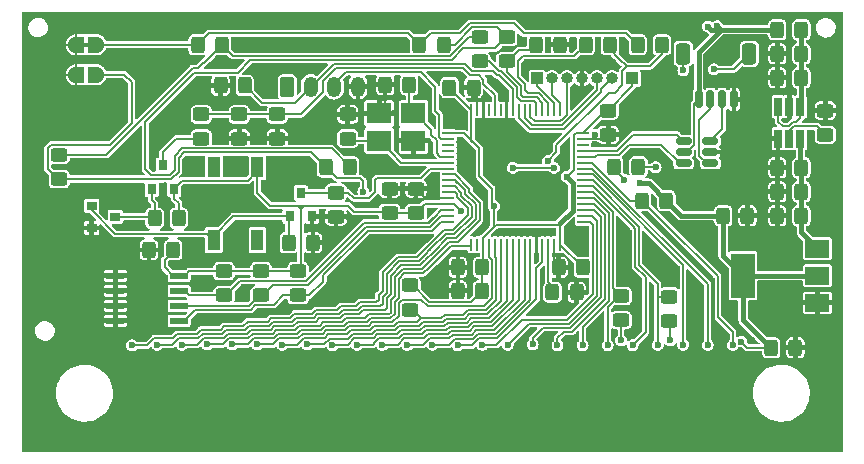
<source format=gbr>
%TF.GenerationSoftware,KiCad,Pcbnew,(6.99.0-5157-g987eb4b46a-dirty)*%
%TF.CreationDate,2022-12-28T16:32:46-05:00*%
%TF.ProjectId,controller,636f6e74-726f-46c6-9c65-722e6b696361,rev?*%
%TF.SameCoordinates,PX3cfccb0PYa197300*%
%TF.FileFunction,Copper,L1,Top*%
%TF.FilePolarity,Positive*%
%FSLAX46Y46*%
G04 Gerber Fmt 4.6, Leading zero omitted, Abs format (unit mm)*
G04 Created by KiCad (PCBNEW (6.99.0-5157-g987eb4b46a-dirty)) date 2022-12-28 16:32:46*
%MOMM*%
%LPD*%
G01*
G04 APERTURE LIST*
G04 Aperture macros list*
%AMRoundRect*
0 Rectangle with rounded corners*
0 $1 Rounding radius*
0 $2 $3 $4 $5 $6 $7 $8 $9 X,Y pos of 4 corners*
0 Add a 4 corners polygon primitive as box body*
4,1,4,$2,$3,$4,$5,$6,$7,$8,$9,$2,$3,0*
0 Add four circle primitives for the rounded corners*
1,1,$1+$1,$2,$3*
1,1,$1+$1,$4,$5*
1,1,$1+$1,$6,$7*
1,1,$1+$1,$8,$9*
0 Add four rect primitives between the rounded corners*
20,1,$1+$1,$2,$3,$4,$5,0*
20,1,$1+$1,$4,$5,$6,$7,0*
20,1,$1+$1,$6,$7,$8,$9,0*
20,1,$1+$1,$8,$9,$2,$3,0*%
%AMFreePoly0*
4,1,20,0.000000,0.694896,0.084376,0.694896,0.248223,0.654511,0.397645,0.576089,0.523958,0.464186,0.619819,0.325306,0.679659,0.167521,0.700000,0.000000,0.679659,-0.167521,0.619819,-0.325306,0.523958,-0.464186,0.397645,-0.576089,0.248223,-0.654511,0.084376,-0.694896,0.000000,-0.694896,0.000000,-0.700000,-0.700000,-0.700000,-0.700000,0.700000,0.000000,0.700000,0.000000,0.694896,
0.000000,0.694896,$1*%
G04 Aperture macros list end*
%TA.AperFunction,EtchedComponent*%
%ADD10C,0.100000*%
%TD*%
%TA.AperFunction,SMDPad,CuDef*%
%ADD11R,2.100000X1.800000*%
%TD*%
%TA.AperFunction,SMDPad,CuDef*%
%ADD12RoundRect,0.150000X0.150000X0.625000X-0.150000X0.625000X-0.150000X-0.625000X0.150000X-0.625000X0*%
%TD*%
%TA.AperFunction,SMDPad,CuDef*%
%ADD13RoundRect,0.250000X0.350000X0.650000X-0.350000X0.650000X-0.350000X-0.650000X0.350000X-0.650000X0*%
%TD*%
%TA.AperFunction,SMDPad,CuDef*%
%ADD14RoundRect,0.150000X0.512500X0.150000X-0.512500X0.150000X-0.512500X-0.150000X0.512500X-0.150000X0*%
%TD*%
%TA.AperFunction,SMDPad,CuDef*%
%ADD15RoundRect,0.250000X-0.325000X-0.450000X0.325000X-0.450000X0.325000X0.450000X-0.325000X0.450000X0*%
%TD*%
%TA.AperFunction,SMDPad,CuDef*%
%ADD16RoundRect,0.250000X0.325000X0.450000X-0.325000X0.450000X-0.325000X-0.450000X0.325000X-0.450000X0*%
%TD*%
%TA.AperFunction,SMDPad,CuDef*%
%ADD17R,0.900000X0.800000*%
%TD*%
%TA.AperFunction,SMDPad,CuDef*%
%ADD18R,0.800000X0.900000*%
%TD*%
%TA.AperFunction,SMDPad,CuDef*%
%ADD19FreePoly0,0.000000*%
%TD*%
%TA.AperFunction,SMDPad,CuDef*%
%ADD20FreePoly0,180.000000*%
%TD*%
%TA.AperFunction,SMDPad,CuDef*%
%ADD21R,1.100000X1.800000*%
%TD*%
%TA.AperFunction,ComponentPad*%
%ADD22R,1.000000X1.000000*%
%TD*%
%TA.AperFunction,SMDPad,CuDef*%
%ADD23RoundRect,0.250000X0.450000X-0.325000X0.450000X0.325000X-0.450000X0.325000X-0.450000X-0.325000X0*%
%TD*%
%TA.AperFunction,SMDPad,CuDef*%
%ADD24RoundRect,0.250000X-0.450000X0.325000X-0.450000X-0.325000X0.450000X-0.325000X0.450000X0.325000X0*%
%TD*%
%TA.AperFunction,SMDPad,CuDef*%
%ADD25R,1.550000X0.600000*%
%TD*%
%TA.AperFunction,ComponentPad*%
%ADD26O,1.000000X1.000000*%
%TD*%
%TA.AperFunction,SMDPad,CuDef*%
%ADD27R,0.250000X1.000000*%
%TD*%
%TA.AperFunction,SMDPad,CuDef*%
%ADD28R,1.000000X0.250000*%
%TD*%
%TA.AperFunction,ComponentPad*%
%ADD29O,1.200000X1.750000*%
%TD*%
%TA.AperFunction,ComponentPad*%
%ADD30RoundRect,0.250000X-0.350000X-0.625000X0.350000X-0.625000X0.350000X0.625000X-0.350000X0.625000X0*%
%TD*%
%TA.AperFunction,SMDPad,CuDef*%
%ADD31R,0.650000X1.560000*%
%TD*%
%TA.AperFunction,SMDPad,CuDef*%
%ADD32R,2.000000X1.500000*%
%TD*%
%TA.AperFunction,SMDPad,CuDef*%
%ADD33R,2.000000X3.800000*%
%TD*%
%TA.AperFunction,ViaPad*%
%ADD34C,0.600000*%
%TD*%
%TA.AperFunction,Conductor*%
%ADD35C,0.170000*%
%TD*%
%TA.AperFunction,Conductor*%
%ADD36C,0.200000*%
%TD*%
%TA.AperFunction,Conductor*%
%ADD37C,0.400000*%
%TD*%
G04 APERTURE END LIST*
%TO.C,JP1*%
G36*
X5811000Y34439000D02*
G01*
X5303000Y34439000D01*
X5303000Y34693000D01*
X5811000Y34693000D01*
X5811000Y34439000D01*
G37*
D10*
X5811000Y34439000D02*
X5303000Y34439000D01*
X5303000Y34693000D01*
X5811000Y34693000D01*
X5811000Y34439000D01*
%TD*%
D11*
%TO.P,Y1,4,4*%
%TO.N,GND*%
X33259999Y26449999D03*
%TO.P,Y1,3,3*%
%TO.N,/OSCO*%
X30359999Y26449999D03*
%TO.P,Y1,2,2*%
%TO.N,GND*%
X30359999Y28749999D03*
%TO.P,Y1,1,1*%
%TO.N,/OSCI*%
X33259999Y28749999D03*
%TD*%
D12*
%TO.P,J5,1,Pin_1*%
%TO.N,GND*%
X60410000Y29940000D03*
%TO.P,J5,2,Pin_2*%
%TO.N,USB_DP_ESD*%
X59410000Y29940000D03*
%TO.P,J5,3,Pin_3*%
%TO.N,USB_DM_ESD*%
X58410000Y29940000D03*
%TO.P,J5,4,Pin_4*%
%TO.N,VBUS*%
X57410000Y29940000D03*
D13*
%TO.P,J5,MP,MountPin*%
%TO.N,unconnected-(J5-MountPin)*%
X56110000Y33815000D03*
X61710000Y33815000D03*
%TD*%
D14*
%TO.P,U4,1,IO1*%
%TO.N,USB_DM_ESD*%
X58410000Y24520000D03*
%TO.P,U4,2,GND*%
%TO.N,GND*%
X58410000Y25470000D03*
%TO.P,U4,3,IO2*%
%TO.N,USB_DP_ESD*%
X58410000Y26420000D03*
%TO.P,U4,4,IO2*%
%TO.N,USB_DP*%
X56135000Y26420000D03*
%TO.P,U4,5,VBUS*%
%TO.N,VBUS*%
X56135000Y25470000D03*
%TO.P,U4,6,IO1*%
%TO.N,USB_DM*%
X56135000Y24520000D03*
%TD*%
D15*
%TO.P,R18,2*%
%TO.N,+3.3VA*%
X13400000Y19865000D03*
%TO.P,R18,1*%
%TO.N,Net-(Q1-G)*%
X11350000Y19865000D03*
%TD*%
D16*
%TO.P,R17,2*%
%TO.N,Net-(Q2-G)*%
X22700000Y17790000D03*
%TO.P,R17,1*%
%TO.N,GND*%
X24750000Y17790000D03*
%TD*%
D17*
%TO.P,Q3,3,D*%
%TO.N,Net-(Q1-G)*%
X8024999Y19989999D03*
%TO.P,Q3,2,S*%
%TO.N,GND*%
X6024999Y19039999D03*
%TO.P,Q3,1,G*%
%TO.N,Net-(Q2-G)*%
X6024999Y20939999D03*
%TD*%
D18*
%TO.P,Q2,3,D*%
%TO.N,/NRST*%
X23724999Y22039999D03*
%TO.P,Q2,2,S*%
%TO.N,GND*%
X24674999Y20039999D03*
%TO.P,Q2,1,G*%
%TO.N,Net-(Q2-G)*%
X22774999Y20039999D03*
%TD*%
D19*
%TO.P,JP1,1,A*%
%TO.N,/TopLightsGround*%
X6384000Y34566000D03*
D20*
%TO.P,JP1,2,B*%
%TO.N,GND*%
X4730000Y34566000D03*
%TD*%
D21*
%TO.P,SW1,4,4*%
%TO.N,Net-(Q2-G)*%
X16349999Y18014999D03*
%TO.P,SW1,3,3*%
%TO.N,unconnected-(SW1-Pad3)*%
X16349999Y24214999D03*
%TO.P,SW1,2,2*%
%TO.N,unconnected-(SW1-Pad2)*%
X20049999Y18014999D03*
%TO.P,SW1,1,1*%
%TO.N,+3.3VA*%
X20049999Y24214999D03*
%TD*%
D22*
%TO.P,J4,1,Pin_1*%
%TO.N,+3.3VA*%
X51801659Y31703419D03*
%TD*%
D23*
%TO.P,R16,2*%
%TO.N,/BOOT0*%
X15310140Y28665000D03*
%TO.P,R16,1*%
%TO.N,/BOOT0_DRV*%
X15310140Y26615000D03*
%TD*%
D18*
%TO.P,Q1,3,D*%
%TO.N,/BOOT0_DRV*%
X12046799Y24339199D03*
%TO.P,Q1,2,S*%
%TO.N,+3.3VA*%
X12996799Y22339199D03*
%TO.P,Q1,1,G*%
%TO.N,Net-(Q1-G)*%
X11096799Y22339199D03*
%TD*%
D24*
%TO.P,C20,2*%
%TO.N,GND*%
X18516890Y26615000D03*
%TO.P,C20,1*%
%TO.N,/BOOT0*%
X18516890Y28665000D03*
%TD*%
D25*
%TO.P,U5,8,VCC*%
%TO.N,+3.3VA*%
X13421239Y14999279D03*
%TO.P,U5,7,WP*%
%TO.N,GPIO_PA0*%
X13421239Y13729279D03*
%TO.P,U5,6,SCL*%
%TO.N,GPIO_PA1*%
X13421239Y12459279D03*
%TO.P,U5,5,SDA*%
%TO.N,GPIO_PA2*%
X13421239Y11189279D03*
%TO.P,U5,4,GND*%
%TO.N,GND*%
X8021239Y11189279D03*
%TO.P,U5,3,A2*%
X8021239Y12459279D03*
%TO.P,U5,2,A1*%
X8021239Y13729279D03*
%TO.P,U5,1,A0*%
X8021239Y14999279D03*
%TD*%
D24*
%TO.P,R15,2*%
%TO.N,GPIO_PA2*%
X23505840Y13347200D03*
%TO.P,R15,1*%
%TO.N,+3.3VA*%
X23505840Y15397200D03*
%TD*%
%TO.P,R14,2*%
%TO.N,GPIO_PA1*%
X20361320Y13347200D03*
%TO.P,R14,1*%
%TO.N,+3.3VA*%
X20361320Y15397200D03*
%TD*%
%TO.P,R13,2*%
%TO.N,GPIO_PA0*%
X17216800Y13347200D03*
%TO.P,R13,1*%
%TO.N,+3.3VA*%
X17216800Y15397200D03*
%TD*%
D16*
%TO.P,C19,2*%
%TO.N,GND*%
X10866080Y17194640D03*
%TO.P,C19,1*%
%TO.N,+3.3VA*%
X12916080Y17194640D03*
%TD*%
D23*
%TO.P,R12,2*%
%TO.N,MEMBRANE6_PC7*%
X50832600Y13292340D03*
%TO.P,R12,1*%
%TO.N,+3.3VA*%
X50832600Y11242340D03*
%TD*%
D24*
%TO.P,R11,2*%
%TO.N,MEMBRANE19_PA5*%
X32961160Y12141500D03*
%TO.P,R11,1*%
%TO.N,+3.3VA*%
X32961160Y14191500D03*
%TD*%
D23*
%TO.P,R10,2*%
%TO.N,MEMBRANE4_PC9*%
X54939780Y13239000D03*
%TO.P,R10,1*%
%TO.N,+3.3VA*%
X54939780Y11189000D03*
%TD*%
D15*
%TO.P,R9,2*%
%TO.N,SOLENOID_TRIGGER_CAN_RX_BL*%
X18979840Y31116680D03*
%TO.P,R9,1*%
%TO.N,GND*%
X16929840Y31116680D03*
%TD*%
D16*
%TO.P,R6,2*%
%TO.N,LEDDRV2_USART3RX_BL*%
X43637940Y34560000D03*
%TO.P,R6,1*%
%TO.N,GND*%
X45687940Y34560000D03*
%TD*%
D15*
%TO.P,C18,2*%
%TO.N,GND*%
X47082400Y13598300D03*
%TO.P,C18,1*%
%TO.N,Net-(U2-VCAP1)*%
X45032400Y13598300D03*
%TD*%
D26*
%TO.P,J6,6,Pin_6*%
%TO.N,GPIO_PB4*%
X50078219Y31703419D03*
%TO.P,J6,5,Pin_5*%
%TO.N,GPIO_PB3*%
X48808219Y31703419D03*
%TO.P,J6,4,Pin_4*%
%TO.N,GND*%
X47538219Y31703419D03*
%TO.P,J6,3,Pin_3*%
%TO.N,GPIO_PD2*%
X46268219Y31703419D03*
%TO.P,J6,2,Pin_2*%
%TO.N,GPIO_PA14*%
X44998219Y31703419D03*
D22*
%TO.P,J6,1,Pin_1*%
%TO.N,GPIO_PA15*%
X43728219Y31703419D03*
%TD*%
D27*
%TO.P,U2,64,VDD*%
%TO.N,+3.3VA*%
X38169999Y29029999D03*
%TO.P,U2,63,VSS*%
%TO.N,unconnected-(U2-VSS)*%
X38669999Y29029999D03*
%TO.P,U2,62,PB9*%
%TO.N,GND*%
X39169999Y29029999D03*
%TO.P,U2,61,PB8*%
%TO.N,unconnected-(U2-PB8)*%
X39669999Y29029999D03*
%TO.P,U2,60,BOOT0*%
%TO.N,unconnected-(U2-BOOT0)*%
X40169999Y29029999D03*
%TO.P,U2,59,PB7*%
%TO.N,unconnected-(U2-PB7)*%
X40669999Y29029999D03*
%TO.P,U2,58,PB6*%
%TO.N,GND*%
X41169999Y29029999D03*
%TO.P,U2,57,PB5*%
%TO.N,SOLENOID_TRIGGER_CAN_RX_BL*%
X41669999Y29029999D03*
%TO.P,U2,56,PB4*%
%TO.N,GPIO_PB4*%
X42169999Y29029999D03*
%TO.P,U2,55,PB3*%
%TO.N,GPIO_PB3*%
X42669999Y29029999D03*
%TO.P,U2,54,PD2*%
%TO.N,GPIO_PD2*%
X43169999Y29029999D03*
%TO.P,U2,53,PC12*%
%TO.N,LEDDRV1*%
X43669999Y29029999D03*
%TO.P,U2,52,PC11*%
%TO.N,LEDDRV2_USART3RX_BL*%
X44169999Y29029999D03*
%TO.P,U2,51,PC10*%
%TO.N,LEDDRV3*%
X44669999Y29029999D03*
%TO.P,U2,50,PA15*%
%TO.N,GPIO_PA15*%
X45169999Y29029999D03*
%TO.P,U2,49,PA14*%
%TO.N,GPIO_PA14*%
X45669999Y29029999D03*
D28*
%TO.P,U2,48,VDD*%
%TO.N,+3.3VA*%
X47619999Y27079999D03*
%TO.P,U2,47,VSS*%
%TO.N,unconnected-(U2-VSS)_3*%
X47619999Y26579999D03*
%TO.P,U2,46,PA13*%
%TO.N,unconnected-(U2-PA13)*%
X47619999Y26079999D03*
%TO.P,U2,45,PA12*%
%TO.N,USB_DP*%
X47619999Y25579999D03*
%TO.P,U2,44,PA11*%
%TO.N,USB_DM*%
X47619999Y25079999D03*
%TO.P,U2,43,PA10*%
%TO.N,MEMBRANE1_PA10*%
X47619999Y24579999D03*
%TO.P,U2,42,PA9*%
%TO.N,MEMBRANE2*%
X47619999Y24079999D03*
%TO.P,U2,41,PA8*%
%TO.N,MEMBRANE3*%
X47619999Y23579999D03*
%TO.P,U2,40,PC9*%
%TO.N,MEMBRANE4_PC9*%
X47619999Y23079999D03*
%TO.P,U2,39,PC8*%
%TO.N,MEMBRANE5*%
X47619999Y22579999D03*
%TO.P,U2,38,PC7*%
%TO.N,MEMBRANE6_PC7*%
X47619999Y22079999D03*
%TO.P,U2,37,PC6*%
%TO.N,MEMBRANE7*%
X47619999Y21579999D03*
%TO.P,U2,36,PB15*%
%TO.N,MEMBRANE8*%
X47619999Y21079999D03*
%TO.P,U2,35,PB14*%
%TO.N,MEMBRANE9*%
X47619999Y20579999D03*
%TO.P,U2,34,PB13*%
%TO.N,MEMBRANE10*%
X47619999Y20079999D03*
%TO.P,U2,33,PB12*%
%TO.N,MEMBRANE11*%
X47619999Y19579999D03*
D27*
%TO.P,U2,32,VDD*%
%TO.N,+3.3VA*%
X45669999Y17629999D03*
%TO.P,U2,31,VSS*%
%TO.N,unconnected-(U2-VSS)_2*%
X45169999Y17629999D03*
%TO.P,U2,30,VCAP1*%
%TO.N,Net-(U2-VCAP1)*%
X44669999Y17629999D03*
%TO.P,U2,29,PB10*%
%TO.N,MEMBRANE12*%
X44169999Y17629999D03*
%TO.P,U2,28,PB2*%
%TO.N,GND*%
X43669999Y17629999D03*
%TO.P,U2,27,PB1*%
%TO.N,MEMBRANE13*%
X43169999Y17629999D03*
%TO.P,U2,26,PB0*%
%TO.N,MEMBRANE14*%
X42669999Y17629999D03*
%TO.P,U2,25,PC5*%
%TO.N,MEMBRANE15*%
X42169999Y17629999D03*
%TO.P,U2,24,PC4*%
%TO.N,MEMBRANE16*%
X41669999Y17629999D03*
%TO.P,U2,23,PA7*%
%TO.N,MEMBRANE17*%
X41169999Y17629999D03*
%TO.P,U2,22,PA6*%
%TO.N,MEMBRANE18*%
X40669999Y17629999D03*
%TO.P,U2,21,PA5*%
%TO.N,MEMBRANE19_PA5*%
X40169999Y17629999D03*
%TO.P,U2,20,PA4*%
%TO.N,MEMBRANE20*%
X39669999Y17629999D03*
%TO.P,U2,19,VDD*%
%TO.N,+3.3VA*%
X39169999Y17629999D03*
%TO.P,U2,18,VSS*%
%TO.N,unconnected-(U2-VSS)_1*%
X38669999Y17629999D03*
%TO.P,U2,17,PA3*%
%TO.N,MEMBRANE21*%
X38169999Y17629999D03*
D28*
%TO.P,U2,16,PA2*%
%TO.N,GPIO_PA2*%
X36219999Y19579999D03*
%TO.P,U2,15,PA1*%
%TO.N,GPIO_PA1*%
X36219999Y20079999D03*
%TO.P,U2,14,PA0*%
%TO.N,GPIO_PA0*%
X36219999Y20579999D03*
%TO.P,U2,13,VREF+*%
%TO.N,+3.3VA*%
X36219999Y21079999D03*
%TO.P,U2,12,VSSA*%
%TO.N,unconnected-(U2-VSSA)*%
X36219999Y21579999D03*
%TO.P,U2,11,PC3*%
%TO.N,MEMBRANE25*%
X36219999Y22079999D03*
%TO.P,U2,10,PC2*%
%TO.N,MEMBRANE24*%
X36219999Y22579999D03*
%TO.P,U2,9,PC1*%
%TO.N,MEMBRANE23*%
X36219999Y23079999D03*
%TO.P,U2,8,PC0*%
%TO.N,MEMBRANE22*%
X36219999Y23579999D03*
%TO.P,U2,7,NRST*%
%TO.N,unconnected-(U2-NRST)*%
X36219999Y24079999D03*
%TO.P,U2,6,PH1*%
%TO.N,/OSCO*%
X36219999Y24579999D03*
%TO.P,U2,5,PH0*%
%TO.N,/OSCI*%
X36219999Y25079999D03*
%TO.P,U2,4,PC15*%
%TO.N,unconnected-(U2-PC15)*%
X36219999Y25579999D03*
%TO.P,U2,3,PC14*%
%TO.N,unconnected-(U2-PC14)*%
X36219999Y26079999D03*
%TO.P,U2,2,PC13*%
%TO.N,SOLENOID_ENABLE*%
X36219999Y26579999D03*
%TO.P,U2,1,VBAT*%
%TO.N,+3.3VA*%
X36219999Y27079999D03*
%TD*%
D29*
%TO.P,J3,4,Pin_4*%
%TO.N,GND*%
X28567479Y31004919D03*
%TO.P,J3,3,Pin_3*%
%TO.N,SOLENOID_ENABLE*%
X26567479Y31004919D03*
%TO.P,J3,2,Pin_2*%
%TO.N,SOLENOID_TRIGGER_CAN_RX_BL*%
X24567479Y31004919D03*
D30*
%TO.P,J3,1,Pin_1*%
%TO.N,VBUS*%
X22567480Y31004920D03*
%TD*%
D19*
%TO.P,JP2,1,A*%
%TO.N,/BottomLightsGround*%
X6384000Y32026000D03*
D20*
%TO.P,JP2,2,B*%
%TO.N,GND*%
X4730000Y32026000D03*
%TD*%
D15*
%TO.P,D6,2,A*%
%TO.N,/LD3R*%
X52315000Y24220000D03*
%TO.P,D6,1,K*%
%TO.N,/BottomLightsGround*%
X50265000Y24220000D03*
%TD*%
%TO.P,D5,2,A*%
%TO.N,/LD2R*%
X27900000Y24220000D03*
%TO.P,D5,1,K*%
%TO.N,/BottomLightsGround*%
X25850000Y24220000D03*
%TD*%
D23*
%TO.P,D4,2,A*%
%TO.N,/LD1R*%
X3280000Y25245000D03*
%TO.P,D4,1,K*%
%TO.N,/BottomLightsGround*%
X3280000Y23195000D03*
%TD*%
D31*
%TO.P,U3,5,ILIM*%
%TO.N,Net-(U3-ILIM)*%
X65081999Y26611999D03*
%TO.P,U3,6,OUT*%
%TO.N,Net-(U1-VI)*%
X66031999Y26611999D03*
%TO.P,U3,4,~{FAULT}*%
%TO.N,GND*%
X64131999Y26611999D03*
%TO.P,U3,3,EN*%
%TO.N,Net-(U3-EN)*%
X64131999Y29311999D03*
%TO.P,U3,2,GND*%
%TO.N,GND*%
X65081999Y29311999D03*
%TO.P,U3,1,IN*%
%TO.N,Net-(U3-EN)*%
X66031999Y29311999D03*
%TD*%
D32*
%TO.P,U1,1,GND*%
%TO.N,GND*%
X67469999Y12707999D03*
%TO.P,U1,3,VI*%
%TO.N,Net-(U1-VI)*%
X67469999Y17307999D03*
%TO.P,U1,2,VO*%
%TO.N,+3.3VA*%
X67469999Y15007999D03*
D33*
X61169999Y15007999D03*
%TD*%
D16*
%TO.P,R8,2*%
%TO.N,MEMBRANE1_PA10*%
X52627000Y21358000D03*
%TO.P,R8,1*%
%TO.N,+3.3VA*%
X54677000Y21358000D03*
%TD*%
D23*
%TO.P,R7,2*%
%TO.N,GND*%
X68130000Y28987000D03*
%TO.P,R7,1*%
%TO.N,Net-(U3-ILIM)*%
X68130000Y26937000D03*
%TD*%
D16*
%TO.P,R5,2*%
%TO.N,LEDDRV3*%
X47849260Y34560000D03*
%TO.P,R5,1*%
%TO.N,/LD3R*%
X49899260Y34560000D03*
%TD*%
D24*
%TO.P,R4,2*%
%TO.N,unconnected-(R4-Pad2)*%
X41147580Y33147300D03*
%TO.P,R4,1*%
%TO.N,/LD2R*%
X41147580Y35197300D03*
%TD*%
%TO.P,R3,2*%
%TO.N,LEDDRV1*%
X38886980Y33147300D03*
%TO.P,R3,1*%
%TO.N,/LD1R*%
X38886980Y35197300D03*
%TD*%
%TO.P,R2,2*%
%TO.N,GND*%
X21723640Y26615000D03*
%TO.P,R2,1*%
%TO.N,/BOOT0*%
X21723640Y28665000D03*
%TD*%
D16*
%TO.P,FB1,2*%
%TO.N,VBUS*%
X64057000Y35836000D03*
%TO.P,FB1,1*%
%TO.N,Net-(U3-EN)*%
X66107000Y35836000D03*
%TD*%
D15*
%TO.P,D3,2,A*%
%TO.N,/LD3R*%
X54305000Y34560000D03*
%TO.P,D3,1,K*%
%TO.N,/TopLightsGround*%
X52255000Y34560000D03*
%TD*%
%TO.P,D2,2,A*%
%TO.N,/LD2R*%
X35820000Y34560000D03*
%TO.P,D2,1,K*%
%TO.N,/TopLightsGround*%
X33770000Y34560000D03*
%TD*%
%TO.P,D1,2,A*%
%TO.N,/LD1R*%
X17040000Y34560000D03*
%TO.P,D1,1,K*%
%TO.N,/TopLightsGround*%
X14990000Y34560000D03*
%TD*%
D16*
%TO.P,C17,2*%
%TO.N,GND*%
X64057000Y22120000D03*
%TO.P,C17,1*%
%TO.N,Net-(U1-VI)*%
X66107000Y22120000D03*
%TD*%
%TO.P,C16,2*%
%TO.N,GND*%
X64057000Y24152000D03*
%TO.P,C16,1*%
%TO.N,Net-(U1-VI)*%
X66107000Y24152000D03*
%TD*%
%TO.P,C15,2*%
%TO.N,GND*%
X64057000Y31772000D03*
%TO.P,C15,1*%
%TO.N,Net-(U3-EN)*%
X66107000Y31772000D03*
%TD*%
%TO.P,C14,2*%
%TO.N,GND*%
X64057000Y33804000D03*
%TO.P,C14,1*%
%TO.N,Net-(U3-EN)*%
X66107000Y33804000D03*
%TD*%
D15*
%TO.P,C13,2*%
%TO.N,GND*%
X61535000Y20088000D03*
%TO.P,C13,1*%
%TO.N,+3.3VA*%
X59485000Y20088000D03*
%TD*%
%TO.P,C12,2*%
%TO.N,GND*%
X65599000Y8912000D03*
%TO.P,C12,1*%
%TO.N,+3.3VA*%
X63549000Y8912000D03*
%TD*%
D16*
%TO.P,C11,2*%
%TO.N,GND*%
X64057000Y20088000D03*
%TO.P,C11,1*%
%TO.N,Net-(U1-VI)*%
X66107000Y20088000D03*
%TD*%
D23*
%TO.P,C10,2*%
%TO.N,/NRST*%
X26700000Y22040000D03*
%TO.P,C10,1*%
%TO.N,GND*%
X26700000Y19990000D03*
%TD*%
%TO.P,C9,2*%
%TO.N,GND*%
X27700000Y28665000D03*
%TO.P,C9,1*%
%TO.N,/OSCO*%
X27700000Y26615000D03*
%TD*%
D16*
%TO.P,C8,2*%
%TO.N,GND*%
X30865000Y31170000D03*
%TO.P,C8,1*%
%TO.N,/OSCI*%
X32915000Y31170000D03*
%TD*%
%TO.P,C7,2*%
%TO.N,GND*%
X37025000Y13738000D03*
%TO.P,C7,1*%
%TO.N,+3.3VA*%
X39075000Y13738000D03*
%TD*%
D23*
%TO.P,C6,2*%
%TO.N,GND*%
X31240000Y22385000D03*
%TO.P,C6,1*%
%TO.N,+3.3VA*%
X31240000Y20335000D03*
%TD*%
%TO.P,C5,2*%
%TO.N,GND*%
X33470000Y22385000D03*
%TO.P,C5,1*%
%TO.N,+3.3VA*%
X33470000Y20335000D03*
%TD*%
D16*
%TO.P,C4,2*%
%TO.N,GND*%
X37025000Y15710000D03*
%TO.P,C4,1*%
%TO.N,+3.3VA*%
X39075000Y15710000D03*
%TD*%
%TO.P,C3,2*%
%TO.N,GND*%
X45560000Y15710000D03*
%TO.P,C3,1*%
%TO.N,+3.3VA*%
X47610000Y15710000D03*
%TD*%
D24*
%TO.P,C2,2*%
%TO.N,GND*%
X49750000Y26935000D03*
%TO.P,C2,1*%
%TO.N,+3.3VA*%
X49750000Y28985000D03*
%TD*%
D15*
%TO.P,C1,2*%
%TO.N,GND*%
X38355000Y30940000D03*
%TO.P,C1,1*%
%TO.N,+3.3VA*%
X36305000Y30940000D03*
%TD*%
D34*
%TO.N,unconnected-(J5-MountPin)*%
X58710000Y32480000D03*
X56110000Y32400000D03*
%TO.N,unconnected-(U2-VSS)_3*%
X48638040Y26933300D03*
%TO.N,GND*%
X39402600Y30032100D03*
X28760000Y27547980D03*
X29682020Y30575660D03*
X34665500Y25175620D03*
X34680740Y22450200D03*
X50847840Y28002640D03*
X60300000Y25400000D03*
X3310600Y34475406D03*
X3310600Y32126754D03*
X27708440Y29663800D03*
X26461300Y27700380D03*
X25234480Y29191360D03*
X62783300Y23965564D03*
X62783300Y22033132D03*
X62783300Y20100700D03*
X64022820Y18660520D03*
X61498060Y18652900D03*
X61536160Y21561200D03*
X65696680Y12737240D03*
X67461980Y11368180D03*
X69034240Y12699140D03*
X65657310Y10296300D03*
X66882860Y10296300D03*
X64431760Y10296300D03*
X62841720Y33767170D03*
X62841720Y31803750D03*
X65150580Y32800700D03*
X65115020Y34860640D03*
X65076920Y30598520D03*
X62841720Y30822040D03*
X68163020Y30278480D03*
X66895560Y29018640D03*
X38843800Y27974700D03*
X35181120Y22081900D03*
X35859300Y15711580D03*
X35859300Y13699900D03*
X37027700Y16900300D03*
X25864400Y34731100D03*
X44231140Y21957440D03*
X37599200Y25127360D03*
X35770400Y29386940D03*
X29867440Y31157320D03*
X47510280Y17507360D03*
X34678200Y20463920D03*
X41038360Y30113380D03*
X40139200Y23006460D03*
X40507500Y21977760D03*
X40934220Y20047360D03*
X41071380Y20997320D03*
X38225000Y23840000D03*
X35203980Y23473820D03*
X45625600Y22272400D03*
X44607060Y25526140D03*
X52585200Y25488040D03*
X53474200Y23478900D03*
X57310000Y23820000D03*
X39472450Y27974700D03*
X63149060Y26618340D03*
X64055840Y25330560D03*
X66816820Y9031380D03*
X28777780Y29633320D03*
X37289320Y31835500D03*
X23385360Y34482180D03*
X21772460Y34474560D03*
X23281220Y36140000D03*
X23283760Y32638140D03*
X21856280Y32666080D03*
X32356640Y34687920D03*
X53275040Y35772500D03*
X52746720Y36229700D03*
X51928840Y36181440D03*
X52110220Y33336640D03*
X34515640Y30380080D03*
X26443520Y28556360D03*
X27098840Y29765400D03*
X26044740Y29300580D03*
X16923600Y29747620D03*
X4731600Y33301080D03*
X3310600Y33301080D03*
X39455940Y20293740D03*
X45955800Y25310240D03*
X45351280Y23298560D03*
X63395440Y14169800D03*
X64468590Y14169800D03*
X65541740Y14169800D03*
X63395440Y15909700D03*
X64468590Y15909700D03*
X65541740Y15909700D03*
X65681440Y11713620D03*
X60918940Y21558660D03*
X60517620Y18655440D03*
X35859300Y14705740D03*
X35013480Y15076580D03*
X35013480Y14038990D03*
X39440700Y25090000D03*
X38206260Y25090000D03*
X39440700Y23865000D03*
X42255020Y23532240D03*
X42249940Y24748900D03*
X40931680Y23862440D03*
X41551440Y25051160D03*
X35511320Y31990440D03*
X40101100Y27974700D03*
X38843800Y27365100D03*
X39472450Y27365100D03*
X40101100Y27365100D03*
X31239040Y21403720D03*
X33469160Y21401180D03*
X32336320Y21319900D03*
X32357480Y22385000D03*
X30126520Y21279260D03*
X40304300Y25094340D03*
X40217940Y23834500D03*
X37583960Y23755760D03*
X62783300Y21066916D03*
X62783300Y22999348D03*
X62783300Y24931780D03*
X60149320Y21586600D03*
X66677120Y9727340D03*
X67530560Y8957720D03*
X68307800Y8957720D03*
X62841720Y32785460D03*
X62841720Y34748880D03*
X62216880Y23479408D03*
X62216880Y25411840D03*
X62216880Y21546976D03*
X62216880Y24445624D03*
X62216880Y22513192D03*
X68907240Y13857380D03*
X65044535Y10296300D03*
X66270085Y10296300D03*
X49750560Y27918820D03*
X48632960Y26173840D03*
X64048220Y30626460D03*
X31853720Y31170020D03*
X31833400Y30123540D03*
X28822920Y28665000D03*
X27698280Y27695300D03*
X30865000Y30082240D03*
X31907060Y26443080D03*
X31716560Y28757020D03*
X27660180Y30999840D03*
X27566200Y30258160D03*
X29608360Y31657700D03*
X21850000Y36140000D03*
X34350000Y18215000D03*
X45041400Y18660520D03*
X44403012Y18660520D03*
X43764626Y18660520D03*
X43126240Y18660520D03*
X35188740Y22790560D03*
X34680740Y23141080D03*
X34683280Y21718680D03*
X54027920Y23054720D03*
X54482580Y22607680D03*
X46631440Y14850520D03*
X46006600Y14489840D03*
X46087880Y13600840D03*
X50979920Y26963780D03*
X39295920Y21612000D03*
X46740660Y34583780D03*
X42442980Y34886040D03*
X47540760Y30809340D03*
X47530600Y32582260D03*
X42783340Y32904840D03*
X50136640Y33062320D03*
X59443200Y36824060D03*
X57055600Y36224620D03*
X50746240Y19440300D03*
X52966200Y18185540D03*
X54708640Y20143880D03*
X61886680Y9524140D03*
X56692380Y14934340D03*
X51785100Y10331860D03*
X57103860Y10339480D03*
X59219680Y10326780D03*
X48630420Y9994040D03*
X19724660Y26596060D03*
X17125000Y26765000D03*
X20529840Y26596060D03*
X22947920Y26596060D03*
X15762820Y31086200D03*
X10050000Y28965000D03*
X8775000Y28215000D03*
X14775000Y33215000D03*
X25550000Y19990000D03*
X27825000Y19990000D03*
X26700000Y18965000D03*
X25800000Y17790000D03*
X24700000Y19040000D03*
X24750000Y16640000D03*
X10850000Y15915000D03*
X9750000Y17215000D03*
X5050000Y19040000D03*
X6000000Y18140000D03*
X7025000Y18640000D03*
X9325000Y14990000D03*
X6675000Y14990000D03*
X6675000Y13715000D03*
X9325000Y13715000D03*
X9325000Y12440000D03*
X6675000Y12440000D03*
X6675000Y11165000D03*
X9325000Y11165000D03*
X8025000Y10365000D03*
X8025000Y15840000D03*
X14030000Y22220000D03*
X18275000Y24815000D03*
X14625000Y24715000D03*
X24390000Y24470000D03*
X14020000Y16160000D03*
X9680000Y26250000D03*
X28190000Y22640000D03*
X9620000Y19260000D03*
X12250000Y21200000D03*
X17130000Y32930000D03*
X18590000Y13470000D03*
%TO.N,+3.3VA*%
X37289320Y20504560D03*
X40070620Y20888100D03*
X46223260Y23370394D03*
X52463280Y22864220D03*
X50837680Y9526680D03*
X61024164Y9433096D03*
X55003280Y9526680D03*
%TO.N,VBUS*%
X58975840Y36135720D03*
X58211300Y36100160D03*
%TO.N,MEMBRANE10*%
X41239020Y9145680D03*
%TO.N,MEMBRANE9*%
X43354840Y9193940D03*
%TO.N,MEMBRANE8*%
X45457960Y9115200D03*
%TO.N,MEMBRANE7*%
X47578860Y9125360D03*
%TO.N,MEMBRANE5*%
X51823200Y9125360D03*
%TO.N,MEMBRANE25*%
X9440760Y9112660D03*
%TO.N,MEMBRANE16*%
X28490760Y9145680D03*
%TO.N,MEMBRANE15*%
X30619280Y9135520D03*
%TO.N,MEMBRANE14*%
X32740180Y9135520D03*
%TO.N,MEMBRANE13*%
X34866160Y9150760D03*
%TO.N,MEMBRANE12*%
X36999760Y9120280D03*
%TO.N,MEMBRANE11*%
X39100340Y9140600D03*
%TO.N,MEMBRANE3*%
X56090400Y9163460D03*
%TO.N,MEMBRANE2*%
X58180820Y9140600D03*
%TO.N,MEMBRANE24*%
X11559120Y9168540D03*
%TO.N,MEMBRANE23*%
X13662240Y9171080D03*
%TO.N,MEMBRANE22*%
X15785680Y9199020D03*
%TO.N,MEMBRANE21*%
X17909120Y9183780D03*
%TO.N,MEMBRANE20*%
X20022400Y9201560D03*
%TO.N,MEMBRANE18*%
X24261660Y9191400D03*
%TO.N,MEMBRANE17*%
X26397800Y9132980D03*
%TO.N,MEMBRANE1_PA10*%
X60311880Y9140600D03*
%TO.N,MEMBRANE4_PC9*%
X53949180Y9155840D03*
%TO.N,MEMBRANE19_PA5*%
X22148380Y9150760D03*
%TO.N,MEMBRANE6_PC7*%
X49699760Y9127900D03*
%TO.N,/LD3R*%
X53771944Y24188465D03*
X44641813Y24705810D03*
%TO.N,/BottomLightsGround*%
X29014000Y22120000D03*
X51112000Y23136000D03*
X41691140Y24139300D03*
X45163320Y24139300D03*
%TD*%
D35*
%TO.N,/OSCO*%
X31405000Y25405000D02*
X32230000Y24580000D01*
X32230000Y24580000D02*
X33695000Y24580000D01*
X31405000Y25405000D02*
X30360000Y26450000D01*
X30360000Y26450000D02*
X27865000Y26450000D01*
X27865000Y26450000D02*
X27700000Y26615000D01*
X33695000Y24580000D02*
X36220000Y24580000D01*
D36*
%TO.N,unconnected-(J5-MountPin)*%
X56110000Y33815000D02*
X56110000Y32400000D01*
X58710000Y32480000D02*
X60375000Y32480000D01*
X60375000Y32480000D02*
X61710000Y33815000D01*
%TO.N,USB_DP_ESD*%
X58410000Y26420000D02*
X59410000Y27420000D01*
X59410000Y27420000D02*
X59410000Y29940000D01*
%TO.N,USB_DM_ESD*%
X58410000Y24520000D02*
X58103530Y24520000D01*
X58103530Y24520000D02*
X57477500Y25146030D01*
X57477500Y25146030D02*
X57477500Y28207500D01*
X57477500Y28207500D02*
X58410000Y29140000D01*
X58410000Y29140000D02*
X58410000Y29940000D01*
D35*
%TO.N,GND*%
X60300000Y25400000D02*
X58480000Y25400000D01*
X58480000Y25400000D02*
X58410000Y25470000D01*
%TO.N,VBUS*%
X56135000Y25470000D02*
X56420256Y25470000D01*
X56420256Y25470000D02*
X57052500Y26102244D01*
X57052500Y26102244D02*
X57052500Y29582500D01*
X57052500Y29582500D02*
X57410000Y29940000D01*
D37*
X57410000Y29940000D02*
X57410000Y33970440D01*
X57410000Y33970440D02*
X59275560Y35836000D01*
D35*
%TO.N,USB_DP*%
X56135000Y26420000D02*
X55618000Y26937000D01*
X55618000Y26937000D02*
X51874000Y26937000D01*
%TO.N,USB_DM*%
X47620000Y25080000D02*
X48666010Y25080000D01*
X48666010Y25080000D02*
X48826000Y25239990D01*
X48826000Y25239990D02*
X50657837Y25239991D01*
X50657837Y25239991D02*
X51524836Y26106990D01*
X51524836Y26106990D02*
X54238121Y26106990D01*
X54238121Y26106990D02*
X55825111Y24520000D01*
X55825111Y24520000D02*
X56135000Y24520000D01*
%TO.N,/LD3R*%
X53771944Y24188465D02*
X53740409Y24220000D01*
X53740409Y24220000D02*
X52315000Y24220000D01*
%TO.N,USB_DM*%
X56129000Y24514000D02*
X56135000Y24520000D01*
%TO.N,GND*%
X38670000Y30625000D02*
X38670000Y29030000D01*
X38355000Y30940000D02*
X38670000Y30625000D01*
%TO.N,unconnected-(U2-VSS)_3*%
X49395000Y26580000D02*
X49750000Y26935000D01*
X47620000Y26580000D02*
X49395000Y26580000D01*
%TO.N,GND*%
X45170000Y16120000D02*
X45560000Y15730000D01*
X45170000Y17630000D02*
X45170000Y16120000D01*
X34275000Y21580000D02*
X33470000Y22385000D01*
X36220000Y21580000D02*
X34275000Y21580000D01*
X33470000Y22385000D02*
X32357480Y22385000D01*
X30275000Y28665000D02*
X30360000Y28750000D01*
X27700000Y28665000D02*
X28822920Y28665000D01*
X30865000Y29255000D02*
X30360000Y28750000D01*
X30865000Y31170000D02*
X30865000Y30082240D01*
X32357480Y22385000D02*
X31240000Y22385000D01*
X28822920Y28665000D02*
X30275000Y28665000D01*
X30865000Y30082240D02*
X30865000Y29255000D01*
X4890000Y34560000D02*
X4884000Y34566000D01*
X3501948Y32026000D02*
X3310600Y32217348D01*
X4730000Y32026000D02*
X3501948Y32026000D01*
X4730000Y34566000D02*
X4730000Y32026000D01*
X4730000Y34566000D02*
X3310600Y34566000D01*
X4730000Y34566000D02*
X4730000Y36180500D01*
X4730000Y32026000D02*
X4730000Y30215920D01*
%TO.N,+3.3VA*%
X47620000Y27080000D02*
X47845000Y27080000D01*
X61170000Y15008000D02*
X61170000Y15618000D01*
X36713880Y21080000D02*
X37289320Y20504560D01*
X36220000Y21080000D02*
X36713880Y21080000D01*
X46289845Y23436979D02*
X46223260Y23370394D01*
D37*
X61170000Y15008000D02*
X61170000Y11291000D01*
X59485000Y16693000D02*
X61170000Y15008000D01*
X59485000Y20088000D02*
X59485000Y16693000D01*
X53170780Y22864220D02*
X54677000Y21358000D01*
X52463280Y22864220D02*
X53170780Y22864220D01*
X55947000Y20088000D02*
X54677000Y21358000D01*
X59485000Y20088000D02*
X55947000Y20088000D01*
X46749999Y20521519D02*
X45670000Y19441520D01*
X46749999Y22843655D02*
X46749999Y20521519D01*
X46223260Y23370394D02*
X46749999Y22843655D01*
D36*
X45670000Y17630000D02*
X45670000Y19441520D01*
X39170000Y18241002D02*
X39170000Y17630000D01*
X45554480Y19326000D02*
X40254998Y19326000D01*
X45670000Y19441520D02*
X45554480Y19326000D01*
X40070620Y19141622D02*
X39790699Y18861701D01*
X40070620Y20888100D02*
X40070620Y19141622D01*
X39790699Y18861701D02*
X39170000Y18241002D01*
X40254998Y19326000D02*
X39790699Y18861701D01*
X47008998Y27080000D02*
X46849999Y26921001D01*
X47620000Y27080000D02*
X47008998Y27080000D01*
X46849999Y23997133D02*
X46223260Y23370394D01*
X46849999Y26921001D02*
X46849999Y23997133D01*
X39170000Y15805000D02*
X39075000Y15710000D01*
X39170000Y17630000D02*
X39170000Y15805000D01*
X39075000Y15710000D02*
X39075000Y13738000D01*
X45710000Y17630000D02*
X47610000Y15730000D01*
X45670000Y17630000D02*
X45710000Y17630000D01*
X47620000Y27080000D02*
X47664600Y27080000D01*
X49569600Y28985000D02*
X49750000Y28985000D01*
D35*
X49752000Y28987000D02*
X49750000Y28985000D01*
D36*
X47620000Y27080000D02*
X47620000Y27101440D01*
X49503560Y28985000D02*
X49750000Y28985000D01*
X47620000Y27101440D02*
X49503560Y28985000D01*
X40070620Y20888100D02*
X39937499Y21021221D01*
X40070620Y20888100D02*
X39900440Y21058280D01*
X39900440Y21058280D02*
X39900440Y22371460D01*
X39900440Y22371460D02*
X38828560Y23443340D01*
X38828560Y23443340D02*
X38828560Y25780140D01*
X37528700Y27080000D02*
X36220000Y27080000D01*
X38170000Y26438700D02*
X38469150Y26139550D01*
X38170000Y29030000D02*
X38170000Y26438700D01*
X38469150Y26139550D02*
X37528700Y27080000D01*
X38828560Y25780140D02*
X38469150Y26139550D01*
X38170000Y29075000D02*
X36305000Y30940000D01*
X38170000Y29030000D02*
X38170000Y29075000D01*
X34215000Y21080000D02*
X33470000Y20335000D01*
X36220000Y21080000D02*
X34215000Y21080000D01*
X33470000Y20335000D02*
X31240000Y20335000D01*
D37*
X67470000Y15008000D02*
X61170000Y15008000D01*
X61535500Y10925500D02*
X63549000Y8912000D01*
X61170000Y11291000D02*
X61535500Y10925500D01*
D35*
X33196786Y14191500D02*
X32961160Y14191500D01*
X34605296Y12782990D02*
X33196786Y14191500D01*
X38119990Y12782990D02*
X34605296Y12782990D01*
X39075000Y13738000D02*
X38119990Y12782990D01*
X50832600Y9531760D02*
X50837680Y9526680D01*
X50832600Y11242340D02*
X50832600Y9531760D01*
X61545260Y8912000D02*
X63549000Y8912000D01*
X61024164Y9433096D02*
X61545260Y8912000D01*
X55003280Y11125500D02*
X54939780Y11189000D01*
X55003280Y9526680D02*
X55003280Y11125500D01*
X51801660Y31036660D02*
X49750000Y28985000D01*
X51801660Y31703420D02*
X51801660Y31036660D01*
X12996800Y22339200D02*
X13047541Y22389941D01*
D36*
X31151720Y20423280D02*
X31240000Y20335000D01*
X30146840Y20423280D02*
X28844056Y20423280D01*
X29473740Y20423280D02*
X30146840Y20423280D01*
X30146840Y20423280D02*
X31151720Y20423280D01*
D35*
X17382200Y15397200D02*
X17216800Y15397200D01*
D36*
X23505840Y15397200D02*
X23725000Y15616360D01*
D35*
X23475000Y20940000D02*
X21150000Y20940000D01*
D36*
X23725000Y20690000D02*
X23975000Y20940000D01*
D35*
X23975000Y20940000D02*
X23475000Y20940000D01*
D36*
X23725000Y20465000D02*
X23725000Y20690000D01*
D35*
X27750000Y20940000D02*
X23975000Y20940000D01*
D36*
X23725000Y15616360D02*
X23725000Y20465000D01*
X20050000Y22040000D02*
X21150000Y20940000D01*
X20050000Y24215000D02*
X20050000Y22040000D01*
X27750000Y20940000D02*
X28266720Y20423280D01*
X28266720Y20423280D02*
X28844056Y20423280D01*
X23800000Y20940000D02*
X23637500Y20777500D01*
X23637500Y20777500D02*
X23475000Y20940000D01*
X23725000Y20690000D02*
X23637500Y20777500D01*
X21150000Y20940000D02*
X23800000Y20940000D01*
X23800000Y20940000D02*
X27750000Y20940000D01*
X23505840Y15397200D02*
X20361320Y15397200D01*
X20361320Y15397200D02*
X17216800Y15397200D01*
X20050000Y15708520D02*
X20361320Y15397200D01*
X13884280Y14999280D02*
X14282200Y15397200D01*
X13421240Y14999280D02*
X13884280Y14999280D01*
X14282200Y15397200D02*
X17216800Y15397200D01*
X12940720Y14999280D02*
X12200000Y15740000D01*
X13421240Y14999280D02*
X12940720Y14999280D01*
X12200000Y15740000D02*
X12200000Y16365000D01*
X12916080Y17081080D02*
X12200000Y16365000D01*
X12916080Y17194640D02*
X12916080Y17081080D01*
X13654999Y23044999D02*
X12996800Y22386800D01*
X19229999Y23044999D02*
X13654999Y23044999D01*
X20050000Y23865000D02*
X19229999Y23044999D01*
X12996800Y22386800D02*
X12996800Y22339200D01*
X20050000Y24215000D02*
X20050000Y23865000D01*
X12996800Y22339200D02*
X12996800Y21543200D01*
X13400000Y21140000D02*
X12996800Y21543200D01*
X13400000Y21140000D02*
X13400000Y19865000D01*
D37*
%TO.N,Net-(U1-VI)*%
X66032000Y24227000D02*
X66107000Y24152000D01*
X66032000Y26612000D02*
X66032000Y24227000D01*
X66107000Y24152000D02*
X66107000Y22120000D01*
X66107000Y22120000D02*
X66107000Y20088000D01*
X66107000Y18671000D02*
X67470000Y17308000D01*
X66107000Y20088000D02*
X66107000Y18671000D01*
D35*
%TO.N,Net-(U3-EN)*%
X64132000Y29312000D02*
X64132000Y28697998D01*
X65362162Y27987010D02*
X65022153Y27647001D01*
X65657011Y27987011D02*
X65362162Y27987010D01*
X66032000Y28362000D02*
X65657011Y27987011D01*
X66032000Y29312000D02*
X66032000Y28362000D01*
X64132002Y28028000D02*
X64513001Y27647001D01*
X64132000Y28028000D02*
X64132002Y28028000D01*
X65022153Y27647001D02*
X64513001Y27647001D01*
X64132000Y28028000D02*
X64132000Y29312000D01*
D37*
X66107000Y35836000D02*
X66107000Y33804000D01*
X66107000Y33804000D02*
X66107000Y31772000D01*
X66107000Y29387000D02*
X66032000Y29312000D01*
X66107000Y31772000D02*
X66107000Y29387000D01*
%TO.N,VBUS*%
X60039199Y35836000D02*
X64057000Y35836000D01*
X59275560Y35836000D02*
X58975840Y36135720D01*
X60039199Y35836000D02*
X59275560Y35836000D01*
X58475460Y35836000D02*
X58211300Y36100160D01*
X60039199Y35836000D02*
X58475460Y35836000D01*
D35*
%TO.N,LEDDRV1*%
X43670000Y29637000D02*
X43670000Y29030000D01*
X43670000Y29614002D02*
X43670000Y29030000D01*
X43493202Y29790800D02*
X43670000Y29614002D01*
X42010010Y30150110D02*
X42369320Y29790800D01*
X42369320Y29790800D02*
X43493202Y29790800D01*
X42010010Y30943376D02*
X42010010Y30150110D01*
X40488396Y32317290D02*
X40636096Y32317290D01*
X39658386Y33147300D02*
X40488396Y32317290D01*
X40636096Y32317290D02*
X42010010Y30943376D01*
X38886980Y33147300D02*
X39658386Y33147300D01*
%TO.N,LEDDRV3*%
X44670000Y29583080D02*
X44670000Y29030000D01*
X42979620Y30470820D02*
X43851266Y30470820D01*
X42690028Y30760412D02*
X42979620Y30470820D01*
X42690028Y31225048D02*
X42690028Y30760412D01*
X44670000Y29652086D02*
X44670000Y29583080D01*
X42120400Y33189320D02*
X42120400Y31794676D01*
X43851266Y30470820D02*
X44670000Y29652086D01*
X42120400Y31794676D02*
X42690028Y31225048D01*
X42536070Y33604990D02*
X42120400Y33189320D01*
X46894250Y33604990D02*
X42536070Y33604990D01*
X47849260Y34560000D02*
X46894250Y33604990D01*
%TO.N,USB_DP*%
X50517000Y25580000D02*
X51874000Y26937000D01*
X47620000Y25580000D02*
X50517000Y25580000D01*
%TO.N,Net-(U3-ILIM)*%
X67419999Y27647001D02*
X68130000Y26937000D01*
X65502999Y27647001D02*
X67419999Y27647001D01*
X65082000Y27226002D02*
X65502999Y27647001D01*
X65082000Y26612000D02*
X65082000Y27226002D01*
%TO.N,MEMBRANE10*%
X43046800Y10953460D02*
X41239020Y9145680D01*
X46407601Y10953461D02*
X43046800Y10953460D01*
X48780020Y13325880D02*
X46407601Y10953461D01*
X48780019Y19676781D02*
X48780020Y13325880D01*
X48376800Y20080000D02*
X48780019Y19676781D01*
X47620000Y20080000D02*
X48376800Y20080000D01*
%TO.N,MEMBRANE9*%
X47620000Y20580000D02*
X48204002Y20580000D01*
X49120029Y20009855D02*
X48549884Y20580000D01*
X46548438Y10613452D02*
X49120029Y13185045D01*
X45841152Y10613452D02*
X46548438Y10613452D01*
X45841150Y10613450D02*
X45841152Y10613452D01*
X44228250Y10613450D02*
X45841150Y10613450D01*
X43354840Y9740040D02*
X44228250Y10613450D01*
X48549884Y20580000D02*
X47620000Y20580000D01*
X49120029Y13185045D02*
X49120029Y20009855D01*
X43354840Y9193940D02*
X43354840Y9740040D01*
%TO.N,MEMBRANE8*%
X49460039Y13044209D02*
X49460039Y20150691D01*
X48530730Y21080000D02*
X47620000Y21080000D01*
X46689275Y10273443D02*
X49460039Y13044209D01*
X45981988Y10273442D02*
X46689275Y10273443D01*
X45457960Y9749414D02*
X45981988Y10273442D01*
X49460039Y20150691D02*
X48530730Y21080000D01*
X45457960Y9115200D02*
X45457960Y9749414D01*
%TO.N,MEMBRANE7*%
X48511576Y21580000D02*
X47620000Y21580000D01*
X49800049Y20291527D02*
X48511576Y21580000D01*
X49800049Y12903373D02*
X49800049Y20291527D01*
X47578860Y10682182D02*
X49800049Y12903373D01*
X47578860Y9125360D02*
X47578860Y10682182D01*
%TO.N,MEMBRANE5*%
X52917940Y14862434D02*
X52917940Y10220100D01*
X52026708Y15753666D02*
X52917940Y14862434D01*
X52026707Y18995493D02*
X52026708Y15753666D01*
X51823200Y19199000D02*
X52026707Y18995493D01*
X51823200Y19230068D02*
X51823200Y19199000D01*
X52917940Y10220100D02*
X51823200Y9125360D01*
X48473268Y22580000D02*
X51823200Y19230068D01*
X47620000Y22580000D02*
X48473268Y22580000D01*
%TO.N,MEMBRANE25*%
X36804002Y22080000D02*
X36220000Y22080000D01*
X37844321Y20770961D02*
X37153142Y21462140D01*
X36804002Y22080000D02*
X36975001Y21909001D01*
X36975001Y21640281D02*
X37844321Y20770961D01*
X36975001Y21909001D02*
X36975001Y21640281D01*
X35839371Y18859989D02*
X34519352Y17539970D01*
X37844321Y20120319D02*
X36583991Y18859989D01*
X36583991Y18859989D02*
X35839371Y18859989D01*
X37844321Y20770961D02*
X37844321Y20120319D01*
X19224117Y11116601D02*
X20914971Y11116601D01*
X14907458Y10069890D02*
X15271609Y10434041D01*
X18866327Y10758811D02*
X19224117Y11116601D01*
X22802292Y11407070D02*
X23181681Y11786459D01*
X16926903Y10434041D02*
X17251673Y10758811D01*
X17251673Y10758811D02*
X18866327Y10758811D01*
X15271609Y10434041D02*
X16926903Y10434041D01*
X9440760Y9112660D02*
X10713300Y9112660D01*
X20914971Y11116601D02*
X21205440Y11407070D01*
X30084008Y12750608D02*
X30306103Y12972703D01*
X31937738Y16580653D02*
X33550047Y16580653D01*
X30646112Y15289028D02*
X30964525Y15607440D01*
X33550047Y16580653D02*
X34519358Y17549964D01*
X10713300Y9112660D02*
X11333060Y9732420D01*
X24693607Y11786459D02*
X24976456Y12069308D01*
X24976456Y12069308D02*
X26777680Y12069308D01*
X12942634Y9732420D02*
X13280104Y10069890D01*
X26777680Y12069308D02*
X27129131Y12420757D01*
X34529346Y17549964D02*
X34755191Y17775809D01*
X34519358Y17549964D02*
X34529346Y17549964D01*
X27129131Y12420757D02*
X28398765Y12420757D01*
X28398765Y12420757D02*
X28728616Y12750608D01*
X21205440Y11407070D02*
X22802292Y11407070D01*
X28728616Y12750608D02*
X30084008Y12750608D01*
X30306103Y12972703D02*
X30306104Y13379866D01*
X30306104Y13379866D02*
X30646112Y13719874D01*
X13280104Y10069890D02*
X14907458Y10069890D01*
X11333060Y9732420D02*
X12942634Y9732420D01*
X30646112Y13719874D02*
X30646112Y15289028D01*
X23181681Y11786459D02*
X24693607Y11786459D01*
X30964525Y15607440D02*
X31937738Y16580653D01*
%TO.N,MEMBRANE16*%
X41670000Y13452700D02*
X41670000Y17630000D01*
X41670000Y12920422D02*
X41670000Y13452700D01*
X34349548Y10385780D02*
X36025162Y10385780D01*
X33994299Y10030531D02*
X34349548Y10385780D01*
X30352879Y9690521D02*
X32021855Y9690521D01*
X38270595Y11055641D02*
X39805219Y11055641D01*
X32021855Y9690521D02*
X32361865Y10030531D01*
X36025162Y10385780D02*
X36334693Y10695311D01*
X32361865Y10030531D02*
X33994299Y10030531D01*
X36334693Y10695311D02*
X37910265Y10695311D01*
X37910265Y10695311D02*
X38270595Y11055641D01*
X39805219Y11055641D02*
X41670000Y12920422D01*
X29808038Y9145680D02*
X30038399Y9376041D01*
X28490760Y9145680D02*
X29808038Y9145680D01*
X30038399Y9376041D02*
X30352879Y9690521D01*
X29842040Y9179682D02*
X30038399Y9376041D01*
%TO.N,MEMBRANE15*%
X38051101Y10355301D02*
X38411431Y10715631D01*
X39946055Y10715631D02*
X42170000Y12939576D01*
X36475529Y10355301D02*
X38051101Y10355301D01*
X36165998Y10045770D02*
X36475529Y10355301D01*
X34490384Y10045770D02*
X36165998Y10045770D01*
X34135135Y9690521D02*
X34490384Y10045770D01*
X42170000Y12939576D02*
X42170000Y17630000D01*
X32502701Y9690521D02*
X34135135Y9690521D01*
X38411431Y10715631D02*
X39946055Y10715631D01*
X31947700Y9135520D02*
X32502701Y9690521D01*
X30619280Y9135520D02*
X31947700Y9135520D01*
%TO.N,MEMBRANE14*%
X42670000Y13223960D02*
X42670000Y17630000D01*
X38552267Y10375621D02*
X40086891Y10375621D01*
X38191937Y10015291D02*
X38552267Y10375621D01*
X36616365Y10015291D02*
X38191937Y10015291D01*
X40086891Y10375621D02*
X42670000Y12958730D01*
X36306835Y9705761D02*
X36616365Y10015291D01*
X42670000Y12958730D02*
X42670000Y13223960D01*
X34631221Y9705761D02*
X36306835Y9705761D01*
X34060980Y9135520D02*
X34631221Y9705761D01*
X32740180Y9135520D02*
X34060980Y9135520D01*
%TO.N,MEMBRANE13*%
X43170000Y13636980D02*
X43170000Y12977884D01*
X43170000Y13636980D02*
X43170000Y17630000D01*
X43083678Y12891562D02*
X43010009Y12817893D01*
X43170000Y12977884D02*
X43083678Y12891562D01*
X40796408Y10604292D02*
X43083678Y12891562D01*
X40227727Y10035611D02*
X40796408Y10604292D01*
X38693103Y10035611D02*
X40227727Y10035611D01*
X38332773Y9675281D02*
X38693103Y10035611D01*
X36757201Y9675281D02*
X38332773Y9675281D01*
X36232680Y9150760D02*
X36757201Y9675281D01*
X34866160Y9150760D02*
X36232680Y9150760D01*
%TO.N,MEMBRANE12*%
X43670000Y15691460D02*
X44170000Y16191460D01*
X43670000Y12997038D02*
X43670000Y15691460D01*
X38833939Y9695601D02*
X40368563Y9695601D01*
X44170000Y16191460D02*
X44170000Y17630000D01*
X40368563Y9695601D02*
X43670000Y12997038D01*
X38258618Y9120280D02*
X38833939Y9695601D01*
X36999760Y9120280D02*
X38258618Y9120280D01*
%TO.N,MEMBRANE11*%
X48440010Y19310670D02*
X48170680Y19580000D01*
X48440010Y13466716D02*
X48440010Y19310670D01*
X48170680Y19580000D02*
X47620000Y19580000D01*
X46266764Y11293470D02*
X48440010Y13466716D01*
X42447278Y11293470D02*
X46266764Y11293470D01*
X40294408Y9140600D02*
X42447278Y11293470D01*
X39100340Y9140600D02*
X40294408Y9140600D01*
%TO.N,MEMBRANE3*%
X48434960Y23580000D02*
X47620000Y23580000D01*
X56090400Y15924560D02*
X48434960Y23580000D01*
X56090400Y9163460D02*
X56090400Y15924560D01*
%TO.N,MEMBRANE2*%
X48415806Y24080000D02*
X47620000Y24080000D01*
X58180820Y14314986D02*
X48415806Y24080000D01*
X58180820Y9140600D02*
X58180820Y14314986D01*
%TO.N,MEMBRANE24*%
X34660188Y17199960D02*
X34786064Y17325836D01*
X35980207Y18519979D02*
X34786064Y17325836D01*
X36724827Y18519979D02*
X35980207Y18519979D01*
X38184331Y20911797D02*
X38184330Y19979482D01*
X38184330Y19979482D02*
X36724827Y18519979D01*
X37315011Y21781117D02*
X38184331Y20911797D01*
X37315011Y22049837D02*
X37315011Y21781117D01*
X36784848Y22580000D02*
X37315011Y22049837D01*
X36220000Y22580000D02*
X36784848Y22580000D01*
X34129474Y16669246D02*
X34786064Y17325836D01*
X34119486Y16669246D02*
X34129474Y16669246D01*
X19364953Y10776591D02*
X21055807Y10776591D01*
X19007163Y10418801D02*
X19364953Y10776591D01*
X30986122Y15148192D02*
X30986124Y15148193D01*
X22943128Y11067060D02*
X23322517Y11446449D01*
X25117292Y11729298D02*
X26918516Y11729298D01*
X17392509Y10418801D02*
X19007163Y10418801D01*
X13420940Y9729880D02*
X15048294Y9729880D01*
X15412445Y10094031D02*
X17067739Y10094031D01*
X21055807Y10776591D02*
X21346276Y11067060D01*
X27269967Y12080747D02*
X28539601Y12080747D01*
X30986124Y15148193D02*
X32078568Y16240641D01*
X24834443Y11446449D02*
X25117292Y11729298D01*
X15048294Y9729880D02*
X15412445Y10094031D01*
X21346276Y11067060D02*
X22943128Y11067060D01*
X23322517Y11446449D02*
X24834443Y11446449D01*
X30646113Y12651987D02*
X30646113Y13239029D01*
X12859600Y9168540D02*
X13420940Y9729880D01*
X26918516Y11729298D02*
X27269967Y12080747D01*
X11559120Y9168540D02*
X12859600Y9168540D01*
X32670855Y16240641D02*
X32670857Y16240643D01*
X28539601Y12080747D02*
X28869452Y12410598D01*
X30404724Y12410598D02*
X30646113Y12651987D01*
X33690883Y16240643D02*
X34119486Y16669246D01*
X30646113Y13239029D02*
X30986122Y13579038D01*
X30986122Y13579038D02*
X30986122Y15148192D01*
X17067739Y10094031D02*
X17392509Y10418801D01*
X28869452Y12410598D02*
X30404724Y12410598D01*
X32078568Y16240641D02*
X32670855Y16240641D01*
X32670857Y16240643D02*
X33690883Y16240643D01*
%TO.N,MEMBRANE23*%
X34801024Y16859950D02*
X34989657Y17048583D01*
X36121043Y18179969D02*
X34989657Y17048583D01*
X36865663Y18179969D02*
X36121043Y18179969D01*
X38524340Y21052634D02*
X38524339Y19838647D01*
X37655021Y21921953D02*
X38524340Y21052634D01*
X38524339Y19838647D02*
X36865663Y18179969D01*
X37655021Y22190673D02*
X37655021Y21921953D01*
X36804002Y23080000D02*
X36987060Y22896942D01*
X36220000Y23080000D02*
X36804002Y23080000D01*
X37655020Y22228982D02*
X37655020Y22064179D01*
X36804002Y23080000D02*
X37655020Y22228982D01*
X15553281Y9754021D02*
X14970340Y9171080D01*
X19147999Y10078791D02*
X17533345Y10078791D01*
X19505789Y10436581D02*
X19147999Y10078791D01*
X21196643Y10436581D02*
X19505789Y10436581D01*
X23083964Y10727050D02*
X21487112Y10727050D01*
X17208575Y9754021D02*
X15553281Y9754021D01*
X23463353Y11106439D02*
X23083964Y10727050D01*
X24975279Y11106439D02*
X23463353Y11106439D01*
X27059352Y11389288D02*
X25258128Y11389288D01*
X34270311Y16329237D02*
X34260323Y16329237D01*
X34989657Y17048583D02*
X34270311Y16329237D01*
X27410802Y11740738D02*
X27059352Y11389288D01*
X30823848Y12070588D02*
X29010288Y12070588D01*
X33831719Y15900633D02*
X32219406Y15900632D01*
X14970340Y9171080D02*
X13662240Y9171080D01*
X25258128Y11389288D02*
X24975279Y11106439D01*
X31326132Y13438204D02*
X30986123Y13098193D01*
X17533345Y10078791D02*
X17208575Y9754021D01*
X30986123Y12232863D02*
X30823848Y12070588D01*
X21487112Y10727050D02*
X21196643Y10436581D01*
X32219406Y15900632D02*
X31326132Y15007356D01*
X31326132Y15007356D02*
X31326132Y13438204D01*
X30986123Y13098193D02*
X30986123Y12232863D01*
X34260323Y16329237D02*
X33831719Y15900633D01*
X29010288Y12070588D02*
X28680439Y11740739D01*
X28680439Y11740739D02*
X27410802Y11740738D01*
%TO.N,MEMBRANE22*%
X35030690Y16608770D02*
X34941860Y16519940D01*
X36804002Y23580000D02*
X36220000Y23580000D01*
X38000520Y22057300D02*
X38000520Y22383482D01*
X38864348Y21193472D02*
X38000520Y22057300D01*
X37006497Y17839959D02*
X38864348Y19697812D01*
X38000520Y22383482D02*
X36804002Y23580000D01*
X36261879Y17839959D02*
X37006497Y17839959D01*
X38864348Y19697812D02*
X38864348Y21193472D01*
X35030690Y16608770D02*
X36261879Y17839959D01*
X34401159Y15989227D02*
X34411147Y15989227D01*
X33972555Y15560623D02*
X34401159Y15989227D01*
X31326132Y12957358D02*
X31666140Y13297366D01*
X31326131Y11879873D02*
X31326132Y12957358D01*
X31176836Y11730578D02*
X31326131Y11879873D01*
X32360243Y15560623D02*
X33972555Y15560623D01*
X31666140Y13297366D02*
X31666141Y14866521D01*
X29507862Y11730578D02*
X31176836Y11730578D01*
X34411147Y15989227D02*
X35030690Y16608770D01*
X29178013Y11400729D02*
X29507862Y11730578D01*
X15785680Y9199020D02*
X17134420Y9199020D01*
X31666141Y14866521D02*
X32360243Y15560623D01*
X17134420Y9199020D02*
X17674181Y9738781D01*
X17674181Y9738781D02*
X19288835Y9738781D01*
X21627948Y10387040D02*
X23224800Y10387040D01*
X19646625Y10096571D02*
X21337479Y10096571D01*
X21337479Y10096571D02*
X21627948Y10387040D01*
X23224800Y10387040D02*
X23604189Y10766429D01*
X25317925Y10766429D02*
X25600774Y11049278D01*
X23604189Y10766429D02*
X25317925Y10766429D01*
X27200188Y11049278D02*
X27551639Y11400729D01*
X19288835Y9738781D02*
X19646625Y10096571D01*
X25600774Y11049278D02*
X27200188Y11049278D01*
X27551639Y11400729D02*
X29178013Y11400729D01*
%TO.N,MEMBRANE21*%
X38079971Y17539971D02*
X38170000Y17630000D01*
X36402715Y17499949D02*
X38039949Y17499949D01*
X34113391Y15220613D02*
X34541996Y15649218D01*
X38039949Y17499949D02*
X38170000Y17630000D01*
X32501079Y15220613D02*
X34113391Y15220613D01*
X32006150Y14725684D02*
X32501079Y15220613D01*
X32006150Y13156530D02*
X32006150Y14725684D01*
X31666141Y12816521D02*
X32006150Y13156530D01*
X31317672Y11390568D02*
X31666140Y11739036D01*
X25458761Y10426419D02*
X25741610Y10709268D01*
X31666140Y11739036D02*
X31666141Y12816521D01*
X25741610Y10709268D02*
X27341024Y10709268D01*
X34541996Y15649218D02*
X34551984Y15649218D01*
X19787461Y9756561D02*
X21478315Y9756561D01*
X34551984Y15649218D02*
X36402715Y17499949D01*
X27692475Y11060719D02*
X29318849Y11060719D01*
X21478315Y9756561D02*
X21768784Y10047030D01*
X21768784Y10047030D02*
X23365636Y10047030D01*
X17909120Y9183780D02*
X19214680Y9183780D01*
X23365636Y10047030D02*
X23745025Y10426419D01*
X23745025Y10426419D02*
X25458761Y10426419D01*
X19214680Y9183780D02*
X19787461Y9756561D01*
X29648698Y11390568D02*
X31317672Y11390568D01*
X27341024Y10709268D02*
X27692475Y11060719D01*
X29318849Y11060719D02*
X29648698Y11390568D01*
%TO.N,MEMBRANE20*%
X39670000Y16604194D02*
X39905010Y16369184D01*
X39670000Y17630000D02*
X39670000Y16604194D01*
X39905010Y15184990D02*
X39905010Y15050816D01*
X39905010Y16369184D02*
X39905010Y15184990D01*
X39905010Y15184990D02*
X39905010Y13078816D01*
X39905010Y13078816D02*
X39241874Y12415680D01*
X36615201Y12415679D02*
X36529321Y12415679D01*
X39241874Y12415680D02*
X36615201Y12415679D01*
X21404160Y9201560D02*
X20022400Y9201560D01*
X21909620Y9707020D02*
X21404160Y9201560D01*
X23885862Y10086410D02*
X23506472Y9707020D01*
X36615201Y12415679D02*
X34491761Y12415679D01*
X34491761Y12415679D02*
X33935930Y12971510D01*
X33935930Y12971510D02*
X32301976Y12971510D01*
X32006150Y12675684D02*
X32006150Y11598200D01*
X25599599Y10086411D02*
X23885862Y10086410D01*
X31458508Y11050558D02*
X29789534Y11050558D01*
X23506472Y9707020D02*
X21909620Y9707020D01*
X27481860Y10369258D02*
X25882446Y10369258D01*
X29789534Y11050558D02*
X29459685Y10720709D01*
X32006150Y11598200D02*
X31458508Y11050558D01*
X32301976Y12971510D02*
X32006150Y12675684D01*
X29459685Y10720709D02*
X27833311Y10720709D01*
X27833311Y10720709D02*
X27481860Y10369258D01*
X25882446Y10369258D02*
X25599599Y10086411D01*
%TO.N,MEMBRANE18*%
X40670000Y15340000D02*
X40670000Y14854114D01*
X40670000Y17630000D02*
X40670000Y15340000D01*
X40670000Y12882114D02*
X40670000Y15340000D01*
X39523547Y11735661D02*
X40670000Y12882114D01*
X37988923Y11735661D02*
X39523547Y11735661D01*
X37628593Y11375331D02*
X37988923Y11735661D01*
X24261660Y9191400D02*
X25666280Y9191400D01*
X25666280Y9191400D02*
X26164120Y9689240D01*
X27763534Y9689240D02*
X28114985Y10040691D01*
X26164120Y9689240D02*
X27763534Y9689240D01*
X28114985Y10040691D02*
X29741357Y10040691D01*
X31740181Y10370539D02*
X32080192Y10710550D01*
X29741357Y10040691D02*
X30071207Y10370539D01*
X34067876Y11065800D02*
X35743490Y11065800D01*
X30071207Y10370539D02*
X31740181Y10370539D01*
X32080192Y10710550D02*
X33712626Y10710550D01*
X33712626Y10710550D02*
X34067876Y11065800D01*
X35743490Y11065800D02*
X36053021Y11375331D01*
X36053021Y11375331D02*
X37628593Y11375331D01*
%TO.N,MEMBRANE17*%
X41170000Y12901268D02*
X41170000Y17630000D01*
X28255821Y9700681D02*
X29882193Y9700681D01*
X34208712Y10725790D02*
X35884326Y10725790D01*
X39664383Y11395651D02*
X41170000Y12901268D01*
X29882193Y9700681D02*
X30212042Y10030530D01*
X30212042Y10030530D02*
X31881019Y10030531D01*
X31881019Y10030531D02*
X32221028Y10370540D01*
X35884326Y10725790D02*
X36193857Y11035321D01*
X27688120Y9132980D02*
X28255821Y9700681D01*
X32221028Y10370540D02*
X33853462Y10370540D01*
X36193857Y11035321D02*
X37769429Y11035321D01*
X33853462Y10370540D02*
X34208712Y10725790D01*
X37769429Y11035321D02*
X38129759Y11395651D01*
X26397800Y9132980D02*
X27688120Y9132980D01*
X38129759Y11395651D02*
X39664383Y11395651D01*
%TO.N,SOLENOID_ENABLE*%
X35464999Y26750999D02*
X35635998Y26580000D01*
X35464999Y28625541D02*
X35464999Y26750999D01*
X35118291Y31004249D02*
X35118291Y28972249D01*
X35118291Y28972249D02*
X35464999Y28625541D01*
X33877590Y32244950D02*
X35118291Y31004249D01*
X27532510Y32244950D02*
X33877590Y32244950D01*
X26567480Y31279920D02*
X27532510Y32244950D01*
X35635998Y26580000D02*
X36220000Y26580000D01*
X26567480Y31004920D02*
X26567480Y31279920D01*
%TO.N,GPIO_PA2*%
X35597690Y19580000D02*
X36220000Y19580000D01*
X34842660Y18824970D02*
X35597690Y19580000D01*
X29384496Y18824970D02*
X34842660Y18824970D01*
X25625000Y15065474D02*
X29384496Y18824970D01*
X25625000Y14515000D02*
X25625000Y15065474D01*
X24457200Y13347200D02*
X25625000Y14515000D01*
X23505840Y13347200D02*
X24457200Y13347200D01*
X22257200Y13347200D02*
X23505840Y13347200D01*
X19883036Y12517190D02*
X21427190Y12517190D01*
X19485117Y12119271D02*
X19883036Y12517190D01*
X14804270Y12119270D02*
X19485117Y12119271D01*
X21427190Y12517190D02*
X22257200Y13347200D01*
X13874280Y11189280D02*
X14804270Y12119270D01*
X13421240Y11189280D02*
X13874280Y11189280D01*
%TO.N,GPIO_PA1*%
X35616844Y20080000D02*
X36220000Y20080000D01*
X34701824Y19164980D02*
X35363422Y19826578D01*
X35363422Y19826578D02*
X35616844Y20080000D01*
X20361320Y13347200D02*
X20482200Y13347200D01*
X20482200Y13347200D02*
X21362180Y14227180D01*
X21362180Y14227180D02*
X24305861Y14227181D01*
X29243660Y19164980D02*
X29549980Y19164980D01*
X24305861Y14227181D02*
X29243660Y19164980D01*
X29549980Y19164980D02*
X34701824Y19164980D01*
X29413780Y19164980D02*
X29549980Y19164980D01*
X20361320Y13347200D02*
X20232200Y13347200D01*
X19344280Y12459280D02*
X13421240Y12459280D01*
X20232200Y13347200D02*
X19344280Y12459280D01*
%TO.N,GPIO_PA0*%
X36220000Y20580000D02*
X35635998Y20580000D01*
X35635998Y20580000D02*
X35072999Y20017001D01*
X34822999Y19767001D02*
X34560988Y19504990D01*
X35072999Y20017001D02*
X34822999Y19767001D01*
X34822999Y19767001D02*
X34572999Y19517001D01*
X34560988Y19504990D02*
X35072999Y20017001D01*
X13421240Y13729280D02*
X13985720Y13729280D01*
X13421240Y13729280D02*
X13885720Y13729280D01*
X14267800Y13347200D02*
X17216800Y13347200D01*
X13885720Y13729280D02*
X14267800Y13347200D01*
X29785010Y19504990D02*
X34560988Y19504990D01*
X29102824Y19504990D02*
X29785010Y19504990D01*
X18577190Y14567190D02*
X24165024Y14567190D01*
X24165024Y14567190D02*
X29102824Y19504990D01*
X17357200Y13347200D02*
X18577190Y14567190D01*
X17216800Y13347200D02*
X17357200Y13347200D01*
%TO.N,GPIO_PB4*%
X43131180Y27398822D02*
X45988554Y27398822D01*
X42170000Y28360000D02*
X43131180Y27398822D01*
X42170000Y29030000D02*
X42170000Y28360000D01*
X49148229Y30773429D02*
X50078220Y31703420D01*
X49148229Y30558497D02*
X49148229Y30773429D01*
X47959376Y29369644D02*
X49148229Y30558497D01*
X45988554Y27398822D02*
X47959376Y29369644D01*
X47959376Y29369644D02*
X49114321Y30524589D01*
%TO.N,GPIO_PB3*%
X42670000Y28360000D02*
X42670000Y29030000D01*
X45847717Y27738831D02*
X43291170Y27738830D01*
X43291170Y27738830D02*
X42670000Y28360000D01*
X48808220Y30699334D02*
X48808220Y31703420D01*
X46272423Y28163537D02*
X48808220Y30699334D01*
X45847717Y27738831D02*
X46272423Y28163537D01*
%TO.N,GPIO_PD2*%
X43170000Y28445998D02*
X43537158Y28078840D01*
X43170000Y29030000D02*
X43170000Y28445998D01*
X43537158Y28078840D02*
X45706880Y28078840D01*
X46268220Y28640180D02*
X45922780Y28294740D01*
X46268220Y31703420D02*
X46268220Y28640180D01*
X45706880Y28078840D02*
X45922780Y28294740D01*
%TO.N,GPIO_PA14*%
X44998220Y31703420D02*
X44998220Y30285558D01*
X45670000Y29614002D02*
X45670000Y29030000D01*
X44998444Y30285558D02*
X45670000Y29614002D01*
X44998220Y30285558D02*
X44998444Y30285558D01*
%TO.N,GPIO_PA15*%
X43950810Y30810830D02*
X43992103Y30810829D01*
X43728220Y31033420D02*
X43950810Y30810830D01*
X43728220Y31703420D02*
X43728220Y31033420D01*
X45170000Y29632932D02*
X45170000Y29030000D01*
X43992103Y30810829D02*
X45170000Y29632932D01*
%TO.N,SOLENOID_TRIGGER_CAN_RX_BL*%
X41670000Y30802540D02*
X41670000Y29030000D01*
X41272040Y31195420D02*
X41277120Y31195420D01*
X40490179Y31977281D02*
X41272040Y31195420D01*
X40007550Y32317290D02*
X40347559Y31977281D01*
X40347559Y31977281D02*
X40490179Y31977281D01*
X37620116Y32924970D02*
X38227796Y32317290D01*
X26522518Y32924970D02*
X37620116Y32924970D01*
X41277120Y31195420D02*
X41670000Y30802540D01*
X38227796Y32317290D02*
X40007550Y32317290D01*
X24602468Y31004920D02*
X26522518Y32924970D01*
X24567480Y31004920D02*
X24602468Y31004920D01*
X23224550Y29661990D02*
X24567480Y31004920D01*
X20434530Y29661990D02*
X23224550Y29661990D01*
X18979840Y31116680D02*
X20434530Y29661990D01*
%TO.N,LEDDRV2_USART3RX_BL*%
X41147580Y33167620D02*
X41494240Y33167620D01*
X44170000Y29671240D02*
X44170000Y29030000D01*
X41147580Y32286652D02*
X41147580Y33147300D01*
X42350019Y31084213D02*
X41147580Y32286652D01*
X42350020Y30290946D02*
X42350019Y31084213D01*
X42510156Y30130810D02*
X42350020Y30290946D01*
X43710430Y30130810D02*
X42510156Y30130810D01*
X44170000Y29671240D02*
X43710430Y30130810D01*
X41147580Y33147300D02*
X41219860Y33147300D01*
X41219860Y33147300D02*
X42196600Y34124040D01*
X43201980Y34124040D02*
X43637940Y34560000D01*
X42196600Y34124040D02*
X43201980Y34124040D01*
%TO.N,/NRST*%
X34684194Y24080000D02*
X36220000Y24080000D01*
X30030000Y23136000D02*
X30158990Y23264990D01*
X30030000Y22120000D02*
X30030000Y23136000D01*
X33869184Y23264990D02*
X34684194Y24080000D01*
X28199999Y21564999D02*
X29474999Y21564999D01*
X27724998Y22040000D02*
X28199999Y21564999D01*
X30158990Y23264990D02*
X33869184Y23264990D01*
X29474999Y21564999D02*
X30030000Y22120000D01*
X26700000Y22040000D02*
X27724998Y22040000D01*
X26700000Y22040000D02*
X23725000Y22040000D01*
%TO.N,/OSCI*%
X36220000Y25080000D02*
X35550000Y25080000D01*
X32915000Y29095000D02*
X33260000Y28750000D01*
X32915000Y31170000D02*
X32915000Y29095000D01*
X35550000Y25080000D02*
X35374160Y25255840D01*
X33369002Y28750000D02*
X33260000Y28750000D01*
X35550000Y25080000D02*
X35219960Y25410040D01*
X34778281Y26904339D02*
X35219960Y26462660D01*
X34778281Y27340721D02*
X34778281Y26904339D01*
X35219960Y25410040D02*
X35219960Y26462660D01*
X34778281Y27340721D02*
X33369002Y28750000D01*
%TO.N,/BOOT0*%
X15310140Y28665000D02*
X22003706Y28665000D01*
X39185010Y31600970D02*
X39185011Y31275063D01*
X38808700Y31977280D02*
X39185010Y31600970D01*
X40170000Y30290074D02*
X40170000Y29030000D01*
X38086960Y31977280D02*
X38808700Y31977280D01*
X37479280Y32584960D02*
X38086960Y31977280D01*
X26667200Y32584960D02*
X37479280Y32584960D01*
X26441633Y32359393D02*
X26667200Y32584960D01*
X26437787Y32359393D02*
X26441633Y32359393D01*
X25569760Y31491366D02*
X26437787Y32359393D01*
X23711726Y28665000D02*
X25569760Y30523034D01*
X39185011Y31275063D02*
X40170000Y30290074D01*
X25569760Y30523034D02*
X25569760Y31491366D01*
X21723640Y28665000D02*
X23711726Y28665000D01*
%TO.N,MEMBRANE1_PA10*%
X51637806Y21358000D02*
X52627000Y21358000D01*
X48415806Y24580000D02*
X51637806Y21358000D01*
X47620000Y24580000D02*
X48415806Y24580000D01*
X52627000Y21358000D02*
X52834120Y21358000D01*
X52627000Y21358000D02*
X52684260Y21358000D01*
X54422200Y19562800D02*
X52627000Y21358000D01*
X59041880Y14943120D02*
X54422200Y19562800D01*
X59041880Y11474860D02*
X59041880Y14943120D01*
X60311880Y10204860D02*
X59041880Y11474860D01*
X60311880Y9140600D02*
X60311880Y10204860D01*
%TO.N,MEMBRANE4_PC9*%
X48290000Y23080000D02*
X47620000Y23080000D01*
X48459074Y23075040D02*
X48294960Y23075040D01*
X48294960Y23075040D02*
X48290000Y23080000D01*
X52366717Y19167397D02*
X48459074Y23075040D01*
X52366717Y17611457D02*
X52366717Y19167397D01*
X52366717Y17525183D02*
X52366717Y15894503D01*
X52366717Y17611457D02*
X52366717Y17525183D01*
X52366717Y17525183D02*
X52366717Y16242483D01*
X52366717Y15894503D02*
X53949180Y14312040D01*
X53950560Y13239000D02*
X53949180Y13237620D01*
X54939780Y13239000D02*
X53950560Y13239000D01*
X53949180Y13237620D02*
X53949180Y9155840D01*
X53949180Y14312040D02*
X53949180Y13237620D01*
%TO.N,MEMBRANE19_PA5*%
X27622698Y10029250D02*
X26023283Y10029249D01*
X29600523Y10380701D02*
X27974148Y10380700D01*
X40170000Y17630000D02*
X40170000Y16585040D01*
X40170000Y16585040D02*
X40245020Y16510020D01*
X29930371Y10710549D02*
X29600523Y10380701D01*
X35912185Y11715341D02*
X35602654Y11405810D01*
X40245020Y12937980D02*
X39382711Y12075671D01*
X39382711Y12075671D02*
X37848086Y12075670D01*
X37848086Y12075670D02*
X37487757Y11715341D01*
X27974148Y10380700D02*
X27622698Y10029250D01*
X40245020Y16510020D02*
X40245020Y12937980D01*
X37487757Y11715341D02*
X35912185Y11715341D01*
X26023283Y10029249D02*
X25740435Y9746401D01*
X35602654Y11405810D02*
X33927039Y11405809D01*
X33571790Y11050560D02*
X31939355Y11050559D01*
X33927039Y11405809D02*
X33571790Y11050560D01*
X31939355Y11050559D02*
X31599345Y10710549D01*
X31599345Y10710549D02*
X29930371Y10710549D01*
X23431058Y9150760D02*
X24026699Y9746401D01*
X22148380Y9150760D02*
X23431058Y9150760D01*
X25740435Y9746401D02*
X24026699Y9746401D01*
X33191348Y12141500D02*
X33927039Y11405809D01*
X32961160Y12141500D02*
X33191348Y12141500D01*
%TO.N,MEMBRANE6_PC7*%
X47620000Y22080000D02*
X48204002Y22080000D01*
X47620000Y22080000D02*
X48492422Y22080000D01*
X50140059Y13984881D02*
X50832600Y13292340D01*
X50140059Y20432363D02*
X50140059Y13984881D01*
X49751731Y20820691D02*
X50140059Y20432363D01*
X48492422Y22080000D02*
X49751731Y20820691D01*
X50669862Y13292340D02*
X50832600Y13292340D01*
X49699760Y12322238D02*
X50669862Y13292340D01*
X49699760Y9127900D02*
X49699760Y12322238D01*
%TO.N,Net-(U2-VCAP1)*%
X45036320Y14085646D02*
X45036320Y13738000D01*
X44670000Y14451966D02*
X45036320Y14085646D01*
X44670000Y17630000D02*
X44670000Y14451966D01*
%TO.N,/BOOT0_DRV*%
X12046800Y24339200D02*
X12046800Y25486800D01*
X13175000Y26615000D02*
X15310140Y26615000D01*
X12046800Y25486800D02*
X13175000Y26615000D01*
%TO.N,/LD1R*%
X17995010Y33604990D02*
X17040000Y34560000D01*
X36354184Y33604990D02*
X17995010Y33604990D01*
X37946494Y35197300D02*
X36354184Y33604990D01*
X38886980Y35197300D02*
X37946494Y35197300D01*
D36*
X3280000Y25245000D02*
X7239348Y25245000D01*
X14568157Y32573809D02*
X15053809Y32573809D01*
X12542174Y30547826D02*
X14568157Y32573809D01*
D35*
X16210000Y33730000D02*
X15515410Y33035410D01*
D36*
X15053809Y32573809D02*
X16210000Y33730000D01*
D35*
X17040000Y34560000D02*
X16210000Y33730000D01*
D36*
X7239348Y25245000D02*
X12542174Y30547826D01*
X12542174Y30547826D02*
X13129590Y31135242D01*
D35*
%TO.N,/LD2R*%
X40317570Y36027310D02*
X38227796Y36027310D01*
X41147580Y35197300D02*
X40317570Y36027310D01*
X36760486Y34560000D02*
X35820000Y34560000D01*
X38227796Y36027310D02*
X36760486Y34560000D01*
X40193700Y34243420D02*
X41147580Y35197300D01*
X37473460Y34243420D02*
X40193700Y34243420D01*
X36495020Y33264980D02*
X37473460Y34243420D01*
X18386798Y32203800D02*
X19447978Y33264980D01*
X19447978Y33264980D02*
X36495020Y33264980D01*
D36*
X14721420Y32203800D02*
X15653600Y32203800D01*
X10573600Y28055980D02*
X14721420Y32203800D01*
X10573600Y23999600D02*
X10573600Y28055980D01*
D35*
X15653600Y32203800D02*
X18386798Y32203800D01*
X11038190Y23535010D02*
X10573600Y23999600D01*
X12629990Y23535010D02*
X11038190Y23535010D01*
X13042490Y23947510D02*
X12629990Y23535010D01*
X13042490Y25132490D02*
X13042490Y23947510D01*
X13694990Y25784990D02*
X13042490Y25132490D01*
X26335010Y25784990D02*
X13694990Y25784990D01*
X27900000Y24220000D02*
X26335010Y25784990D01*
%TO.N,/LD3R*%
X51324101Y32740999D02*
X52485999Y32740999D01*
X52485999Y32740999D02*
X53292601Y32740999D01*
X54305000Y33753398D02*
X53292601Y32740999D01*
X54305000Y34560000D02*
X54305000Y33753398D01*
X49899260Y34560000D02*
X49899260Y34165840D01*
X50833221Y33231879D02*
X50789420Y33275680D01*
X50685280Y33379820D02*
X51324101Y32740999D01*
X49899260Y34165840D02*
X50685280Y33379820D01*
X50685280Y33379820D02*
X50789420Y33275680D01*
X50931660Y31159860D02*
X50931660Y32142840D01*
X49790853Y30515047D02*
X45374140Y26098334D01*
X50286847Y30515047D02*
X50931660Y31159860D01*
X49790853Y30515047D02*
X50286847Y30515047D01*
X50931660Y32348558D02*
X51324101Y32740999D01*
X50931660Y32142840D02*
X50931660Y32348558D01*
X45374140Y26098334D02*
X45374140Y25438137D01*
X45374140Y25438137D02*
X44641813Y24705810D01*
%TO.N,/TopLightsGround*%
X41756720Y36367320D02*
X42609030Y35515010D01*
X51299990Y35515010D02*
X52255000Y34560000D01*
X38086960Y36367320D02*
X41756720Y36367320D01*
X34725010Y35515010D02*
X37234650Y35515010D01*
X37234650Y35515010D02*
X38086960Y36367320D01*
D36*
X14984000Y34566000D02*
X14990000Y34560000D01*
X6384000Y34566000D02*
X14984000Y34566000D01*
X15960010Y35530010D02*
X14990000Y34560000D01*
X17580398Y35530010D02*
X15960010Y35530010D01*
X17595398Y35515010D02*
X17580398Y35530010D01*
X32814990Y35515010D02*
X17595398Y35515010D01*
X32814990Y35515010D02*
X33770000Y34560000D01*
X33770000Y34560000D02*
X34725010Y35515010D01*
X37219650Y35530010D02*
X37224044Y35525616D01*
X35279602Y35530010D02*
X37219650Y35530010D01*
X35264602Y35515010D02*
X35279602Y35530010D01*
X34725010Y35515010D02*
X35264602Y35515010D01*
X38065748Y36367320D02*
X38086960Y36367320D01*
X37228438Y35530010D02*
X38065748Y36367320D01*
X37219650Y35530010D02*
X37228438Y35530010D01*
X41741720Y36382320D02*
X42609030Y35515010D01*
X38080747Y36382320D02*
X41741720Y36382320D01*
X38065748Y36367320D02*
X38080747Y36382320D01*
X51284990Y35530010D02*
X51299990Y35515010D01*
X43097542Y35530010D02*
X51284990Y35530010D01*
X43082542Y35515010D02*
X43097542Y35530010D01*
X42609030Y35515010D02*
X43082542Y35515010D01*
X51284990Y35530010D02*
X52255000Y34560000D01*
%TO.N,/BottomLightsGround*%
X2725010Y26090010D02*
X2608150Y26090010D01*
X2614602Y26090010D02*
X2725010Y26090010D01*
X2309990Y25785398D02*
X2614602Y26090010D01*
X2309990Y24030010D02*
X2309990Y25785398D01*
X3145000Y23195000D02*
X2309990Y24030010D01*
X3280000Y23195000D02*
X3145000Y23195000D01*
X10876141Y23195000D02*
X10891141Y23180000D01*
X3280000Y23195000D02*
X10876141Y23195000D01*
X45159829Y24135809D02*
X45163320Y24139300D01*
X41694631Y24135809D02*
X45159829Y24135809D01*
X41691140Y24139300D02*
X41694631Y24135809D01*
X50265000Y24220000D02*
X50265000Y24075000D01*
X51112000Y23228000D02*
X51112000Y23136000D01*
X50265000Y24075000D02*
X51112000Y23228000D01*
X7439000Y32026000D02*
X6384000Y32026000D01*
X8764000Y32026000D02*
X7439000Y32026000D01*
X9400000Y31390000D02*
X8764000Y32026000D01*
X9400000Y27928924D02*
X9400000Y31390000D01*
X7561086Y26090010D02*
X9400000Y27928924D01*
X2725010Y26090010D02*
X7561086Y26090010D01*
X10891141Y23180000D02*
X11885000Y23180000D01*
D35*
X24625020Y25444980D02*
X25850000Y24220000D01*
X13382500Y24991654D02*
X13835826Y25444980D01*
X12770827Y23195001D02*
X13382500Y23806674D01*
X12055000Y23195000D02*
X12770827Y23195001D01*
X13835826Y25444980D02*
X24625020Y25444980D01*
X12040000Y23180000D02*
X12055000Y23195000D01*
X13382500Y23806674D02*
X13382500Y24991654D01*
X11885000Y23180000D02*
X12040000Y23180000D01*
X29014000Y23026000D02*
X29014000Y22120000D01*
X26805010Y23264990D02*
X28775010Y23264990D01*
X28775010Y23264990D02*
X29014000Y23026000D01*
X25850000Y24220000D02*
X26805010Y23264990D01*
%TO.N,Net-(Q1-G)*%
X11096800Y22339200D02*
X11096800Y21393200D01*
X11350000Y21140000D02*
X11350000Y19865000D01*
X11096800Y21393200D02*
X11350000Y21140000D01*
X11225000Y19990000D02*
X11350000Y19865000D01*
X8025000Y19990000D02*
X11225000Y19990000D01*
%TO.N,Net-(Q2-G)*%
X6025000Y20940000D02*
X6025000Y20540000D01*
X6025000Y20540000D02*
X8025000Y18540000D01*
X15825000Y18540000D02*
X16350000Y18015000D01*
X8025000Y18540000D02*
X15825000Y18540000D01*
X22700000Y19965000D02*
X22775000Y20040000D01*
X22700000Y17790000D02*
X22700000Y19965000D01*
X16350000Y18015000D02*
X16350000Y18365000D01*
X18025000Y20040000D02*
X22775000Y20040000D01*
X16350000Y18365000D02*
X18025000Y20040000D01*
%TD*%
%TA.AperFunction,Conductor*%
%TO.N,GND*%
G36*
X53545845Y21922762D02*
G01*
X53876897Y21591710D01*
X53895106Y21564458D01*
X53901500Y21532313D01*
X53901500Y20853734D01*
X53901683Y20851783D01*
X53903876Y20828392D01*
X53903876Y20828388D01*
X53904354Y20823301D01*
X53906040Y20818481D01*
X53906042Y20818475D01*
X53934377Y20737500D01*
X53949207Y20695118D01*
X53952942Y20690057D01*
X53952945Y20690052D01*
X54003596Y20621423D01*
X54019622Y20575624D01*
X54065422Y20559597D01*
X54134051Y20508946D01*
X54134053Y20508945D01*
X54139118Y20505207D01*
X54267301Y20460354D01*
X54297734Y20457500D01*
X54976313Y20457500D01*
X55008458Y20451106D01*
X55035710Y20432897D01*
X55331733Y20136875D01*
X55618950Y19849658D01*
X55708658Y19759950D01*
X55731203Y19748464D01*
X55742438Y19741579D01*
X55762910Y19726704D01*
X55769198Y19724661D01*
X55786975Y19718885D01*
X55799147Y19713843D01*
X55821696Y19702354D01*
X55846701Y19698395D01*
X55859496Y19695323D01*
X55883567Y19687501D01*
X55915469Y19687501D01*
X55915477Y19687501D01*
X55915481Y19687500D01*
X58625500Y19687500D01*
X58667500Y19676246D01*
X58698246Y19645500D01*
X58709500Y19603500D01*
X58709500Y19583734D01*
X58709683Y19581783D01*
X58711876Y19558392D01*
X58711876Y19558388D01*
X58712354Y19553301D01*
X58714040Y19548481D01*
X58714042Y19548475D01*
X58755078Y19431201D01*
X58757207Y19425118D01*
X58760942Y19420057D01*
X58760945Y19420052D01*
X58823427Y19335392D01*
X58837850Y19315850D01*
X58847432Y19308778D01*
X58942051Y19238946D01*
X58942053Y19238945D01*
X58947118Y19235207D01*
X59028244Y19206820D01*
X59069007Y19176142D01*
X59084500Y19127534D01*
X59084500Y16756433D01*
X59084500Y16629567D01*
X59091628Y16607627D01*
X59092318Y16605505D01*
X59095393Y16592694D01*
X59098318Y16574230D01*
X59098319Y16574225D01*
X59099354Y16567696D01*
X59102353Y16561809D01*
X59102354Y16561808D01*
X59110839Y16545156D01*
X59115882Y16532980D01*
X59121659Y16515199D01*
X59121663Y16515191D01*
X59123704Y16508910D01*
X59127589Y16503563D01*
X59138575Y16488441D01*
X59145461Y16477205D01*
X59153950Y16460544D01*
X59153952Y16460541D01*
X59156950Y16454658D01*
X59161621Y16449987D01*
X59179513Y16432095D01*
X59179516Y16432091D01*
X59944897Y15666710D01*
X59963106Y15639458D01*
X59969500Y15607313D01*
X59969500Y13088252D01*
X59970304Y13084209D01*
X59970305Y13084201D01*
X59974977Y13060716D01*
X59981133Y13029769D01*
X60000074Y13001423D01*
X60018076Y12974480D01*
X60025448Y12963448D01*
X60091769Y12919133D01*
X60150252Y12907500D01*
X60685500Y12907500D01*
X60727500Y12896246D01*
X60758246Y12865500D01*
X60769500Y12823500D01*
X60769500Y11354433D01*
X60769500Y11227567D01*
X60771542Y11221282D01*
X60777318Y11203505D01*
X60780393Y11190694D01*
X60783318Y11172230D01*
X60783319Y11172225D01*
X60784354Y11165696D01*
X60787353Y11159809D01*
X60787354Y11159808D01*
X60795839Y11143156D01*
X60800882Y11130980D01*
X60806659Y11113199D01*
X60806663Y11113191D01*
X60808704Y11106910D01*
X60812589Y11101563D01*
X60823575Y11086441D01*
X60830461Y11075205D01*
X60838950Y11058544D01*
X60838952Y11058541D01*
X60841950Y11052658D01*
X60846621Y11047987D01*
X60864513Y11030095D01*
X60864516Y11030091D01*
X62553710Y9340897D01*
X62576699Y9297888D01*
X62571919Y9249355D01*
X62540981Y9211657D01*
X62494313Y9197500D01*
X61698312Y9197500D01*
X61666167Y9203894D01*
X61638915Y9222103D01*
X61546735Y9314283D01*
X61526431Y9347153D01*
X61522987Y9385635D01*
X61523044Y9386033D01*
X61529811Y9433096D01*
X61509329Y9575553D01*
X61449541Y9706469D01*
X61415508Y9745745D01*
X61359229Y9810696D01*
X61359226Y9810698D01*
X61355292Y9815239D01*
X61350235Y9818489D01*
X61350234Y9818490D01*
X61276261Y9866029D01*
X61234217Y9893049D01*
X61228449Y9894743D01*
X61228446Y9894744D01*
X61101893Y9931903D01*
X61101888Y9931904D01*
X61096125Y9933596D01*
X60952203Y9933596D01*
X60946440Y9931904D01*
X60946434Y9931903D01*
X60819881Y9894744D01*
X60819876Y9894742D01*
X60814111Y9893049D01*
X60809053Y9889799D01*
X60809052Y9889798D01*
X60726794Y9836934D01*
X60684378Y9823653D01*
X60641123Y9833874D01*
X60609139Y9864736D01*
X60597380Y9907599D01*
X60597380Y10153778D01*
X60597774Y10159469D01*
X60599539Y10164733D01*
X60597469Y10209490D01*
X60597380Y10213368D01*
X60597380Y10227433D01*
X60597380Y10231314D01*
X60596666Y10235132D01*
X60596308Y10238997D01*
X60596431Y10239009D01*
X60595890Y10243652D01*
X60594610Y10271357D01*
X60590369Y10280961D01*
X60584642Y10299454D01*
X60582712Y10309781D01*
X60568115Y10333356D01*
X60562692Y10343645D01*
X60554640Y10361882D01*
X60554639Y10361884D01*
X60551496Y10369002D01*
X60544070Y10376428D01*
X60532047Y10391607D01*
X60530617Y10393916D01*
X60526521Y10400532D01*
X60504404Y10417234D01*
X60495628Y10424870D01*
X59351983Y11568515D01*
X59333774Y11595767D01*
X59327380Y11627912D01*
X59327380Y14892038D01*
X59327774Y14897729D01*
X59329539Y14902993D01*
X59327469Y14947750D01*
X59327380Y14951628D01*
X59327380Y14965693D01*
X59327380Y14969574D01*
X59326666Y14973392D01*
X59326308Y14977257D01*
X59326431Y14977269D01*
X59325890Y14981912D01*
X59324610Y15009617D01*
X59320937Y15017934D01*
X59320369Y15019222D01*
X59314641Y15037720D01*
X59312712Y15048041D01*
X59298117Y15071613D01*
X59292693Y15081902D01*
X59284639Y15100142D01*
X59281496Y15107261D01*
X59274069Y15114688D01*
X59262050Y15129861D01*
X59256521Y15138792D01*
X59250307Y15143484D01*
X59250306Y15143486D01*
X59234396Y15155501D01*
X59225620Y15163137D01*
X54605373Y19783385D01*
X53956144Y20432614D01*
X53933005Y20476394D01*
X53934606Y20490608D01*
X53920393Y20489006D01*
X53876613Y20512145D01*
X53427103Y20961655D01*
X53408894Y20988907D01*
X53402500Y21021052D01*
X53402500Y21862266D01*
X53403285Y21862266D01*
X53414994Y21907527D01*
X53452477Y21940189D01*
X53501861Y21945939D01*
X53545845Y21922762D01*
G37*
%TD.AperFunction*%
%TA.AperFunction,Conductor*%
G36*
X50568956Y20080554D02*
G01*
X51540498Y19109012D01*
X51552519Y19093835D01*
X51566958Y19070515D01*
X51572382Y19060225D01*
X51580437Y19041982D01*
X51580439Y19041979D01*
X51583583Y19034859D01*
X51589086Y19029356D01*
X51591009Y19027433D01*
X51603029Y19012259D01*
X51608559Y19003328D01*
X51614767Y18998640D01*
X51614768Y18998639D01*
X51630679Y18986624D01*
X51639455Y18978987D01*
X51716604Y18901838D01*
X51734813Y18874586D01*
X51741207Y18842441D01*
X51741207Y15804757D01*
X51740811Y15799059D01*
X51739048Y15793793D01*
X51739407Y15786020D01*
X51739407Y15786017D01*
X51741117Y15749024D01*
X51741207Y15745151D01*
X51741207Y15731091D01*
X51741207Y15731083D01*
X51741208Y15727212D01*
X51741920Y15723401D01*
X51742279Y15719534D01*
X51742157Y15719523D01*
X51742697Y15714864D01*
X51743540Y15696628D01*
X51743978Y15687169D01*
X51747121Y15680050D01*
X51747122Y15680047D01*
X51748218Y15677566D01*
X51753944Y15659074D01*
X51754443Y15656402D01*
X51754445Y15656395D01*
X51755876Y15648745D01*
X51770471Y15625174D01*
X51775890Y15614891D01*
X51783945Y15596648D01*
X51783947Y15596645D01*
X51787091Y15589525D01*
X51792594Y15584022D01*
X51794517Y15582099D01*
X51806537Y15566925D01*
X51812067Y15557994D01*
X51818275Y15553306D01*
X51818276Y15553305D01*
X51834187Y15541290D01*
X51842963Y15533653D01*
X52607837Y14768779D01*
X52626046Y14741527D01*
X52632440Y14709382D01*
X52632440Y10373152D01*
X52626046Y10341007D01*
X52607837Y10313755D01*
X51944544Y9650463D01*
X51917292Y9632254D01*
X51885147Y9625860D01*
X51751239Y9625860D01*
X51745476Y9624168D01*
X51745470Y9624167D01*
X51618917Y9587008D01*
X51618912Y9587006D01*
X51613147Y9585313D01*
X51608089Y9582063D01*
X51608088Y9582062D01*
X51497129Y9510754D01*
X51497124Y9510750D01*
X51492072Y9507503D01*
X51488139Y9502965D01*
X51488133Y9502959D01*
X51487304Y9502001D01*
X51486240Y9501318D01*
X51483598Y9499028D01*
X51483268Y9499409D01*
X51447485Y9476418D01*
X51400157Y9476422D01*
X51360343Y9502012D01*
X51340684Y9545062D01*
X51322845Y9669137D01*
X51263057Y9800053D01*
X51213403Y9857357D01*
X51172745Y9904280D01*
X51172742Y9904282D01*
X51168808Y9908823D01*
X51156687Y9916613D01*
X51128375Y9947020D01*
X51118100Y9987278D01*
X51118100Y10382840D01*
X51129354Y10424840D01*
X51160100Y10455586D01*
X51202100Y10466840D01*
X51334906Y10466840D01*
X51336866Y10466840D01*
X51367299Y10469694D01*
X51495482Y10514547D01*
X51604750Y10595190D01*
X51685393Y10704458D01*
X51730246Y10832641D01*
X51733100Y10863074D01*
X51733100Y11621606D01*
X51730246Y11652039D01*
X51685393Y11780222D01*
X51681655Y11785287D01*
X51681654Y11785289D01*
X51608488Y11884425D01*
X51604750Y11889490D01*
X51584236Y11904630D01*
X51500548Y11966395D01*
X51500543Y11966398D01*
X51495482Y11970133D01*
X51489538Y11972213D01*
X51372125Y12013298D01*
X51372119Y12013300D01*
X51367299Y12014986D01*
X51362212Y12015464D01*
X51362208Y12015464D01*
X51338817Y12017657D01*
X51336866Y12017840D01*
X50328334Y12017840D01*
X50326383Y12017658D01*
X50326382Y12017657D01*
X50302991Y12015464D01*
X50302985Y12015463D01*
X50297901Y12014986D01*
X50293081Y12013300D01*
X50293074Y12013298D01*
X50175661Y11972213D01*
X50175658Y11972212D01*
X50169718Y11970133D01*
X50164656Y11966398D01*
X50164652Y11966395D01*
X50119140Y11932805D01*
X50076320Y11916689D01*
X50031405Y11925405D01*
X49997720Y11956368D01*
X49985260Y12000392D01*
X49985260Y12169186D01*
X49991654Y12201331D01*
X50009863Y12228583D01*
X50138248Y12356968D01*
X50273516Y12492238D01*
X50300768Y12510446D01*
X50332913Y12516840D01*
X51334906Y12516840D01*
X51336866Y12516840D01*
X51367299Y12519694D01*
X51495482Y12564547D01*
X51604750Y12645190D01*
X51685393Y12754458D01*
X51730246Y12882641D01*
X51733100Y12913074D01*
X51733100Y13671606D01*
X51730246Y13702039D01*
X51685393Y13830222D01*
X51681655Y13835287D01*
X51681654Y13835289D01*
X51608488Y13934425D01*
X51604750Y13939490D01*
X51591783Y13949060D01*
X51500548Y14016395D01*
X51500543Y14016398D01*
X51495482Y14020133D01*
X51489538Y14022213D01*
X51372125Y14063298D01*
X51372119Y14063300D01*
X51367299Y14064986D01*
X51362212Y14065464D01*
X51362208Y14065464D01*
X51338817Y14067657D01*
X51336866Y14067840D01*
X51334906Y14067840D01*
X50509559Y14067840D01*
X50467559Y14079094D01*
X50436813Y14109840D01*
X50425559Y14151840D01*
X50425559Y20021157D01*
X50439716Y20067825D01*
X50477414Y20098763D01*
X50525947Y20103543D01*
X50568956Y20080554D01*
G37*
%TD.AperFunction*%
%TA.AperFunction,Conductor*%
G36*
X45982320Y16932709D02*
G01*
X46278598Y16636431D01*
X46301737Y16592651D01*
X46299716Y16574718D01*
X46317650Y16576738D01*
X46361430Y16553599D01*
X46809897Y16105132D01*
X46828106Y16077880D01*
X46834500Y16045735D01*
X46834500Y15205734D01*
X46834683Y15203783D01*
X46836876Y15180392D01*
X46836876Y15180388D01*
X46837354Y15175301D01*
X46839040Y15170481D01*
X46839042Y15170475D01*
X46880127Y15053062D01*
X46882207Y15047118D01*
X46885942Y15042057D01*
X46885945Y15042052D01*
X46956790Y14946061D01*
X46962850Y14937850D01*
X46969485Y14932953D01*
X47067051Y14860946D01*
X47067053Y14860945D01*
X47072118Y14857207D01*
X47200301Y14812354D01*
X47230734Y14809500D01*
X47987306Y14809500D01*
X47989266Y14809500D01*
X48019699Y14812354D01*
X48042767Y14820427D01*
X48095269Y14821408D01*
X48138096Y14791021D01*
X48154510Y14741140D01*
X48154510Y13619768D01*
X48148116Y13587622D01*
X48129907Y13560371D01*
X47969990Y13400456D01*
X47932333Y13378715D01*
X47888852Y13378715D01*
X47862369Y13394005D01*
X47846340Y13398300D01*
X47293460Y13398300D01*
X47284737Y13395963D01*
X47282400Y13387240D01*
X47282400Y12747658D01*
X47276006Y12715513D01*
X47257797Y12688261D01*
X46173109Y11603573D01*
X46145857Y11585364D01*
X46113712Y11578970D01*
X42858484Y11578970D01*
X42811816Y11593127D01*
X42780878Y11630825D01*
X42776098Y11679358D01*
X42799087Y11722367D01*
X43055699Y11978979D01*
X43835763Y12759045D01*
X43840060Y12762784D01*
X43845032Y12765258D01*
X43875247Y12798404D01*
X43877885Y12801167D01*
X43890585Y12813865D01*
X43892782Y12817074D01*
X43895264Y12820062D01*
X43895360Y12819982D01*
X43898266Y12823655D01*
X43916941Y12844138D01*
X43920732Y12853927D01*
X43929763Y12871059D01*
X43935698Y12879721D01*
X43942044Y12906708D01*
X43945482Y12917813D01*
X43955500Y12943669D01*
X43955500Y12954172D01*
X43957731Y12973402D01*
X43958353Y12976049D01*
X43960135Y12983625D01*
X43956305Y13011074D01*
X43955500Y13022679D01*
X43955500Y15538408D01*
X43961894Y15570553D01*
X43980103Y15597805D01*
X44109510Y15727212D01*
X44241103Y15858807D01*
X44284112Y15881795D01*
X44332645Y15877015D01*
X44370343Y15846077D01*
X44384500Y15799409D01*
X44384500Y14503053D01*
X44384104Y14497359D01*
X44382340Y14492093D01*
X44382699Y14484317D01*
X44382699Y14484313D01*
X44384410Y14447323D01*
X44384500Y14443443D01*
X44384500Y14425512D01*
X44385214Y14421688D01*
X44385572Y14417832D01*
X44385449Y14417821D01*
X44385989Y14413162D01*
X44386427Y14403687D01*
X44370104Y14349929D01*
X44304607Y14261182D01*
X44302528Y14255242D01*
X44302527Y14255239D01*
X44261442Y14137826D01*
X44261440Y14137819D01*
X44259754Y14132999D01*
X44259277Y14127915D01*
X44259276Y14127909D01*
X44257582Y14109840D01*
X44256900Y14102566D01*
X44256900Y13094034D01*
X44257083Y13092083D01*
X44259276Y13068692D01*
X44259276Y13068688D01*
X44259754Y13063601D01*
X44261440Y13058781D01*
X44261442Y13058775D01*
X44302527Y12941362D01*
X44304607Y12935418D01*
X44308342Y12930357D01*
X44308345Y12930352D01*
X44371788Y12844390D01*
X44385250Y12826150D01*
X44400003Y12815262D01*
X44489451Y12749246D01*
X44489453Y12749245D01*
X44494518Y12745507D01*
X44622701Y12700654D01*
X44653134Y12697800D01*
X45409706Y12697800D01*
X45411666Y12697800D01*
X45442099Y12700654D01*
X45570282Y12745507D01*
X45679550Y12826150D01*
X45760193Y12935418D01*
X45805046Y13063601D01*
X45807900Y13094034D01*
X45807900Y13096061D01*
X46307401Y13096061D01*
X46307584Y13092141D01*
X46309773Y13068785D01*
X46311939Y13058871D01*
X46352974Y12941598D01*
X46358792Y12930589D01*
X46431869Y12831574D01*
X46440673Y12822770D01*
X46539688Y12749693D01*
X46550697Y12743875D01*
X46667968Y12702840D01*
X46677885Y12700674D01*
X46701245Y12698484D01*
X46705157Y12698300D01*
X46871340Y12698300D01*
X46880062Y12700638D01*
X46882400Y12709360D01*
X46882400Y13387240D01*
X46880062Y13395963D01*
X46871340Y13398300D01*
X46318461Y13398300D01*
X46309738Y13395963D01*
X46307401Y13387240D01*
X46307401Y13096061D01*
X45807900Y13096061D01*
X45807900Y13809360D01*
X46307400Y13809360D01*
X46309737Y13800638D01*
X46318460Y13798300D01*
X46871340Y13798300D01*
X46880062Y13800638D01*
X46882400Y13809360D01*
X47282400Y13809360D01*
X47284737Y13800638D01*
X47293460Y13798300D01*
X47846339Y13798300D01*
X47855061Y13800638D01*
X47857399Y13809360D01*
X47857399Y14100539D01*
X47857215Y14104460D01*
X47855026Y14127816D01*
X47852860Y14137730D01*
X47811825Y14255003D01*
X47806007Y14266012D01*
X47732930Y14365027D01*
X47724126Y14373831D01*
X47625111Y14446908D01*
X47614102Y14452726D01*
X47496831Y14493761D01*
X47486914Y14495927D01*
X47463554Y14498117D01*
X47459643Y14498300D01*
X47293460Y14498300D01*
X47284737Y14495963D01*
X47282400Y14487240D01*
X47282400Y13809360D01*
X46882400Y13809360D01*
X46882400Y14487239D01*
X46880062Y14495962D01*
X46871340Y14498299D01*
X46705161Y14498299D01*
X46701240Y14498116D01*
X46677884Y14495927D01*
X46667970Y14493761D01*
X46550697Y14452726D01*
X46539688Y14446908D01*
X46440673Y14373831D01*
X46431869Y14365027D01*
X46358792Y14266012D01*
X46352974Y14255003D01*
X46311939Y14137732D01*
X46309773Y14127815D01*
X46307583Y14104455D01*
X46307400Y14100543D01*
X46307400Y13809360D01*
X45807900Y13809360D01*
X45807900Y14102566D01*
X45805046Y14132999D01*
X45760193Y14261182D01*
X45756455Y14266247D01*
X45756454Y14266249D01*
X45689958Y14356347D01*
X45679550Y14370450D01*
X45673025Y14375266D01*
X45575348Y14447355D01*
X45575343Y14447358D01*
X45570282Y14451093D01*
X45560903Y14454375D01*
X45446925Y14494258D01*
X45446919Y14494260D01*
X45442099Y14495946D01*
X45437012Y14496424D01*
X45437008Y14496424D01*
X45413617Y14498617D01*
X45411666Y14498800D01*
X45409706Y14498800D01*
X45061718Y14498800D01*
X45029573Y14505194D01*
X45002321Y14523403D01*
X44980103Y14545621D01*
X44961894Y14572873D01*
X44955500Y14605018D01*
X44955500Y14762661D01*
X44971914Y14812542D01*
X45014740Y14842929D01*
X45067243Y14841947D01*
X45145568Y14814540D01*
X45155485Y14812374D01*
X45178845Y14810184D01*
X45182757Y14810000D01*
X45348940Y14810000D01*
X45357662Y14812338D01*
X45360000Y14821060D01*
X45360000Y14821061D01*
X45760000Y14821061D01*
X45762337Y14812339D01*
X45771060Y14810001D01*
X45937239Y14810001D01*
X45941159Y14810185D01*
X45964515Y14812374D01*
X45974429Y14814540D01*
X46091702Y14855575D01*
X46102711Y14861393D01*
X46201726Y14934470D01*
X46210530Y14943274D01*
X46283607Y15042289D01*
X46289425Y15053298D01*
X46330460Y15170569D01*
X46332626Y15180486D01*
X46334816Y15203846D01*
X46335000Y15207757D01*
X46335000Y15498940D01*
X46332662Y15507663D01*
X46323940Y15510000D01*
X45771060Y15510000D01*
X45762337Y15507663D01*
X45760000Y15498940D01*
X45760000Y14821061D01*
X45360000Y14821061D01*
X45360000Y15921060D01*
X45760000Y15921060D01*
X45762337Y15912338D01*
X45771060Y15910000D01*
X46323939Y15910000D01*
X46332661Y15912338D01*
X46334999Y15921060D01*
X46334999Y16212239D01*
X46334815Y16216160D01*
X46332626Y16239516D01*
X46330460Y16249430D01*
X46289425Y16366703D01*
X46283607Y16377712D01*
X46234447Y16444321D01*
X46218092Y16491061D01*
X46218835Y16493837D01*
X46216060Y16493093D01*
X46169320Y16509448D01*
X46102711Y16558608D01*
X46091702Y16564426D01*
X45974431Y16605461D01*
X45964514Y16607627D01*
X45941154Y16609817D01*
X45937243Y16610000D01*
X45771060Y16610000D01*
X45762337Y16607663D01*
X45760000Y16598940D01*
X45760000Y15921060D01*
X45360000Y15921060D01*
X45360000Y16598939D01*
X45357662Y16607662D01*
X45348940Y16609999D01*
X45182761Y16609999D01*
X45178840Y16609816D01*
X45155484Y16607627D01*
X45145570Y16605461D01*
X45067243Y16578053D01*
X45014740Y16577071D01*
X44971914Y16607458D01*
X44955500Y16657339D01*
X44955500Y16845500D01*
X44966754Y16887500D01*
X44997500Y16918246D01*
X45039500Y16929500D01*
X45310617Y16929500D01*
X45314748Y16929500D01*
X45373231Y16941133D01*
X45380111Y16945731D01*
X45387754Y16948896D01*
X45388997Y16945894D01*
X45419611Y16955356D01*
X45451030Y16945962D01*
X45452246Y16948896D01*
X45459889Y16945731D01*
X45466769Y16941133D01*
X45525252Y16929500D01*
X45810617Y16929500D01*
X45814748Y16929500D01*
X45873231Y16941133D01*
X45880111Y16945731D01*
X45887754Y16948896D01*
X45888830Y16946298D01*
X45931140Y16956909D01*
X45982320Y16932709D01*
G37*
%TD.AperFunction*%
%TA.AperFunction,Conductor*%
G36*
X19839448Y14268815D02*
G01*
X19870438Y14234136D01*
X19878229Y14188285D01*
X19860431Y14145317D01*
X19822500Y14118404D01*
X19704381Y14077073D01*
X19704378Y14077072D01*
X19698438Y14074993D01*
X19693378Y14071260D01*
X19693371Y14071255D01*
X19594235Y13998089D01*
X19594231Y13998086D01*
X19589170Y13994350D01*
X19585434Y13989289D01*
X19585431Y13989285D01*
X19512265Y13890149D01*
X19512260Y13890142D01*
X19508527Y13885082D01*
X19506448Y13879142D01*
X19506447Y13879139D01*
X19465362Y13761726D01*
X19465360Y13761719D01*
X19463674Y13756899D01*
X19463197Y13751815D01*
X19463196Y13751809D01*
X19462244Y13741653D01*
X19460820Y13726466D01*
X19460820Y13724506D01*
X19460820Y13014372D01*
X19454426Y12982227D01*
X19436217Y12954975D01*
X19250625Y12769383D01*
X19223373Y12751174D01*
X19191228Y12744780D01*
X18165397Y12744780D01*
X18115516Y12761194D01*
X18085129Y12804020D01*
X18086111Y12856523D01*
X18112757Y12932675D01*
X18114446Y12937501D01*
X18117300Y12967934D01*
X18117300Y13668748D01*
X18123694Y13700893D01*
X18141903Y13728145D01*
X18670845Y14257087D01*
X18698097Y14275296D01*
X18730242Y14281690D01*
X19794757Y14281690D01*
X19839448Y14268815D01*
G37*
%TD.AperFunction*%
%TA.AperFunction,Conductor*%
G36*
X37802500Y17203195D02*
G01*
X37833246Y17172449D01*
X37844500Y17130449D01*
X37844500Y17110252D01*
X37845304Y17106209D01*
X37845305Y17106201D01*
X37848289Y17091201D01*
X37856133Y17051769D01*
X37900448Y16985448D01*
X37966769Y16941133D01*
X38025252Y16929500D01*
X38310617Y16929500D01*
X38314748Y16929500D01*
X38373231Y16941133D01*
X38380111Y16945731D01*
X38387754Y16948896D01*
X38388997Y16945894D01*
X38419611Y16955356D01*
X38451030Y16945962D01*
X38452246Y16948896D01*
X38459889Y16945731D01*
X38466769Y16941133D01*
X38525252Y16929500D01*
X38529383Y16929500D01*
X38785500Y16929500D01*
X38827500Y16918246D01*
X38858246Y16887500D01*
X38869500Y16845500D01*
X38869500Y16694500D01*
X38858246Y16652500D01*
X38827500Y16621754D01*
X38785500Y16610500D01*
X38695734Y16610500D01*
X38693783Y16610318D01*
X38693782Y16610317D01*
X38670391Y16608124D01*
X38670385Y16608123D01*
X38665301Y16607646D01*
X38660481Y16605960D01*
X38660474Y16605958D01*
X38543061Y16564873D01*
X38543058Y16564872D01*
X38537118Y16562793D01*
X38532058Y16559060D01*
X38532051Y16559055D01*
X38432915Y16485889D01*
X38432911Y16485886D01*
X38427850Y16482150D01*
X38424114Y16477089D01*
X38424111Y16477085D01*
X38350945Y16377949D01*
X38350940Y16377942D01*
X38347207Y16372882D01*
X38345128Y16366942D01*
X38345127Y16366939D01*
X38304042Y16249526D01*
X38304040Y16249519D01*
X38302354Y16244699D01*
X38301877Y16239615D01*
X38301876Y16239609D01*
X38301417Y16234709D01*
X38299500Y16214266D01*
X38299500Y15205734D01*
X38299683Y15203783D01*
X38301876Y15180392D01*
X38301876Y15180388D01*
X38302354Y15175301D01*
X38304040Y15170481D01*
X38304042Y15170475D01*
X38345127Y15053062D01*
X38347207Y15047118D01*
X38350942Y15042057D01*
X38350945Y15042052D01*
X38421790Y14946061D01*
X38427850Y14937850D01*
X38434485Y14932953D01*
X38532051Y14860946D01*
X38532053Y14860945D01*
X38537118Y14857207D01*
X38665301Y14812354D01*
X38690358Y14810005D01*
X38693782Y14809683D01*
X38693783Y14809683D01*
X38695734Y14809500D01*
X38695710Y14809254D01*
X38734745Y14797148D01*
X38763891Y14766607D01*
X38774500Y14725745D01*
X38774500Y14722255D01*
X38763891Y14681393D01*
X38734745Y14650852D01*
X38695710Y14638747D01*
X38695734Y14638500D01*
X38694563Y14638391D01*
X38694559Y14638390D01*
X38693803Y14638319D01*
X38693782Y14638318D01*
X38670391Y14636124D01*
X38670385Y14636123D01*
X38665301Y14635646D01*
X38660481Y14633960D01*
X38660474Y14633958D01*
X38543061Y14592873D01*
X38543058Y14592872D01*
X38537118Y14590793D01*
X38532058Y14587060D01*
X38532051Y14587055D01*
X38432915Y14513889D01*
X38432911Y14513886D01*
X38427850Y14510150D01*
X38424114Y14505089D01*
X38424111Y14505085D01*
X38350945Y14405949D01*
X38350940Y14405942D01*
X38347207Y14400882D01*
X38345128Y14394942D01*
X38345127Y14394939D01*
X38304042Y14277526D01*
X38304040Y14277519D01*
X38302354Y14272699D01*
X38301877Y14267615D01*
X38301876Y14267609D01*
X38300694Y14255003D01*
X38299500Y14242266D01*
X38299500Y14240306D01*
X38299500Y13401052D01*
X38293106Y13368907D01*
X38274897Y13341655D01*
X38026335Y13093093D01*
X37999083Y13074884D01*
X37966938Y13068490D01*
X37868330Y13068490D01*
X37818449Y13084904D01*
X37788062Y13127731D01*
X37789044Y13180234D01*
X37795460Y13198572D01*
X37797626Y13208486D01*
X37799816Y13231846D01*
X37800000Y13235757D01*
X37800000Y13526940D01*
X37797662Y13535663D01*
X37788940Y13538000D01*
X36261061Y13538000D01*
X36252338Y13535663D01*
X36250001Y13526940D01*
X36250001Y13235761D01*
X36250184Y13231841D01*
X36252373Y13208485D01*
X36254538Y13198574D01*
X36260956Y13180234D01*
X36261938Y13127731D01*
X36231551Y13084904D01*
X36181670Y13068490D01*
X34758348Y13068490D01*
X34726203Y13074884D01*
X34698951Y13093093D01*
X33886263Y13905781D01*
X33868054Y13933033D01*
X33864866Y13949060D01*
X36250000Y13949060D01*
X36252337Y13940338D01*
X36261060Y13938000D01*
X36813940Y13938000D01*
X36822662Y13940338D01*
X36825000Y13949060D01*
X37225000Y13949060D01*
X37227337Y13940338D01*
X37236060Y13938000D01*
X37788939Y13938000D01*
X37797661Y13940338D01*
X37799999Y13949060D01*
X37799999Y14240239D01*
X37799815Y14244160D01*
X37797626Y14267516D01*
X37795460Y14277430D01*
X37754425Y14394703D01*
X37748607Y14405712D01*
X37675530Y14504727D01*
X37666726Y14513531D01*
X37567711Y14586608D01*
X37556702Y14592426D01*
X37439431Y14633461D01*
X37429514Y14635627D01*
X37406154Y14637817D01*
X37402243Y14638000D01*
X37236060Y14638000D01*
X37227337Y14635663D01*
X37225000Y14626940D01*
X37225000Y13949060D01*
X36825000Y13949060D01*
X36825000Y14626939D01*
X36822662Y14635662D01*
X36813940Y14637999D01*
X36647761Y14637999D01*
X36643840Y14637816D01*
X36620484Y14635627D01*
X36610570Y14633461D01*
X36493297Y14592426D01*
X36482288Y14586608D01*
X36383273Y14513531D01*
X36374469Y14504727D01*
X36301392Y14405712D01*
X36295574Y14394703D01*
X36254539Y14277432D01*
X36252373Y14267515D01*
X36250183Y14244155D01*
X36250000Y14240243D01*
X36250000Y13949060D01*
X33864866Y13949060D01*
X33861660Y13965178D01*
X33861660Y14568806D01*
X33861660Y14570766D01*
X33858806Y14601199D01*
X33813953Y14729382D01*
X33760925Y14801233D01*
X33744809Y14844053D01*
X33753525Y14888968D01*
X33784488Y14922653D01*
X33828512Y14935113D01*
X34062304Y14935113D01*
X34067998Y14934718D01*
X34073264Y14932953D01*
X34118032Y14935023D01*
X34121914Y14935113D01*
X34135962Y14935113D01*
X34139845Y14935113D01*
X34143662Y14935828D01*
X34147534Y14936186D01*
X34147545Y14936062D01*
X34152200Y14936604D01*
X34179888Y14937883D01*
X34189492Y14942124D01*
X34207990Y14947852D01*
X34218312Y14949781D01*
X34241875Y14964372D01*
X34252171Y14969799D01*
X34270411Y14977852D01*
X34270411Y14977853D01*
X34277532Y14980996D01*
X34284956Y14988421D01*
X34300139Y15000447D01*
X34309063Y15005972D01*
X34325769Y15028096D01*
X34333398Y15036864D01*
X34504295Y15207761D01*
X36250001Y15207761D01*
X36250184Y15203841D01*
X36252373Y15180485D01*
X36254539Y15170571D01*
X36295574Y15053298D01*
X36301392Y15042289D01*
X36374469Y14943274D01*
X36383273Y14934470D01*
X36482288Y14861393D01*
X36493297Y14855575D01*
X36610568Y14814540D01*
X36620485Y14812374D01*
X36643845Y14810184D01*
X36647757Y14810000D01*
X36813940Y14810000D01*
X36822662Y14812338D01*
X36825000Y14821060D01*
X36825000Y14821061D01*
X37225000Y14821061D01*
X37227337Y14812339D01*
X37236060Y14810001D01*
X37402239Y14810001D01*
X37406159Y14810185D01*
X37429515Y14812374D01*
X37439429Y14814540D01*
X37556702Y14855575D01*
X37567711Y14861393D01*
X37666726Y14934470D01*
X37675530Y14943274D01*
X37748607Y15042289D01*
X37754425Y15053298D01*
X37795460Y15170569D01*
X37797626Y15180486D01*
X37799816Y15203846D01*
X37800000Y15207757D01*
X37800000Y15498940D01*
X37797662Y15507663D01*
X37788940Y15510000D01*
X37236060Y15510000D01*
X37227337Y15507663D01*
X37225000Y15498940D01*
X37225000Y14821061D01*
X36825000Y14821061D01*
X36825000Y15498940D01*
X36822662Y15507663D01*
X36813940Y15510000D01*
X36261061Y15510000D01*
X36252338Y15507663D01*
X36250001Y15498940D01*
X36250001Y15207761D01*
X34504295Y15207761D01*
X34687138Y15390604D01*
X34702989Y15401460D01*
X34702580Y15402057D01*
X34709001Y15406456D01*
X34716125Y15409601D01*
X34723549Y15417026D01*
X34738732Y15429052D01*
X34747656Y15434577D01*
X34764362Y15456701D01*
X34771991Y15465469D01*
X35227582Y15921060D01*
X36250000Y15921060D01*
X36252337Y15912338D01*
X36261060Y15910000D01*
X36813940Y15910000D01*
X36822662Y15912338D01*
X36825000Y15921060D01*
X37225000Y15921060D01*
X37227337Y15912338D01*
X37236060Y15910000D01*
X37788939Y15910000D01*
X37797661Y15912338D01*
X37799999Y15921060D01*
X37799999Y16212239D01*
X37799815Y16216160D01*
X37797626Y16239516D01*
X37795460Y16249430D01*
X37754425Y16366703D01*
X37748607Y16377712D01*
X37675530Y16476727D01*
X37666726Y16485531D01*
X37567711Y16558608D01*
X37556702Y16564426D01*
X37439431Y16605461D01*
X37429514Y16607627D01*
X37406154Y16609817D01*
X37402243Y16610000D01*
X37236060Y16610000D01*
X37227337Y16607663D01*
X37225000Y16598940D01*
X37225000Y15921060D01*
X36825000Y15921060D01*
X36825000Y16598939D01*
X36822662Y16607662D01*
X36813940Y16609999D01*
X36647761Y16609999D01*
X36643840Y16609816D01*
X36620484Y16607627D01*
X36610570Y16605461D01*
X36493297Y16564426D01*
X36482288Y16558608D01*
X36383273Y16485531D01*
X36374469Y16476727D01*
X36301392Y16377712D01*
X36295574Y16366703D01*
X36254539Y16249432D01*
X36252373Y16239515D01*
X36250183Y16216155D01*
X36250000Y16212243D01*
X36250000Y15921060D01*
X35227582Y15921060D01*
X36496369Y17189846D01*
X36523622Y17208055D01*
X36555767Y17214449D01*
X37760500Y17214449D01*
X37802500Y17203195D01*
G37*
%TD.AperFunction*%
%TA.AperFunction,Conductor*%
G36*
X52795614Y18815588D02*
G01*
X55780297Y15830905D01*
X55798506Y15803653D01*
X55804900Y15771508D01*
X55804900Y13983930D01*
X55792440Y13939906D01*
X55758755Y13908943D01*
X55713840Y13900227D01*
X55671020Y13916343D01*
X55607727Y13963055D01*
X55607726Y13963056D01*
X55602662Y13966793D01*
X55596718Y13968873D01*
X55479305Y14009958D01*
X55479299Y14009960D01*
X55474479Y14011646D01*
X55469392Y14012124D01*
X55469388Y14012124D01*
X55445997Y14014317D01*
X55444046Y14014500D01*
X54435514Y14014500D01*
X54433563Y14014318D01*
X54433562Y14014317D01*
X54410171Y14012124D01*
X54410165Y14012123D01*
X54405081Y14011646D01*
X54400261Y14009960D01*
X54400254Y14009958D01*
X54346423Y13991121D01*
X54293920Y13990139D01*
X54251094Y14020526D01*
X54234680Y14070407D01*
X54234680Y14260952D01*
X54235075Y14266648D01*
X54236840Y14271913D01*
X54234769Y14316692D01*
X54234680Y14320570D01*
X54234680Y14334605D01*
X54234680Y14338494D01*
X54233965Y14342316D01*
X54233607Y14346182D01*
X54233730Y14346194D01*
X54233191Y14350834D01*
X54231911Y14378537D01*
X54227668Y14388146D01*
X54221941Y14406643D01*
X54221442Y14409309D01*
X54220012Y14416961D01*
X54205420Y14440527D01*
X54199994Y14450821D01*
X54199153Y14452726D01*
X54188797Y14476181D01*
X54181369Y14483609D01*
X54169347Y14498787D01*
X54167917Y14501096D01*
X54163821Y14507712D01*
X54141704Y14524414D01*
X54132928Y14532050D01*
X52676820Y15988158D01*
X52658611Y16015410D01*
X52652217Y16047555D01*
X52652217Y18756191D01*
X52666374Y18802859D01*
X52704072Y18833797D01*
X52752605Y18838577D01*
X52795614Y18815588D01*
G37*
%TD.AperFunction*%
%TA.AperFunction,Conductor*%
G36*
X25821666Y20620474D02*
G01*
X25850788Y20572015D01*
X25844457Y20528765D01*
X25847654Y20527646D01*
X25804539Y20404432D01*
X25802373Y20394515D01*
X25800183Y20371155D01*
X25800000Y20367243D01*
X25800000Y20201060D01*
X25802337Y20192338D01*
X25811060Y20190000D01*
X27588939Y20190000D01*
X27597661Y20192338D01*
X27599999Y20201060D01*
X27599999Y20367239D01*
X27599815Y20371160D01*
X27597626Y20394516D01*
X27595460Y20404430D01*
X27574299Y20464907D01*
X27574299Y20520394D01*
X27608894Y20563775D01*
X27662990Y20576122D01*
X27712982Y20552047D01*
X28016040Y20248989D01*
X28020186Y20244225D01*
X28022762Y20239052D01*
X28039327Y20223951D01*
X28057716Y20207187D01*
X28060522Y20204507D01*
X28073923Y20191106D01*
X28077124Y20188914D01*
X28080113Y20186431D01*
X28080049Y20186356D01*
X28083985Y20183239D01*
X28105787Y20163364D01*
X28113044Y20160553D01*
X28113047Y20160551D01*
X28116573Y20159185D01*
X28133701Y20150158D01*
X28143239Y20143624D01*
X28171939Y20136874D01*
X28183043Y20133436D01*
X28210547Y20122780D01*
X28222110Y20122780D01*
X28241343Y20120549D01*
X28252601Y20117901D01*
X28281798Y20121975D01*
X28293404Y20122780D01*
X28787883Y20122780D01*
X28871900Y20122780D01*
X29417567Y20122780D01*
X30090667Y20122780D01*
X30174684Y20122780D01*
X30255500Y20122780D01*
X30297500Y20111526D01*
X30328246Y20080780D01*
X30339500Y20038780D01*
X30339500Y19955734D01*
X30339683Y19953783D01*
X30341876Y19930392D01*
X30341876Y19930388D01*
X30342354Y19925301D01*
X30350426Y19902233D01*
X30351408Y19849731D01*
X30321021Y19806904D01*
X30271140Y19790490D01*
X29838379Y19790490D01*
X29153911Y19790490D01*
X29148216Y19790886D01*
X29142951Y19792650D01*
X29135174Y19792291D01*
X29135170Y19792291D01*
X29098181Y19790580D01*
X29094301Y19790490D01*
X29076370Y19790490D01*
X29072555Y19789778D01*
X29068688Y19789419D01*
X29068676Y19789540D01*
X29064018Y19789001D01*
X29044101Y19788080D01*
X29044098Y19788080D01*
X29036327Y19787720D01*
X29029212Y19784580D01*
X29029204Y19784577D01*
X29026707Y19783474D01*
X29008234Y19777754D01*
X29005557Y19777254D01*
X29005551Y19777253D01*
X28997903Y19775822D01*
X28991287Y19771726D01*
X28991285Y19771725D01*
X28974330Y19761227D01*
X28964046Y19755807D01*
X28938683Y19744607D01*
X28933182Y19739107D01*
X28933177Y19739103D01*
X28931252Y19737177D01*
X28916084Y19725163D01*
X28913769Y19723731D01*
X28913760Y19723723D01*
X28907152Y19719631D01*
X28902464Y19713425D01*
X28902460Y19713420D01*
X28890445Y19697510D01*
X28882811Y19688737D01*
X24549737Y15355661D01*
X24506728Y15332672D01*
X24458195Y15337452D01*
X24420497Y15368390D01*
X24406340Y15415058D01*
X24406340Y15774506D01*
X24406340Y15776466D01*
X24403486Y15806899D01*
X24358633Y15935082D01*
X24354895Y15940147D01*
X24354894Y15940149D01*
X24281728Y16039285D01*
X24277990Y16044350D01*
X24272924Y16048089D01*
X24173788Y16121255D01*
X24173783Y16121258D01*
X24168722Y16124993D01*
X24081756Y16155424D01*
X24040993Y16186100D01*
X24025500Y16234709D01*
X24025500Y16909164D01*
X24037960Y16953188D01*
X24071645Y16984151D01*
X24116560Y16992867D01*
X24159381Y16976750D01*
X24207288Y16941393D01*
X24218297Y16935575D01*
X24335568Y16894540D01*
X24345485Y16892374D01*
X24368845Y16890184D01*
X24372757Y16890000D01*
X24538940Y16890000D01*
X24547662Y16892338D01*
X24550000Y16901060D01*
X24550000Y16901061D01*
X24950000Y16901061D01*
X24952337Y16892339D01*
X24961060Y16890001D01*
X25127239Y16890001D01*
X25131159Y16890185D01*
X25154515Y16892374D01*
X25164429Y16894540D01*
X25281702Y16935575D01*
X25292711Y16941393D01*
X25391726Y17014470D01*
X25400530Y17023274D01*
X25473607Y17122289D01*
X25479425Y17133298D01*
X25520460Y17250569D01*
X25522626Y17260486D01*
X25524816Y17283846D01*
X25525000Y17287757D01*
X25525000Y17578940D01*
X25522662Y17587663D01*
X25513940Y17590000D01*
X24961060Y17590000D01*
X24952337Y17587663D01*
X24950000Y17578940D01*
X24950000Y16901061D01*
X24550000Y16901061D01*
X24550000Y18001060D01*
X24950000Y18001060D01*
X24952337Y17992338D01*
X24961060Y17990000D01*
X25513939Y17990000D01*
X25522661Y17992338D01*
X25524999Y18001060D01*
X25524999Y18292239D01*
X25524815Y18296160D01*
X25522626Y18319516D01*
X25520460Y18329430D01*
X25479425Y18446703D01*
X25473607Y18457712D01*
X25400530Y18556727D01*
X25391726Y18565531D01*
X25292711Y18638608D01*
X25281702Y18644426D01*
X25164431Y18685461D01*
X25154514Y18687627D01*
X25131154Y18689817D01*
X25127243Y18690000D01*
X24961060Y18690000D01*
X24952337Y18687663D01*
X24950000Y18678940D01*
X24950000Y18001060D01*
X24550000Y18001060D01*
X24550000Y18678939D01*
X24547662Y18687662D01*
X24538940Y18689999D01*
X24372761Y18689999D01*
X24368840Y18689816D01*
X24345484Y18687627D01*
X24335570Y18685461D01*
X24218297Y18644426D01*
X24207288Y18638608D01*
X24159381Y18603250D01*
X24116560Y18587133D01*
X24071645Y18595849D01*
X24037960Y18626812D01*
X24025500Y18670836D01*
X24025500Y19359020D01*
X24037451Y19402205D01*
X24069903Y19433101D01*
X24113622Y19442919D01*
X24156168Y19428863D01*
X24190082Y19406203D01*
X24205081Y19399990D01*
X24251249Y19390807D01*
X24259434Y19390000D01*
X24463940Y19390000D01*
X24472662Y19392338D01*
X24475000Y19401060D01*
X24875000Y19401060D01*
X24877337Y19392338D01*
X24886060Y19390000D01*
X25090566Y19390000D01*
X25098750Y19390807D01*
X25144918Y19399990D01*
X25159917Y19406203D01*
X25212311Y19441211D01*
X25223789Y19452689D01*
X25258797Y19505083D01*
X25265010Y19520082D01*
X25274193Y19566250D01*
X25275000Y19574434D01*
X25275000Y19612761D01*
X25800001Y19612761D01*
X25800184Y19608841D01*
X25802373Y19585485D01*
X25804539Y19575571D01*
X25845574Y19458298D01*
X25851392Y19447289D01*
X25924469Y19348274D01*
X25933273Y19339470D01*
X26032288Y19266393D01*
X26043297Y19260575D01*
X26160568Y19219540D01*
X26170485Y19217374D01*
X26193845Y19215184D01*
X26197757Y19215000D01*
X26488940Y19215000D01*
X26497662Y19217338D01*
X26500000Y19226060D01*
X26500000Y19226061D01*
X26900000Y19226061D01*
X26902337Y19217339D01*
X26911060Y19215001D01*
X27202239Y19215001D01*
X27206159Y19215185D01*
X27229515Y19217374D01*
X27239429Y19219540D01*
X27356702Y19260575D01*
X27367711Y19266393D01*
X27466726Y19339470D01*
X27475530Y19348274D01*
X27548607Y19447289D01*
X27554425Y19458298D01*
X27595460Y19575569D01*
X27597626Y19585486D01*
X27599816Y19608846D01*
X27600000Y19612757D01*
X27600000Y19778940D01*
X27597662Y19787663D01*
X27588940Y19790000D01*
X26911060Y19790000D01*
X26902337Y19787663D01*
X26900000Y19778940D01*
X26900000Y19226061D01*
X26500000Y19226061D01*
X26500000Y19778940D01*
X26497662Y19787663D01*
X26488940Y19790000D01*
X25811061Y19790000D01*
X25802338Y19787663D01*
X25800001Y19778940D01*
X25800001Y19612761D01*
X25275000Y19612761D01*
X25275000Y19828940D01*
X25272662Y19837663D01*
X25263940Y19840000D01*
X24886060Y19840000D01*
X24877337Y19837663D01*
X24875000Y19828940D01*
X24875000Y19401060D01*
X24475000Y19401060D01*
X24475000Y20156000D01*
X24486254Y20198000D01*
X24517000Y20228746D01*
X24559000Y20240000D01*
X25263940Y20240000D01*
X25272662Y20242338D01*
X25275000Y20251060D01*
X25275000Y20505566D01*
X25274194Y20513749D01*
X25269149Y20539112D01*
X25273929Y20587645D01*
X25304867Y20625343D01*
X25351535Y20639500D01*
X25768427Y20639500D01*
X25821666Y20620474D01*
G37*
%TD.AperFunction*%
%TA.AperFunction,Conductor*%
G36*
X22132500Y19743246D02*
G01*
X22163246Y19712500D01*
X22174500Y19670500D01*
X22174500Y19570252D01*
X22175304Y19566209D01*
X22175305Y19566201D01*
X22184329Y19520836D01*
X22186133Y19511769D01*
X22190729Y19504891D01*
X22225609Y19452689D01*
X22230448Y19445448D01*
X22296769Y19401133D01*
X22304880Y19399520D01*
X22304882Y19399519D01*
X22334157Y19393696D01*
X22340984Y19392338D01*
X22346887Y19391164D01*
X22395433Y19362067D01*
X22414500Y19308778D01*
X22414500Y18774500D01*
X22403246Y18732500D01*
X22372500Y18701754D01*
X22330500Y18690500D01*
X22320734Y18690500D01*
X22318783Y18690318D01*
X22318782Y18690317D01*
X22295391Y18688124D01*
X22295385Y18688123D01*
X22290301Y18687646D01*
X22285481Y18685960D01*
X22285474Y18685958D01*
X22168061Y18644873D01*
X22168058Y18644872D01*
X22162118Y18642793D01*
X22157058Y18639060D01*
X22157051Y18639055D01*
X22057915Y18565889D01*
X22057911Y18565886D01*
X22052850Y18562150D01*
X22049114Y18557089D01*
X22049111Y18557085D01*
X21975945Y18457949D01*
X21975940Y18457942D01*
X21972207Y18452882D01*
X21970128Y18446942D01*
X21970127Y18446939D01*
X21929042Y18329526D01*
X21929040Y18329519D01*
X21927354Y18324699D01*
X21926877Y18319615D01*
X21926876Y18319609D01*
X21926079Y18311105D01*
X21924500Y18294266D01*
X21924500Y17285734D01*
X21924683Y17283783D01*
X21926876Y17260392D01*
X21926876Y17260388D01*
X21927354Y17255301D01*
X21929040Y17250481D01*
X21929042Y17250475D01*
X21970127Y17133062D01*
X21972207Y17127118D01*
X21975942Y17122057D01*
X21975945Y17122052D01*
X22032893Y17044891D01*
X22052850Y17017850D01*
X22057915Y17014112D01*
X22157051Y16940946D01*
X22157053Y16940945D01*
X22162118Y16937207D01*
X22290301Y16892354D01*
X22320734Y16889500D01*
X23077306Y16889500D01*
X23079266Y16889500D01*
X23109699Y16892354D01*
X23237882Y16937207D01*
X23282922Y16970448D01*
X23290620Y16976129D01*
X23333440Y16992245D01*
X23378355Y16983528D01*
X23412040Y16952566D01*
X23424500Y16908542D01*
X23424500Y16256700D01*
X23413246Y16214700D01*
X23382500Y16183954D01*
X23340500Y16172700D01*
X23001574Y16172700D01*
X22999623Y16172518D01*
X22999622Y16172517D01*
X22976231Y16170324D01*
X22976225Y16170323D01*
X22971141Y16169846D01*
X22966321Y16168160D01*
X22966314Y16168158D01*
X22848901Y16127073D01*
X22848898Y16127072D01*
X22842958Y16124993D01*
X22837898Y16121260D01*
X22837891Y16121255D01*
X22738755Y16048089D01*
X22738751Y16048086D01*
X22733690Y16044350D01*
X22729954Y16039289D01*
X22729951Y16039285D01*
X22656785Y15940149D01*
X22656780Y15940142D01*
X22653047Y15935082D01*
X22650968Y15929142D01*
X22650967Y15929139D01*
X22609882Y15811726D01*
X22609880Y15811719D01*
X22608194Y15806899D01*
X22607717Y15801815D01*
X22607716Y15801809D01*
X22605522Y15778418D01*
X22605521Y15778397D01*
X22605450Y15777641D01*
X22605449Y15777637D01*
X22605340Y15776466D01*
X22605093Y15776490D01*
X22592988Y15737455D01*
X22562447Y15708309D01*
X22521585Y15697700D01*
X21345575Y15697700D01*
X21304713Y15708309D01*
X21274172Y15737455D01*
X21262066Y15776490D01*
X21261820Y15776466D01*
X21258966Y15806899D01*
X21214113Y15935082D01*
X21210375Y15940147D01*
X21210374Y15940149D01*
X21137208Y16039285D01*
X21133470Y16044350D01*
X21128404Y16048089D01*
X21029268Y16121255D01*
X21029263Y16121258D01*
X21024202Y16124993D01*
X21018258Y16127073D01*
X20900845Y16168158D01*
X20900839Y16168160D01*
X20896019Y16169846D01*
X20890932Y16170324D01*
X20890928Y16170324D01*
X20867537Y16172517D01*
X20865586Y16172700D01*
X19857054Y16172700D01*
X19855103Y16172518D01*
X19855102Y16172517D01*
X19831711Y16170324D01*
X19831705Y16170323D01*
X19826621Y16169846D01*
X19821801Y16168160D01*
X19821794Y16168158D01*
X19704381Y16127073D01*
X19704378Y16127072D01*
X19698438Y16124993D01*
X19693378Y16121260D01*
X19693371Y16121255D01*
X19594235Y16048089D01*
X19594231Y16048086D01*
X19589170Y16044350D01*
X19585434Y16039289D01*
X19585431Y16039285D01*
X19512265Y15940149D01*
X19512260Y15940142D01*
X19508527Y15935082D01*
X19506448Y15929142D01*
X19506447Y15929139D01*
X19465362Y15811726D01*
X19465360Y15811719D01*
X19463674Y15806899D01*
X19463197Y15801815D01*
X19463196Y15801809D01*
X19461002Y15778418D01*
X19461001Y15778397D01*
X19460930Y15777641D01*
X19460929Y15777637D01*
X19460820Y15776466D01*
X19460573Y15776490D01*
X19448468Y15737455D01*
X19417927Y15708309D01*
X19377065Y15697700D01*
X18201055Y15697700D01*
X18160193Y15708309D01*
X18129652Y15737455D01*
X18117546Y15776490D01*
X18117300Y15776466D01*
X18114446Y15806899D01*
X18069593Y15935082D01*
X18065855Y15940147D01*
X18065854Y15940149D01*
X17992688Y16039285D01*
X17988950Y16044350D01*
X17983884Y16048089D01*
X17884748Y16121255D01*
X17884743Y16121258D01*
X17879682Y16124993D01*
X17873738Y16127073D01*
X17756325Y16168158D01*
X17756319Y16168160D01*
X17751499Y16169846D01*
X17746412Y16170324D01*
X17746408Y16170324D01*
X17723017Y16172517D01*
X17721066Y16172700D01*
X16712534Y16172700D01*
X16710583Y16172518D01*
X16710582Y16172517D01*
X16687191Y16170324D01*
X16687185Y16170323D01*
X16682101Y16169846D01*
X16677281Y16168160D01*
X16677274Y16168158D01*
X16559861Y16127073D01*
X16559858Y16127072D01*
X16553918Y16124993D01*
X16548858Y16121260D01*
X16548851Y16121255D01*
X16449715Y16048089D01*
X16449711Y16048086D01*
X16444650Y16044350D01*
X16440914Y16039289D01*
X16440911Y16039285D01*
X16367745Y15940149D01*
X16367740Y15940142D01*
X16364007Y15935082D01*
X16361928Y15929142D01*
X16361927Y15929139D01*
X16320842Y15811726D01*
X16320840Y15811719D01*
X16319154Y15806899D01*
X16318677Y15801815D01*
X16318676Y15801809D01*
X16316482Y15778418D01*
X16316481Y15778397D01*
X16316410Y15777641D01*
X16316409Y15777637D01*
X16316300Y15776466D01*
X16316053Y15776490D01*
X16303948Y15737455D01*
X16273407Y15708309D01*
X16232545Y15697700D01*
X14336209Y15697700D01*
X14329915Y15698137D01*
X14324436Y15699973D01*
X14316660Y15699614D01*
X14316658Y15699614D01*
X14277213Y15697790D01*
X14273334Y15697700D01*
X14254356Y15697700D01*
X14250533Y15696986D01*
X14246675Y15696628D01*
X14246665Y15696727D01*
X14241663Y15696147D01*
X14219982Y15695145D01*
X14219978Y15695145D01*
X14212209Y15694785D01*
X14205092Y15691644D01*
X14205088Y15691642D01*
X14201618Y15690110D01*
X14183139Y15684388D01*
X14179420Y15683693D01*
X14179414Y15683691D01*
X14171767Y15682261D01*
X14165150Y15678165D01*
X14165149Y15678164D01*
X14146701Y15666742D01*
X14136416Y15661321D01*
X14116556Y15652552D01*
X14116549Y15652548D01*
X14109435Y15649406D01*
X14103933Y15643905D01*
X14103931Y15643903D01*
X14101254Y15641226D01*
X14086086Y15629211D01*
X14082862Y15627215D01*
X14082860Y15627214D01*
X14076248Y15623119D01*
X14071560Y15616913D01*
X14071556Y15616908D01*
X14058477Y15599589D01*
X14050844Y15590817D01*
X13984413Y15524384D01*
X13957161Y15506174D01*
X13925015Y15499780D01*
X12899985Y15499780D01*
X12867840Y15506174D01*
X12840588Y15524383D01*
X12525103Y15839868D01*
X12506894Y15867120D01*
X12500500Y15899265D01*
X12500500Y16205735D01*
X12506894Y16237880D01*
X12525103Y16265132D01*
X12529508Y16269537D01*
X12556760Y16287746D01*
X12588905Y16294140D01*
X13293386Y16294140D01*
X13295346Y16294140D01*
X13325779Y16296994D01*
X13453962Y16341847D01*
X13563230Y16422490D01*
X13643873Y16531758D01*
X13688726Y16659941D01*
X13691580Y16690374D01*
X13691580Y17698906D01*
X13688726Y17729339D01*
X13643873Y17857522D01*
X13640135Y17862587D01*
X13640134Y17862589D01*
X13566968Y17961725D01*
X13563230Y17966790D01*
X13558164Y17970529D01*
X13459028Y18043695D01*
X13459023Y18043698D01*
X13453962Y18047433D01*
X13385437Y18071411D01*
X13328843Y18091214D01*
X13290912Y18118127D01*
X13273114Y18161095D01*
X13280905Y18206946D01*
X13311895Y18241625D01*
X13356586Y18254500D01*
X15515500Y18254500D01*
X15557500Y18243246D01*
X15588246Y18212500D01*
X15599500Y18170500D01*
X15599500Y17095252D01*
X15600304Y17091209D01*
X15600305Y17091201D01*
X15608149Y17051769D01*
X15611133Y17036769D01*
X15655448Y16970448D01*
X15721769Y16926133D01*
X15780252Y16914500D01*
X16915617Y16914500D01*
X16919748Y16914500D01*
X16978231Y16926133D01*
X17044552Y16970448D01*
X17088867Y17036769D01*
X17100500Y17095252D01*
X19299500Y17095252D01*
X19300304Y17091209D01*
X19300305Y17091201D01*
X19308149Y17051769D01*
X19311133Y17036769D01*
X19355448Y16970448D01*
X19421769Y16926133D01*
X19480252Y16914500D01*
X20615617Y16914500D01*
X20619748Y16914500D01*
X20678231Y16926133D01*
X20744552Y16970448D01*
X20788867Y17036769D01*
X20800500Y17095252D01*
X20800500Y18934748D01*
X20788867Y18993231D01*
X20744552Y19059552D01*
X20678231Y19103867D01*
X20670117Y19105481D01*
X20623799Y19114695D01*
X20623791Y19114696D01*
X20619748Y19115500D01*
X19480252Y19115500D01*
X19476209Y19114696D01*
X19476200Y19114695D01*
X19429882Y19105481D01*
X19429880Y19105481D01*
X19421769Y19103867D01*
X19414891Y19099272D01*
X19414890Y19099271D01*
X19362328Y19064150D01*
X19362325Y19064148D01*
X19355448Y19059552D01*
X19350852Y19052675D01*
X19350850Y19052672D01*
X19316256Y19000898D01*
X19311133Y18993231D01*
X19309519Y18985120D01*
X19309519Y18985118D01*
X19300305Y18938800D01*
X19300304Y18938791D01*
X19299500Y18934748D01*
X19299500Y17095252D01*
X17100500Y17095252D01*
X17100500Y18676948D01*
X17106894Y18709093D01*
X17125103Y18736345D01*
X18118655Y19729897D01*
X18145907Y19748106D01*
X18178052Y19754500D01*
X22090500Y19754500D01*
X22132500Y19743246D01*
G37*
%TD.AperFunction*%
%TA.AperFunction,Conductor*%
G36*
X45327500Y19014246D02*
G01*
X45358246Y18983500D01*
X45369500Y18941500D01*
X45369500Y18414500D01*
X45358246Y18372500D01*
X45327500Y18341754D01*
X45285500Y18330500D01*
X45025252Y18330500D01*
X45021209Y18329696D01*
X45021200Y18329695D01*
X44974882Y18320481D01*
X44974880Y18320481D01*
X44966769Y18318867D01*
X44959890Y18314271D01*
X44952248Y18311105D01*
X44951047Y18314005D01*
X44920000Y18304643D01*
X44888952Y18314005D01*
X44887752Y18311105D01*
X44880110Y18314271D01*
X44873231Y18318867D01*
X44865117Y18320481D01*
X44818799Y18329695D01*
X44818791Y18329696D01*
X44814748Y18330500D01*
X44525252Y18330500D01*
X44521209Y18329696D01*
X44521200Y18329695D01*
X44474882Y18320481D01*
X44474880Y18320481D01*
X44466769Y18318867D01*
X44459890Y18314271D01*
X44452248Y18311105D01*
X44451047Y18314005D01*
X44420000Y18304643D01*
X44388952Y18314005D01*
X44387752Y18311105D01*
X44380110Y18314271D01*
X44373231Y18318867D01*
X44365117Y18320481D01*
X44318799Y18329695D01*
X44318791Y18329696D01*
X44314748Y18330500D01*
X44025252Y18330500D01*
X44021209Y18329696D01*
X44021200Y18329695D01*
X43974882Y18320481D01*
X43974880Y18320481D01*
X43966769Y18318867D01*
X43959891Y18314272D01*
X43952247Y18311105D01*
X43951390Y18313174D01*
X43927705Y18304719D01*
X43887371Y18310712D01*
X43864921Y18320011D01*
X43818750Y18329194D01*
X43810566Y18330000D01*
X43806060Y18330000D01*
X43797337Y18327663D01*
X43795000Y18318940D01*
X43795000Y16941060D01*
X43797337Y16932338D01*
X43816741Y16927138D01*
X43816368Y16925748D01*
X43842500Y16918746D01*
X43873246Y16888000D01*
X43884500Y16846000D01*
X43884500Y16344512D01*
X43878106Y16312367D01*
X43859897Y16285115D01*
X43598897Y16024116D01*
X43555887Y16001127D01*
X43507355Y16005907D01*
X43469657Y16036845D01*
X43455500Y16083513D01*
X43455500Y16846000D01*
X43466754Y16888000D01*
X43497500Y16918746D01*
X43523631Y16925748D01*
X43523259Y16927138D01*
X43542662Y16932338D01*
X43545000Y16941060D01*
X43545000Y18318940D01*
X43542662Y18327663D01*
X43533940Y18330000D01*
X43529434Y18330000D01*
X43521249Y18329194D01*
X43475076Y18320010D01*
X43452627Y18310712D01*
X43412277Y18304721D01*
X43388610Y18313177D01*
X43387752Y18311105D01*
X43380110Y18314271D01*
X43373231Y18318867D01*
X43365117Y18320481D01*
X43318799Y18329695D01*
X43318791Y18329696D01*
X43314748Y18330500D01*
X43025252Y18330500D01*
X43021209Y18329696D01*
X43021200Y18329695D01*
X42974882Y18320481D01*
X42974880Y18320481D01*
X42966769Y18318867D01*
X42959890Y18314271D01*
X42952248Y18311105D01*
X42951047Y18314005D01*
X42920000Y18304643D01*
X42888952Y18314005D01*
X42887752Y18311105D01*
X42880110Y18314271D01*
X42873231Y18318867D01*
X42865117Y18320481D01*
X42818799Y18329695D01*
X42818791Y18329696D01*
X42814748Y18330500D01*
X42525252Y18330500D01*
X42521209Y18329696D01*
X42521200Y18329695D01*
X42474882Y18320481D01*
X42474880Y18320481D01*
X42466769Y18318867D01*
X42459890Y18314271D01*
X42452248Y18311105D01*
X42451047Y18314005D01*
X42420000Y18304643D01*
X42388952Y18314005D01*
X42387752Y18311105D01*
X42380110Y18314271D01*
X42373231Y18318867D01*
X42365117Y18320481D01*
X42318799Y18329695D01*
X42318791Y18329696D01*
X42314748Y18330500D01*
X42025252Y18330500D01*
X42021209Y18329696D01*
X42021200Y18329695D01*
X41974882Y18320481D01*
X41974880Y18320481D01*
X41966769Y18318867D01*
X41959890Y18314271D01*
X41952248Y18311105D01*
X41951047Y18314005D01*
X41920000Y18304643D01*
X41888952Y18314005D01*
X41887752Y18311105D01*
X41880110Y18314271D01*
X41873231Y18318867D01*
X41865117Y18320481D01*
X41818799Y18329695D01*
X41818791Y18329696D01*
X41814748Y18330500D01*
X41525252Y18330500D01*
X41521209Y18329696D01*
X41521200Y18329695D01*
X41474882Y18320481D01*
X41474880Y18320481D01*
X41466769Y18318867D01*
X41459890Y18314271D01*
X41452248Y18311105D01*
X41451047Y18314005D01*
X41420000Y18304643D01*
X41388952Y18314005D01*
X41387752Y18311105D01*
X41380110Y18314271D01*
X41373231Y18318867D01*
X41365117Y18320481D01*
X41318799Y18329695D01*
X41318791Y18329696D01*
X41314748Y18330500D01*
X41025252Y18330500D01*
X41021209Y18329696D01*
X41021200Y18329695D01*
X40974882Y18320481D01*
X40974880Y18320481D01*
X40966769Y18318867D01*
X40959890Y18314271D01*
X40952248Y18311105D01*
X40951047Y18314005D01*
X40920000Y18304643D01*
X40888952Y18314005D01*
X40887752Y18311105D01*
X40880110Y18314271D01*
X40873231Y18318867D01*
X40865117Y18320481D01*
X40818799Y18329695D01*
X40818791Y18329696D01*
X40814748Y18330500D01*
X40525252Y18330500D01*
X40521209Y18329696D01*
X40521200Y18329695D01*
X40474882Y18320481D01*
X40474880Y18320481D01*
X40466769Y18318867D01*
X40459890Y18314271D01*
X40452248Y18311105D01*
X40451047Y18314005D01*
X40420000Y18304643D01*
X40388952Y18314005D01*
X40387752Y18311105D01*
X40380110Y18314271D01*
X40373231Y18318867D01*
X40365117Y18320481D01*
X40318799Y18329695D01*
X40318791Y18329696D01*
X40314748Y18330500D01*
X40025252Y18330500D01*
X40021209Y18329696D01*
X40021200Y18329695D01*
X39974882Y18320481D01*
X39974880Y18320481D01*
X39966769Y18318867D01*
X39959890Y18314271D01*
X39952248Y18311105D01*
X39951047Y18314005D01*
X39920000Y18304643D01*
X39888952Y18314005D01*
X39887752Y18311105D01*
X39880109Y18314271D01*
X39873231Y18318867D01*
X39865119Y18320481D01*
X39865118Y18320481D01*
X39860215Y18321456D01*
X39820192Y18341603D01*
X39796221Y18379459D01*
X39795121Y18424253D01*
X39817205Y18463237D01*
X40022873Y18668904D01*
X40022872Y18668904D01*
X40244921Y18890954D01*
X40249672Y18895088D01*
X40254848Y18897664D01*
X40286725Y18932633D01*
X40289362Y18935395D01*
X40302794Y18948825D01*
X40302793Y18948825D01*
X40321322Y18967354D01*
X40354867Y19000898D01*
X40382118Y19019106D01*
X40414263Y19025500D01*
X45285500Y19025500D01*
X45327500Y19014246D01*
G37*
%TD.AperFunction*%
%TA.AperFunction,Conductor*%
G36*
X46865002Y20002127D02*
G01*
X46902924Y19974716D01*
X46918764Y19935106D01*
X46919500Y19935252D01*
X46920304Y19931209D01*
X46920305Y19931201D01*
X46928899Y19888000D01*
X46931133Y19876769D01*
X46935729Y19869890D01*
X46938895Y19862248D01*
X46935995Y19861048D01*
X46945357Y19830000D01*
X46935995Y19798953D01*
X46938895Y19797752D01*
X46935729Y19790110D01*
X46931133Y19783231D01*
X46929519Y19775120D01*
X46929519Y19775118D01*
X46920305Y19728800D01*
X46920304Y19728791D01*
X46919500Y19724748D01*
X46919500Y19435252D01*
X46920304Y19431209D01*
X46920305Y19431201D01*
X46926779Y19398659D01*
X46931133Y19376769D01*
X46975448Y19310448D01*
X47041769Y19266133D01*
X47100252Y19254500D01*
X48057628Y19254500D01*
X48089773Y19248106D01*
X48117025Y19229897D01*
X48129907Y19217015D01*
X48148116Y19189763D01*
X48154510Y19157618D01*
X48154510Y16678860D01*
X48138096Y16628979D01*
X48095269Y16598592D01*
X48042767Y16599574D01*
X48019699Y16607646D01*
X48014612Y16608124D01*
X48014608Y16608124D01*
X47991217Y16610317D01*
X47989266Y16610500D01*
X47230734Y16610500D01*
X47228788Y16610318D01*
X47228777Y16610317D01*
X47200324Y16607649D01*
X47163999Y16612259D01*
X47133086Y16631885D01*
X46020103Y17744868D01*
X46001894Y17772120D01*
X45995500Y17804265D01*
X45995500Y18145617D01*
X45995500Y18149748D01*
X45983867Y18208231D01*
X45979270Y18215111D01*
X45976895Y18220845D01*
X45970500Y18252992D01*
X45970500Y19140833D01*
X45976894Y19172978D01*
X45995103Y19200230D01*
X46383663Y19588790D01*
X46777306Y19982435D01*
X46818298Y20004996D01*
X46865002Y20002127D01*
G37*
%TD.AperFunction*%
%TA.AperFunction,Conductor*%
G36*
X37401580Y26773106D02*
G01*
X37428832Y26754897D01*
X37925970Y26257759D01*
X37937990Y26242585D01*
X37944081Y26232748D01*
X37950289Y26228060D01*
X37950290Y26228059D01*
X37967610Y26214980D01*
X37976386Y26207343D01*
X38503457Y25680272D01*
X38521666Y25653020D01*
X38528060Y25620875D01*
X38528060Y23497348D01*
X38527623Y23491055D01*
X38525787Y23485575D01*
X38526146Y23477801D01*
X38526146Y23477798D01*
X38527970Y23438352D01*
X38528060Y23434473D01*
X38528060Y23415496D01*
X38528773Y23411679D01*
X38529132Y23407810D01*
X38529033Y23407801D01*
X38529613Y23402800D01*
X38530441Y23384883D01*
X38530975Y23373348D01*
X38534117Y23366231D01*
X38534118Y23366229D01*
X38535648Y23362765D01*
X38541373Y23344278D01*
X38543499Y23332907D01*
X38547596Y23326289D01*
X38547597Y23326288D01*
X38559018Y23307842D01*
X38564441Y23297554D01*
X38572873Y23278457D01*
X38576354Y23270575D01*
X38581856Y23265073D01*
X38584530Y23262399D01*
X38596550Y23247225D01*
X38602641Y23237388D01*
X38608849Y23232700D01*
X38608850Y23232699D01*
X38626170Y23219620D01*
X38634946Y23211983D01*
X39575337Y22271592D01*
X39593546Y22244340D01*
X39599940Y22212195D01*
X39599940Y21112288D01*
X39599503Y21105995D01*
X39597667Y21100515D01*
X39598026Y21092743D01*
X39598026Y21092740D01*
X39598543Y21081560D01*
X39591044Y21042797D01*
X39587949Y21036021D01*
X39587946Y21036014D01*
X39585455Y21030557D01*
X39584601Y21024618D01*
X39584600Y21024614D01*
X39571947Y20936608D01*
X39564973Y20888100D01*
X39565828Y20882153D01*
X39583998Y20755772D01*
X39585455Y20745643D01*
X39587949Y20740182D01*
X39639441Y20627430D01*
X39645243Y20614727D01*
X39649177Y20610187D01*
X39730615Y20516201D01*
X39739492Y20505957D01*
X39742231Y20504197D01*
X39762529Y20477083D01*
X39770120Y20442188D01*
X39770120Y19300887D01*
X39763726Y19268741D01*
X39745517Y19241491D01*
X39680168Y19176142D01*
X39617933Y19113907D01*
X39617931Y19113905D01*
X38995707Y18491682D01*
X38990941Y18487535D01*
X38985772Y18484960D01*
X38980533Y18479214D01*
X38980531Y18479212D01*
X38953904Y18450005D01*
X38951230Y18447205D01*
X38940569Y18436543D01*
X38940565Y18436539D01*
X38937826Y18433799D01*
X38935635Y18430603D01*
X38933153Y18427613D01*
X38933078Y18427675D01*
X38929954Y18423734D01*
X38915326Y18407687D01*
X38915323Y18407683D01*
X38910084Y18401935D01*
X38907274Y18394683D01*
X38907270Y18394676D01*
X38905899Y18391137D01*
X38896877Y18374023D01*
X38891581Y18366291D01*
X38857760Y18337620D01*
X38815339Y18330383D01*
X38814748Y18330500D01*
X38525252Y18330500D01*
X38521209Y18329696D01*
X38521200Y18329695D01*
X38474882Y18320481D01*
X38474880Y18320481D01*
X38466769Y18318867D01*
X38459890Y18314271D01*
X38452248Y18311105D01*
X38451047Y18314005D01*
X38420000Y18304643D01*
X38388952Y18314005D01*
X38387752Y18311105D01*
X38380110Y18314271D01*
X38373231Y18318867D01*
X38365117Y18320481D01*
X38318799Y18329695D01*
X38318791Y18329696D01*
X38314748Y18330500D01*
X38103589Y18330500D01*
X38056921Y18344657D01*
X38025983Y18382355D01*
X38021203Y18430887D01*
X38044192Y18473897D01*
X38534794Y18964500D01*
X39030111Y19459819D01*
X39034408Y19463558D01*
X39039380Y19466032D01*
X39069595Y19499178D01*
X39072233Y19501941D01*
X39084933Y19514639D01*
X39087130Y19517848D01*
X39089612Y19520836D01*
X39089708Y19520756D01*
X39092614Y19524429D01*
X39111289Y19544912D01*
X39115081Y19554703D01*
X39124109Y19571831D01*
X39130045Y19580495D01*
X39136394Y19607494D01*
X39139827Y19618579D01*
X39149848Y19644443D01*
X39149848Y19654946D01*
X39152079Y19674178D01*
X39152565Y19676246D01*
X39154483Y19684399D01*
X39150653Y19711848D01*
X39149848Y19723453D01*
X39149848Y21142390D01*
X39150242Y21148081D01*
X39152007Y21153345D01*
X39149937Y21198102D01*
X39149848Y21201980D01*
X39149848Y21216045D01*
X39149848Y21219926D01*
X39149134Y21223744D01*
X39148776Y21227609D01*
X39148899Y21227621D01*
X39148358Y21232264D01*
X39147078Y21259969D01*
X39142837Y21269573D01*
X39137110Y21288066D01*
X39135180Y21298393D01*
X39120583Y21321968D01*
X39115160Y21332257D01*
X39107108Y21350494D01*
X39107107Y21350496D01*
X39103964Y21357614D01*
X39096538Y21365040D01*
X39084515Y21380219D01*
X39083872Y21381257D01*
X39078989Y21389144D01*
X39056872Y21405846D01*
X39048096Y21413482D01*
X38310623Y22150955D01*
X38292414Y22178207D01*
X38286020Y22210352D01*
X38286020Y22332395D01*
X38286415Y22338090D01*
X38288180Y22343355D01*
X38286109Y22388126D01*
X38286020Y22392004D01*
X38286020Y22406047D01*
X38286020Y22409936D01*
X38285305Y22413757D01*
X38284947Y22417625D01*
X38285070Y22417637D01*
X38284529Y22422301D01*
X38284527Y22422354D01*
X38283250Y22449979D01*
X38279009Y22459583D01*
X38273282Y22478076D01*
X38271352Y22488403D01*
X38256756Y22511975D01*
X38251335Y22522260D01*
X38240137Y22547623D01*
X38232710Y22555050D01*
X38220687Y22570229D01*
X38215161Y22579154D01*
X38198687Y22591595D01*
X38193044Y22595856D01*
X38184268Y22603492D01*
X37042002Y23745758D01*
X37038255Y23750064D01*
X37035782Y23755032D01*
X37030027Y23760278D01*
X37030026Y23760280D01*
X37002649Y23785238D01*
X36999843Y23787917D01*
X36989921Y23797839D01*
X36989920Y23797840D01*
X36987175Y23800585D01*
X36983969Y23802782D01*
X36980985Y23805259D01*
X36981063Y23805354D01*
X36977392Y23808263D01*
X36962656Y23821697D01*
X36962650Y23821701D01*
X36956902Y23826941D01*
X36953066Y23828428D01*
X36921726Y23864653D01*
X36916377Y23914526D01*
X36920500Y23935252D01*
X36920500Y24224748D01*
X36908867Y24283231D01*
X36904269Y24290111D01*
X36901104Y24297754D01*
X36904038Y24298970D01*
X36894644Y24330389D01*
X36904106Y24361003D01*
X36901104Y24362246D01*
X36904269Y24369889D01*
X36908867Y24376769D01*
X36920500Y24435252D01*
X36920500Y24724748D01*
X36908867Y24783231D01*
X36904269Y24790111D01*
X36901104Y24797754D01*
X36904072Y24798984D01*
X36894643Y24830000D01*
X36904072Y24861017D01*
X36901104Y24862246D01*
X36904269Y24869889D01*
X36908867Y24876769D01*
X36920500Y24935252D01*
X36920500Y25224748D01*
X36908867Y25283231D01*
X36904269Y25290111D01*
X36901104Y25297754D01*
X36904072Y25298984D01*
X36894643Y25330000D01*
X36904072Y25361017D01*
X36901104Y25362246D01*
X36904269Y25369889D01*
X36908867Y25376769D01*
X36920500Y25435252D01*
X36920500Y25724748D01*
X36908867Y25783231D01*
X36904269Y25790111D01*
X36901104Y25797754D01*
X36904038Y25798970D01*
X36894644Y25830389D01*
X36904106Y25861003D01*
X36901104Y25862246D01*
X36904269Y25869889D01*
X36908867Y25876769D01*
X36920500Y25935252D01*
X36920500Y26224748D01*
X36908867Y26283231D01*
X36904269Y26290111D01*
X36901104Y26297754D01*
X36904072Y26298984D01*
X36894643Y26330000D01*
X36904072Y26361017D01*
X36901104Y26362246D01*
X36904269Y26369889D01*
X36908867Y26376769D01*
X36920500Y26435252D01*
X36920500Y26695500D01*
X36931754Y26737500D01*
X36962500Y26768246D01*
X37004500Y26779500D01*
X37369435Y26779500D01*
X37401580Y26773106D01*
G37*
%TD.AperFunction*%
%TA.AperFunction,Conductor*%
G36*
X19697646Y23014341D02*
G01*
X19735344Y22983403D01*
X19749500Y22936735D01*
X19749500Y22094008D01*
X19749063Y22087715D01*
X19747227Y22082235D01*
X19747586Y22074461D01*
X19747586Y22074458D01*
X19749410Y22035012D01*
X19749500Y22031133D01*
X19749500Y22012156D01*
X19750213Y22008339D01*
X19750572Y22004470D01*
X19750473Y22004461D01*
X19751053Y21999460D01*
X19751930Y21980485D01*
X19752415Y21970008D01*
X19755557Y21962891D01*
X19755558Y21962889D01*
X19757088Y21959425D01*
X19762813Y21940938D01*
X19764939Y21929567D01*
X19769036Y21922949D01*
X19769037Y21922948D01*
X19780458Y21904502D01*
X19785881Y21894214D01*
X19788797Y21887609D01*
X19797794Y21867235D01*
X19803296Y21861733D01*
X19805970Y21859059D01*
X19817990Y21843885D01*
X19824081Y21834048D01*
X19830289Y21829360D01*
X19830290Y21829359D01*
X19847610Y21816280D01*
X19856386Y21808643D01*
X20899320Y20765709D01*
X20903466Y20760945D01*
X20906042Y20755772D01*
X20936896Y20727645D01*
X20940996Y20723907D01*
X20943801Y20721228D01*
X20957203Y20707826D01*
X20960404Y20705634D01*
X20963393Y20703151D01*
X20963329Y20703076D01*
X20967265Y20699959D01*
X20989067Y20680084D01*
X20999849Y20675908D01*
X21016977Y20666880D01*
X21026519Y20660343D01*
X21055220Y20653593D01*
X21066327Y20650154D01*
X21093827Y20639500D01*
X21105391Y20639500D01*
X21124621Y20637270D01*
X21135881Y20634621D01*
X21165078Y20638695D01*
X21176684Y20639500D01*
X22097955Y20639500D01*
X22144623Y20625343D01*
X22175561Y20587645D01*
X22180341Y20539112D01*
X22175305Y20513799D01*
X22175304Y20513792D01*
X22174500Y20509748D01*
X22174500Y20505617D01*
X22174500Y20409500D01*
X22163246Y20367500D01*
X22132500Y20336754D01*
X22090500Y20325500D01*
X18076087Y20325500D01*
X18070392Y20325896D01*
X18065127Y20327660D01*
X18057350Y20327301D01*
X18057346Y20327301D01*
X18020357Y20325590D01*
X18016477Y20325500D01*
X17998546Y20325500D01*
X17994731Y20324788D01*
X17990864Y20324429D01*
X17990852Y20324550D01*
X17986194Y20324011D01*
X17966277Y20323090D01*
X17966274Y20323090D01*
X17958503Y20322730D01*
X17951388Y20319590D01*
X17951380Y20319587D01*
X17948883Y20318484D01*
X17930410Y20312764D01*
X17927733Y20312264D01*
X17927727Y20312263D01*
X17920079Y20310832D01*
X17913463Y20306736D01*
X17913461Y20306735D01*
X17896506Y20296237D01*
X17886222Y20290817D01*
X17860859Y20279617D01*
X17855358Y20274117D01*
X17855353Y20274113D01*
X17853428Y20272187D01*
X17838260Y20260173D01*
X17835945Y20258741D01*
X17835936Y20258733D01*
X17829328Y20254641D01*
X17824640Y20248435D01*
X17824636Y20248430D01*
X17812621Y20232520D01*
X17804987Y20223747D01*
X16721345Y19140103D01*
X16694093Y19121894D01*
X16661948Y19115500D01*
X15780252Y19115500D01*
X15776209Y19114696D01*
X15776200Y19114695D01*
X15729882Y19105481D01*
X15729880Y19105481D01*
X15721769Y19103867D01*
X15714891Y19099272D01*
X15714890Y19099271D01*
X15662328Y19064150D01*
X15662325Y19064148D01*
X15655448Y19059552D01*
X15650852Y19052675D01*
X15650850Y19052672D01*
X15616256Y19000898D01*
X15611133Y18993231D01*
X15609519Y18985120D01*
X15609519Y18985118D01*
X15600305Y18938800D01*
X15600304Y18938791D01*
X15599500Y18934748D01*
X15599500Y18930617D01*
X15599500Y18909500D01*
X15588246Y18867500D01*
X15557500Y18836754D01*
X15515500Y18825500D01*
X13898691Y18825500D01*
X13854000Y18838375D01*
X13823010Y18873054D01*
X13815219Y18918905D01*
X13833017Y18961873D01*
X13870948Y18988786D01*
X13937882Y19012207D01*
X14047150Y19092850D01*
X14127793Y19202118D01*
X14172646Y19330301D01*
X14175500Y19360734D01*
X14175500Y20369266D01*
X14172646Y20399699D01*
X14169216Y20409500D01*
X14163775Y20425050D01*
X14127793Y20527882D01*
X14124055Y20532947D01*
X14124054Y20532949D01*
X14061572Y20617609D01*
X14047150Y20637150D01*
X14029533Y20650152D01*
X13942948Y20714055D01*
X13942943Y20714058D01*
X13937882Y20717793D01*
X13931938Y20719873D01*
X13814525Y20760958D01*
X13814519Y20760960D01*
X13809699Y20762646D01*
X13804612Y20763124D01*
X13804608Y20763124D01*
X13781217Y20765318D01*
X13781197Y20765319D01*
X13780439Y20765390D01*
X13780436Y20765391D01*
X13779266Y20765500D01*
X13779289Y20765747D01*
X13740255Y20777852D01*
X13711109Y20808393D01*
X13700500Y20849255D01*
X13700500Y21085991D01*
X13700936Y21092285D01*
X13702773Y21097764D01*
X13700589Y21144988D01*
X13700500Y21148866D01*
X13700500Y21163961D01*
X13700500Y21167844D01*
X13699786Y21171662D01*
X13699427Y21175533D01*
X13699525Y21175543D01*
X13698946Y21180530D01*
X13697585Y21209991D01*
X13692913Y21220571D01*
X13687185Y21239065D01*
X13685061Y21250433D01*
X13669541Y21275498D01*
X13664117Y21285789D01*
X13655350Y21305644D01*
X13652206Y21312765D01*
X13644029Y21320942D01*
X13632007Y21336120D01*
X13630016Y21339335D01*
X13625919Y21345952D01*
X13619709Y21350642D01*
X13619706Y21350645D01*
X13602389Y21363722D01*
X13593613Y21371358D01*
X13410668Y21554303D01*
X13388582Y21593290D01*
X13389682Y21638085D01*
X13413655Y21675941D01*
X13453680Y21696086D01*
X13454983Y21696346D01*
X13475031Y21700333D01*
X13541352Y21744648D01*
X13585667Y21810969D01*
X13597300Y21869452D01*
X13597300Y22527535D01*
X13603694Y22559680D01*
X13621903Y22586932D01*
X13754867Y22719896D01*
X13782119Y22738105D01*
X13814264Y22744499D01*
X19175991Y22744499D01*
X19182284Y22744063D01*
X19187764Y22742226D01*
X19234987Y22744410D01*
X19238866Y22744499D01*
X19253961Y22744499D01*
X19257843Y22744499D01*
X19261656Y22745213D01*
X19265535Y22745572D01*
X19265544Y22745473D01*
X19270530Y22746053D01*
X19299991Y22747414D01*
X19310570Y22752086D01*
X19329070Y22757815D01*
X19340432Y22759938D01*
X19365500Y22775460D01*
X19375778Y22780879D01*
X19402764Y22792793D01*
X19410940Y22800970D01*
X19426120Y22812994D01*
X19435951Y22819080D01*
X19453720Y22842613D01*
X19461350Y22851381D01*
X19569414Y22959444D01*
X19606103Y22996132D01*
X19649113Y23019121D01*
X19697646Y23014341D01*
G37*
%TD.AperFunction*%
%TA.AperFunction,Conductor*%
G36*
X12360639Y22895328D02*
G01*
X12391575Y22857592D01*
X12395508Y22817301D01*
X12397510Y22817103D01*
X12397105Y22813000D01*
X12396300Y22808948D01*
X12396300Y21869452D01*
X12397104Y21865409D01*
X12397105Y21865401D01*
X12401703Y21842289D01*
X12407933Y21810969D01*
X12452248Y21744648D01*
X12518569Y21700333D01*
X12577052Y21688700D01*
X12612300Y21688700D01*
X12654300Y21677446D01*
X12685046Y21646700D01*
X12696300Y21604700D01*
X12696300Y21597208D01*
X12695863Y21590915D01*
X12694027Y21585435D01*
X12694386Y21577661D01*
X12694386Y21577658D01*
X12696210Y21538212D01*
X12696300Y21534333D01*
X12696300Y21515356D01*
X12697013Y21511539D01*
X12697372Y21507670D01*
X12697273Y21507661D01*
X12697853Y21502660D01*
X12698690Y21484552D01*
X12699215Y21473208D01*
X12702357Y21466091D01*
X12702358Y21466089D01*
X12703888Y21462625D01*
X12709613Y21444138D01*
X12710227Y21440851D01*
X12711739Y21432767D01*
X12715836Y21426149D01*
X12715837Y21426148D01*
X12727258Y21407702D01*
X12732681Y21397414D01*
X12741436Y21377585D01*
X12744594Y21370435D01*
X12750096Y21364933D01*
X12752770Y21362259D01*
X12764790Y21347085D01*
X12770881Y21337248D01*
X12777089Y21332560D01*
X12777090Y21332559D01*
X12794410Y21319480D01*
X12803186Y21311843D01*
X13074897Y21040132D01*
X13093106Y21012880D01*
X13099500Y20980735D01*
X13099500Y20849255D01*
X13088891Y20808393D01*
X13059745Y20777852D01*
X13020710Y20765747D01*
X13020734Y20765500D01*
X13019563Y20765391D01*
X13019559Y20765390D01*
X13018803Y20765319D01*
X13018782Y20765318D01*
X12995391Y20763124D01*
X12995385Y20763123D01*
X12990301Y20762646D01*
X12985481Y20760960D01*
X12985474Y20760958D01*
X12868061Y20719873D01*
X12868058Y20719872D01*
X12862118Y20717793D01*
X12857058Y20714060D01*
X12857051Y20714055D01*
X12757915Y20640889D01*
X12757911Y20640886D01*
X12752850Y20637150D01*
X12749114Y20632089D01*
X12749111Y20632085D01*
X12675945Y20532949D01*
X12675940Y20532942D01*
X12672207Y20527882D01*
X12670128Y20521942D01*
X12670127Y20521939D01*
X12629042Y20404526D01*
X12629040Y20404519D01*
X12627354Y20399699D01*
X12626877Y20394615D01*
X12626876Y20394609D01*
X12626524Y20390851D01*
X12624500Y20369266D01*
X12624500Y19360734D01*
X12624683Y19358783D01*
X12626876Y19335392D01*
X12626876Y19335388D01*
X12627354Y19330301D01*
X12629040Y19325481D01*
X12629042Y19325475D01*
X12661200Y19233575D01*
X12672207Y19202118D01*
X12675942Y19197057D01*
X12675945Y19197052D01*
X12737309Y19113907D01*
X12752850Y19092850D01*
X12757915Y19089112D01*
X12857051Y19015946D01*
X12857053Y19015945D01*
X12862118Y19012207D01*
X12929052Y18988786D01*
X12966983Y18961873D01*
X12984781Y18918905D01*
X12976990Y18873054D01*
X12946000Y18838375D01*
X12901309Y18825500D01*
X11848691Y18825500D01*
X11804000Y18838375D01*
X11773010Y18873054D01*
X11765219Y18918905D01*
X11783017Y18961873D01*
X11820948Y18988786D01*
X11887882Y19012207D01*
X11997150Y19092850D01*
X12077793Y19202118D01*
X12122646Y19330301D01*
X12125500Y19360734D01*
X12125500Y20369266D01*
X12122646Y20399699D01*
X12119216Y20409500D01*
X12113775Y20425050D01*
X12077793Y20527882D01*
X12074055Y20532947D01*
X12074054Y20532949D01*
X12011572Y20617609D01*
X11997150Y20637150D01*
X11979533Y20650152D01*
X11892948Y20714055D01*
X11892943Y20714058D01*
X11887882Y20717793D01*
X11881938Y20719873D01*
X11764525Y20760958D01*
X11764519Y20760960D01*
X11759699Y20762646D01*
X11754612Y20763124D01*
X11754608Y20763124D01*
X11731217Y20765317D01*
X11729266Y20765500D01*
X11727306Y20765500D01*
X11719500Y20765500D01*
X11677500Y20776754D01*
X11646754Y20807500D01*
X11635500Y20849500D01*
X11635500Y21088913D01*
X11635895Y21094608D01*
X11637660Y21099873D01*
X11635589Y21144644D01*
X11635500Y21148522D01*
X11635500Y21162565D01*
X11635500Y21166454D01*
X11634785Y21170275D01*
X11634427Y21174143D01*
X11634550Y21174155D01*
X11634009Y21178819D01*
X11633929Y21180549D01*
X11632730Y21206497D01*
X11628489Y21216101D01*
X11622762Y21234594D01*
X11620832Y21244921D01*
X11606236Y21268493D01*
X11600815Y21278778D01*
X11589617Y21304141D01*
X11582189Y21311569D01*
X11570167Y21326747D01*
X11568737Y21329056D01*
X11564641Y21335672D01*
X11545194Y21350358D01*
X11542524Y21352374D01*
X11533748Y21360010D01*
X11406903Y21486855D01*
X11388694Y21514107D01*
X11382300Y21546252D01*
X11382300Y21604700D01*
X11393554Y21646700D01*
X11424300Y21677446D01*
X11466300Y21688700D01*
X11512417Y21688700D01*
X11516548Y21688700D01*
X11575031Y21700333D01*
X11641352Y21744648D01*
X11685667Y21810969D01*
X11697300Y21869452D01*
X11697300Y22795500D01*
X11708554Y22837500D01*
X11739300Y22868246D01*
X11781300Y22879500D01*
X11908959Y22879500D01*
X11912844Y22879500D01*
X11980327Y22892116D01*
X11999241Y22892552D01*
X11999873Y22892340D01*
X12044641Y22894410D01*
X12048523Y22894500D01*
X12062571Y22894500D01*
X12066454Y22894500D01*
X12070271Y22895215D01*
X12074143Y22895573D01*
X12074154Y22895449D01*
X12078809Y22895991D01*
X12106497Y22897270D01*
X12116101Y22901511D01*
X12134603Y22907240D01*
X12139064Y22908074D01*
X12154483Y22909501D01*
X12313947Y22909501D01*
X12360639Y22895328D01*
G37*
%TD.AperFunction*%
%TA.AperFunction,Conductor*%
G36*
X10532500Y19693246D02*
G01*
X10563246Y19662500D01*
X10574500Y19620500D01*
X10574500Y19360734D01*
X10574683Y19358783D01*
X10576876Y19335392D01*
X10576876Y19335388D01*
X10577354Y19330301D01*
X10579040Y19325481D01*
X10579042Y19325475D01*
X10611200Y19233575D01*
X10622207Y19202118D01*
X10625942Y19197057D01*
X10625945Y19197052D01*
X10687309Y19113907D01*
X10702850Y19092850D01*
X10707915Y19089112D01*
X10807051Y19015946D01*
X10807053Y19015945D01*
X10812118Y19012207D01*
X10879052Y18988786D01*
X10916983Y18961873D01*
X10934781Y18918905D01*
X10926990Y18873054D01*
X10896000Y18838375D01*
X10851309Y18825500D01*
X8178051Y18825500D01*
X8145906Y18831894D01*
X8118654Y18850103D01*
X7722654Y19246103D01*
X7699665Y19289112D01*
X7704445Y19337645D01*
X7735383Y19375343D01*
X7782051Y19389500D01*
X8490617Y19389500D01*
X8494748Y19389500D01*
X8553231Y19401133D01*
X8619552Y19445448D01*
X8663867Y19511769D01*
X8675500Y19570252D01*
X8675500Y19620500D01*
X8686754Y19662500D01*
X8717500Y19693246D01*
X8759500Y19704500D01*
X10490500Y19704500D01*
X10532500Y19693246D01*
G37*
%TD.AperFunction*%
%TA.AperFunction,Conductor*%
G36*
X37358373Y32293066D02*
G01*
X37385625Y32274857D01*
X37777551Y31882931D01*
X37800274Y31841204D01*
X37796724Y31793823D01*
X37768036Y31755949D01*
X37713275Y31715533D01*
X37704469Y31706727D01*
X37631392Y31607712D01*
X37625574Y31596703D01*
X37584539Y31479432D01*
X37582373Y31469515D01*
X37580183Y31446155D01*
X37580000Y31442243D01*
X37580000Y31151060D01*
X37582337Y31142338D01*
X37591060Y31140000D01*
X38471000Y31140000D01*
X38513000Y31128746D01*
X38543746Y31098000D01*
X38555000Y31056000D01*
X38555000Y30051061D01*
X38557337Y30042339D01*
X38566060Y30040001D01*
X38732239Y30040001D01*
X38736159Y30040185D01*
X38759515Y30042374D01*
X38769429Y30044540D01*
X38886702Y30085575D01*
X38897711Y30091393D01*
X38996726Y30164470D01*
X39005530Y30173274D01*
X39078607Y30272289D01*
X39084425Y30283298D01*
X39125460Y30400569D01*
X39127626Y30410486D01*
X39129816Y30433846D01*
X39129999Y30437757D01*
X39129999Y30723523D01*
X39144155Y30770191D01*
X39181853Y30801129D01*
X39230387Y30805909D01*
X39273396Y30782920D01*
X39859897Y30196419D01*
X39878106Y30169167D01*
X39884500Y30137022D01*
X39884500Y29814500D01*
X39873246Y29772500D01*
X39842500Y29741754D01*
X39800500Y29730500D01*
X39525252Y29730500D01*
X39521209Y29729696D01*
X39521200Y29729695D01*
X39474882Y29720481D01*
X39474880Y29720481D01*
X39466769Y29718867D01*
X39459891Y29714272D01*
X39452247Y29711105D01*
X39451390Y29713174D01*
X39427705Y29704719D01*
X39387371Y29710712D01*
X39364921Y29720011D01*
X39318750Y29729194D01*
X39310566Y29730000D01*
X39306060Y29730000D01*
X39297337Y29727663D01*
X39295000Y29718940D01*
X39295000Y28341060D01*
X39297337Y28332338D01*
X39306060Y28330000D01*
X39310566Y28330000D01*
X39318750Y28330807D01*
X39364918Y28339990D01*
X39387365Y28349288D01*
X39427750Y28355278D01*
X39451387Y28346818D01*
X39452248Y28348895D01*
X39459889Y28345731D01*
X39466769Y28341133D01*
X39525252Y28329500D01*
X39810617Y28329500D01*
X39814748Y28329500D01*
X39873231Y28341133D01*
X39880111Y28345731D01*
X39887754Y28348896D01*
X39888983Y28345928D01*
X39920000Y28355357D01*
X39951016Y28345928D01*
X39952246Y28348896D01*
X39959889Y28345731D01*
X39966769Y28341133D01*
X40025252Y28329500D01*
X40310617Y28329500D01*
X40314748Y28329500D01*
X40373231Y28341133D01*
X40380111Y28345731D01*
X40387754Y28348896D01*
X40388983Y28345928D01*
X40420000Y28355357D01*
X40451016Y28345928D01*
X40452246Y28348896D01*
X40459889Y28345731D01*
X40466769Y28341133D01*
X40525252Y28329500D01*
X40810617Y28329500D01*
X40814748Y28329500D01*
X40873231Y28341133D01*
X40880111Y28345731D01*
X40887754Y28348896D01*
X40888618Y28346810D01*
X40912196Y28355272D01*
X40952629Y28349288D01*
X40975076Y28339991D01*
X41021249Y28330807D01*
X41029434Y28330000D01*
X41033940Y28330000D01*
X41042662Y28332338D01*
X41045000Y28341060D01*
X41045000Y29718940D01*
X41042662Y29727663D01*
X41033940Y29730000D01*
X41029434Y29730000D01*
X41021249Y29729194D01*
X40975076Y29720010D01*
X40952627Y29710712D01*
X40912277Y29704721D01*
X40888610Y29713177D01*
X40887752Y29711105D01*
X40880110Y29714271D01*
X40873231Y29718867D01*
X40865117Y29720481D01*
X40818799Y29729695D01*
X40818791Y29729696D01*
X40814748Y29730500D01*
X40539500Y29730500D01*
X40497500Y29741754D01*
X40466754Y29772500D01*
X40455500Y29814500D01*
X40455500Y30238987D01*
X40455895Y30244682D01*
X40457660Y30249947D01*
X40455589Y30294718D01*
X40455500Y30298596D01*
X40455500Y30312639D01*
X40455500Y30316528D01*
X40454785Y30320349D01*
X40454427Y30324217D01*
X40454550Y30324229D01*
X40454009Y30328893D01*
X40453966Y30329819D01*
X40452730Y30356571D01*
X40448489Y30366175D01*
X40442762Y30384668D01*
X40440832Y30394995D01*
X40426236Y30418567D01*
X40420815Y30428852D01*
X40409617Y30454215D01*
X40402190Y30461642D01*
X40390167Y30476821D01*
X40388737Y30479130D01*
X40384641Y30485746D01*
X40363048Y30502052D01*
X40362524Y30502448D01*
X40353748Y30510084D01*
X39495113Y31368719D01*
X39476904Y31395971D01*
X39470510Y31428116D01*
X39470510Y31549885D01*
X39470905Y31555580D01*
X39472670Y31560843D01*
X39470600Y31605612D01*
X39470510Y31609492D01*
X39470510Y31623537D01*
X39470510Y31627425D01*
X39469795Y31631249D01*
X39469438Y31635106D01*
X39469561Y31635118D01*
X39469020Y31639760D01*
X39467740Y31667467D01*
X39463901Y31676160D01*
X39463499Y31677072D01*
X39457771Y31695569D01*
X39455842Y31705892D01*
X39441247Y31729462D01*
X39435824Y31739749D01*
X39424627Y31765111D01*
X39417198Y31772540D01*
X39405178Y31787716D01*
X39403748Y31790025D01*
X39403747Y31790026D01*
X39399650Y31796643D01*
X39393440Y31801333D01*
X39393437Y31801336D01*
X39377529Y31813349D01*
X39368753Y31820985D01*
X39301345Y31888393D01*
X39278356Y31931402D01*
X39283136Y31979935D01*
X39314074Y32017633D01*
X39360742Y32031790D01*
X39854498Y32031790D01*
X39886643Y32025396D01*
X39913895Y32007187D01*
X40109554Y31811528D01*
X40113305Y31807217D01*
X40115779Y31802249D01*
X40147443Y31773383D01*
X40148910Y31772046D01*
X40151715Y31769367D01*
X40164386Y31756696D01*
X40167587Y31754503D01*
X40170579Y31752019D01*
X40170500Y31751924D01*
X40174175Y31749014D01*
X40194659Y31730340D01*
X40204455Y31726545D01*
X40221572Y31717522D01*
X40223818Y31715984D01*
X40223819Y31715984D01*
X40230242Y31711584D01*
X40237817Y31709803D01*
X40237818Y31709802D01*
X40257220Y31705239D01*
X40268334Y31701797D01*
X40286928Y31694594D01*
X40286929Y31694594D01*
X40294190Y31691781D01*
X40304693Y31691781D01*
X40323924Y31689551D01*
X40334146Y31687146D01*
X40341862Y31688223D01*
X40344598Y31688096D01*
X40374651Y31681028D01*
X40400120Y31663582D01*
X41034032Y31029671D01*
X41037785Y31025359D01*
X41040260Y31020388D01*
X41046009Y31015147D01*
X41046010Y31015146D01*
X41073402Y30990175D01*
X41076208Y30987495D01*
X41088867Y30974836D01*
X41092075Y30972638D01*
X41095055Y30970164D01*
X41094975Y30970068D01*
X41098647Y30967161D01*
X41119025Y30948583D01*
X41119031Y30948578D01*
X41119140Y30948479D01*
X41119171Y30948467D01*
X41124666Y30944116D01*
X41359897Y30708885D01*
X41378106Y30681633D01*
X41384500Y30649488D01*
X41384500Y29814000D01*
X41373246Y29772000D01*
X41342500Y29741254D01*
X41316368Y29734253D01*
X41316741Y29732862D01*
X41297337Y29727663D01*
X41295000Y29718940D01*
X41295000Y28341060D01*
X41297337Y28332338D01*
X41306060Y28330000D01*
X41310566Y28330000D01*
X41318750Y28330807D01*
X41364918Y28339990D01*
X41387365Y28349288D01*
X41427750Y28355278D01*
X41451387Y28346818D01*
X41452248Y28348895D01*
X41459889Y28345731D01*
X41466769Y28341133D01*
X41525252Y28329500D01*
X41529383Y28329500D01*
X41814748Y28329500D01*
X41814748Y28328024D01*
X41847861Y28323085D01*
X41880805Y28298393D01*
X41894067Y28269658D01*
X41894925Y28269990D01*
X41897737Y28262730D01*
X41899168Y28255079D01*
X41903265Y28248462D01*
X41903267Y28248457D01*
X41913762Y28231507D01*
X41919184Y28221223D01*
X41930384Y28195858D01*
X41935887Y28190355D01*
X41937809Y28188433D01*
X41949829Y28173259D01*
X41955359Y28164328D01*
X41977485Y28147619D01*
X41986251Y28139991D01*
X42893175Y27233069D01*
X42896926Y27228758D01*
X42899400Y27223790D01*
X42920582Y27204480D01*
X42932531Y27193587D01*
X42935337Y27190907D01*
X42948007Y27178237D01*
X42951208Y27176044D01*
X42954200Y27173560D01*
X42954121Y27173465D01*
X42957796Y27170555D01*
X42978280Y27151881D01*
X42988076Y27148086D01*
X43005193Y27139063D01*
X43007439Y27137525D01*
X43007440Y27137525D01*
X43013863Y27133125D01*
X43021438Y27131344D01*
X43021439Y27131343D01*
X43040841Y27126780D01*
X43051955Y27123338D01*
X43070549Y27116135D01*
X43070550Y27116135D01*
X43077811Y27113322D01*
X43088314Y27113322D01*
X43107545Y27111092D01*
X43117767Y27108687D01*
X43145215Y27112517D01*
X43156821Y27113322D01*
X45782575Y27113322D01*
X45829243Y27099165D01*
X45860181Y27061467D01*
X45864961Y27012934D01*
X45841972Y26969925D01*
X45208384Y26336338D01*
X45204074Y26332588D01*
X45199108Y26330114D01*
X45193868Y26324368D01*
X45193866Y26324365D01*
X45168902Y26296982D01*
X45166229Y26294183D01*
X45156298Y26284251D01*
X45156294Y26284247D01*
X45153555Y26281507D01*
X45151362Y26278308D01*
X45148883Y26275321D01*
X45148790Y26275398D01*
X45145879Y26271727D01*
X45132441Y26256985D01*
X45132439Y26256984D01*
X45127199Y26251234D01*
X45124389Y26243982D01*
X45124386Y26243977D01*
X45123402Y26241436D01*
X45114382Y26224323D01*
X45112841Y26222075D01*
X45112837Y26222067D01*
X45108443Y26215651D01*
X45106661Y26208077D01*
X45106661Y26208076D01*
X45102095Y26188665D01*
X45098656Y26177562D01*
X45091452Y26158966D01*
X45091450Y26158959D01*
X45088640Y26151703D01*
X45088640Y26143918D01*
X45088640Y26141200D01*
X45086409Y26121968D01*
X45085786Y26119322D01*
X45085785Y26119319D01*
X45084005Y26111747D01*
X45085080Y26104041D01*
X45085080Y26104039D01*
X45087834Y26084299D01*
X45088640Y26072693D01*
X45088640Y25591189D01*
X45082246Y25559044D01*
X45064037Y25531792D01*
X44763157Y25230913D01*
X44735905Y25212704D01*
X44703760Y25206310D01*
X44569852Y25206310D01*
X44564089Y25204618D01*
X44564083Y25204617D01*
X44437530Y25167458D01*
X44437525Y25167456D01*
X44431760Y25165763D01*
X44426702Y25162513D01*
X44426701Y25162512D01*
X44315742Y25091204D01*
X44315737Y25091200D01*
X44310685Y25087953D01*
X44306753Y25083416D01*
X44306747Y25083410D01*
X44220370Y24983724D01*
X44220367Y24983721D01*
X44216436Y24979183D01*
X44213942Y24973723D01*
X44213940Y24973719D01*
X44159142Y24853729D01*
X44156648Y24848267D01*
X44155794Y24842328D01*
X44155793Y24842324D01*
X44138538Y24722306D01*
X44136166Y24705810D01*
X44137021Y24699863D01*
X44152888Y24589500D01*
X44156648Y24563353D01*
X44159142Y24557893D01*
X44160368Y24555208D01*
X44160579Y24552998D01*
X44160836Y24552123D01*
X44160667Y24552074D01*
X44165594Y24500508D01*
X44135887Y24454281D01*
X44083961Y24436309D01*
X42134398Y24436309D01*
X42099503Y24443900D01*
X42070915Y24465301D01*
X42026205Y24516900D01*
X42026202Y24516902D01*
X42022268Y24521443D01*
X42017211Y24524693D01*
X42017210Y24524694D01*
X41952830Y24566068D01*
X41901193Y24599253D01*
X41895425Y24600947D01*
X41895422Y24600948D01*
X41768869Y24638107D01*
X41768864Y24638108D01*
X41763101Y24639800D01*
X41619179Y24639800D01*
X41613416Y24638108D01*
X41613410Y24638107D01*
X41486857Y24600948D01*
X41486852Y24600946D01*
X41481087Y24599253D01*
X41476029Y24596003D01*
X41476028Y24596002D01*
X41365069Y24524694D01*
X41365064Y24524690D01*
X41360012Y24521443D01*
X41356080Y24516906D01*
X41356074Y24516900D01*
X41269697Y24417214D01*
X41269694Y24417211D01*
X41265763Y24412673D01*
X41263269Y24407213D01*
X41263267Y24407209D01*
X41208469Y24287219D01*
X41205975Y24281757D01*
X41205121Y24275818D01*
X41205120Y24275814D01*
X41187951Y24156398D01*
X41185493Y24139300D01*
X41186348Y24133353D01*
X41201923Y24025022D01*
X41205975Y23996843D01*
X41208469Y23991382D01*
X41260811Y23876769D01*
X41265763Y23865927D01*
X41269697Y23861387D01*
X41356074Y23761701D01*
X41356076Y23761699D01*
X41360012Y23757157D01*
X41481087Y23679347D01*
X41619179Y23638800D01*
X41757091Y23638800D01*
X41763101Y23638800D01*
X41901193Y23679347D01*
X42022268Y23757157D01*
X42064865Y23806318D01*
X42093453Y23827718D01*
X42128348Y23835309D01*
X44726112Y23835309D01*
X44761007Y23827718D01*
X44789594Y23806318D01*
X44794840Y23800264D01*
X44828254Y23761701D01*
X44828256Y23761699D01*
X44832192Y23757157D01*
X44953267Y23679347D01*
X45091359Y23638800D01*
X45229271Y23638800D01*
X45235281Y23638800D01*
X45373373Y23679347D01*
X45494448Y23757157D01*
X45588697Y23865927D01*
X45648485Y23996843D01*
X45668967Y24139300D01*
X45648485Y24281757D01*
X45588697Y24412673D01*
X45529138Y24481408D01*
X45498385Y24516900D01*
X45498382Y24516902D01*
X45494448Y24521443D01*
X45489391Y24524693D01*
X45489390Y24524694D01*
X45425010Y24566068D01*
X45373373Y24599253D01*
X45367605Y24600947D01*
X45367602Y24600948D01*
X45241049Y24638107D01*
X45241044Y24638108D01*
X45235281Y24639800D01*
X45229272Y24639800D01*
X45223325Y24640655D01*
X45223422Y24641332D01*
X45191246Y24649138D01*
X45161313Y24675074D01*
X45146592Y24711844D01*
X45146417Y24713062D01*
X45140635Y24753277D01*
X45144078Y24791754D01*
X45164381Y24824622D01*
X45539903Y25200144D01*
X45544200Y25203883D01*
X45549172Y25206357D01*
X45579387Y25239503D01*
X45582025Y25242266D01*
X45594725Y25254964D01*
X45596922Y25258173D01*
X45599404Y25261161D01*
X45599500Y25261081D01*
X45602406Y25264754D01*
X45621081Y25285237D01*
X45624872Y25295026D01*
X45633903Y25312158D01*
X45639838Y25320820D01*
X45646184Y25347807D01*
X45649622Y25358912D01*
X45659640Y25384768D01*
X45659640Y25395271D01*
X45661871Y25414501D01*
X45662493Y25417149D01*
X45664275Y25424724D01*
X45660445Y25452183D01*
X45659640Y25463787D01*
X45659640Y25945282D01*
X45666034Y25977427D01*
X45684243Y26004679D01*
X46406102Y26726538D01*
X46449111Y26749527D01*
X46497644Y26744747D01*
X46535342Y26713809D01*
X46549499Y26667141D01*
X46549499Y24156398D01*
X46543105Y24124252D01*
X46524896Y24097001D01*
X46323391Y23895497D01*
X46296139Y23877288D01*
X46263994Y23870894D01*
X46151299Y23870894D01*
X46145536Y23869202D01*
X46145530Y23869201D01*
X46018977Y23832042D01*
X46018972Y23832040D01*
X46013207Y23830347D01*
X46008149Y23827097D01*
X46008148Y23827096D01*
X45897189Y23755788D01*
X45897184Y23755784D01*
X45892132Y23752537D01*
X45888200Y23748000D01*
X45888194Y23747994D01*
X45801817Y23648308D01*
X45801814Y23648305D01*
X45797883Y23643767D01*
X45795389Y23638307D01*
X45795387Y23638303D01*
X45740589Y23518313D01*
X45738095Y23512851D01*
X45737241Y23506912D01*
X45737240Y23506908D01*
X45718530Y23376769D01*
X45717613Y23370394D01*
X45718468Y23364447D01*
X45736658Y23237926D01*
X45738095Y23227937D01*
X45740589Y23222476D01*
X45791791Y23110359D01*
X45797883Y23097021D01*
X45801817Y23092481D01*
X45888194Y22992795D01*
X45888196Y22992793D01*
X45892132Y22988251D01*
X46013207Y22910441D01*
X46139321Y22873412D01*
X46175048Y22852213D01*
X46252143Y22775118D01*
X46324896Y22702366D01*
X46343105Y22675115D01*
X46349499Y22642969D01*
X46349499Y20722205D01*
X46343105Y20690060D01*
X46324896Y20662808D01*
X45366847Y19704761D01*
X45366841Y19704755D01*
X45364516Y19702429D01*
X45362584Y19699771D01*
X45362579Y19699764D01*
X45334508Y19661126D01*
X45304685Y19635656D01*
X45266550Y19626500D01*
X40455120Y19626500D01*
X40413120Y19637754D01*
X40382374Y19668500D01*
X40371120Y19710500D01*
X40371120Y20442188D01*
X40378711Y20477083D01*
X40399008Y20504197D01*
X40401748Y20505957D01*
X40495997Y20614727D01*
X40555785Y20745643D01*
X40576267Y20888100D01*
X40555785Y21030557D01*
X40495997Y21161473D01*
X40450812Y21213620D01*
X40405685Y21265700D01*
X40405682Y21265702D01*
X40401748Y21270243D01*
X40396691Y21273493D01*
X40396690Y21273494D01*
X40285726Y21344806D01*
X40285724Y21344807D01*
X40280673Y21348053D01*
X40274913Y21349745D01*
X40274905Y21349748D01*
X40261274Y21353750D01*
X40217694Y21384008D01*
X40200940Y21434347D01*
X40200940Y22317452D01*
X40201376Y22323746D01*
X40203213Y22329225D01*
X40201029Y22376449D01*
X40200940Y22380327D01*
X40200940Y22395421D01*
X40200940Y22399304D01*
X40200226Y22403122D01*
X40199867Y22406993D01*
X40199965Y22407003D01*
X40199386Y22411989D01*
X40198025Y22441452D01*
X40193352Y22452034D01*
X40187625Y22470527D01*
X40185501Y22481893D01*
X40169980Y22506961D01*
X40164557Y22517250D01*
X40155790Y22537104D01*
X40152646Y22544225D01*
X40144469Y22552402D01*
X40132447Y22567580D01*
X40130456Y22570795D01*
X40126359Y22577412D01*
X40120149Y22582102D01*
X40120146Y22582105D01*
X40102829Y22595182D01*
X40094053Y22602818D01*
X39153663Y23543208D01*
X39135454Y23570460D01*
X39129060Y23602605D01*
X39129060Y25726132D01*
X39129496Y25732426D01*
X39131333Y25737905D01*
X39129149Y25785129D01*
X39129060Y25789007D01*
X39129060Y25804101D01*
X39129060Y25807984D01*
X39128346Y25811802D01*
X39127987Y25815673D01*
X39128085Y25815683D01*
X39127506Y25820669D01*
X39126145Y25850132D01*
X39121473Y25860714D01*
X39115745Y25879211D01*
X39115051Y25882922D01*
X39113621Y25890573D01*
X39098103Y25915635D01*
X39092679Y25925925D01*
X39091133Y25929427D01*
X39080766Y25952906D01*
X39072586Y25961086D01*
X39060564Y25976264D01*
X39058576Y25979475D01*
X39058575Y25979476D01*
X39054479Y25986092D01*
X39030952Y26003859D01*
X39022177Y26011495D01*
X38661947Y26371724D01*
X38495103Y26538568D01*
X38476894Y26565820D01*
X38470500Y26597965D01*
X38470500Y28245500D01*
X38481754Y28287500D01*
X38512500Y28318246D01*
X38554500Y28329500D01*
X38810617Y28329500D01*
X38814748Y28329500D01*
X38873231Y28341133D01*
X38880111Y28345731D01*
X38887754Y28348896D01*
X38888618Y28346810D01*
X38912196Y28355272D01*
X38952629Y28349288D01*
X38975076Y28339991D01*
X39021249Y28330807D01*
X39029434Y28330000D01*
X39033940Y28330000D01*
X39042662Y28332338D01*
X39045000Y28341060D01*
X39045000Y29718940D01*
X39042662Y29727663D01*
X39033940Y29730000D01*
X39029434Y29730000D01*
X39021249Y29729194D01*
X38975076Y29720010D01*
X38952627Y29710712D01*
X38912277Y29704721D01*
X38888610Y29713177D01*
X38887752Y29711105D01*
X38880110Y29714271D01*
X38873231Y29718867D01*
X38865117Y29720481D01*
X38818799Y29729695D01*
X38818791Y29729696D01*
X38814748Y29730500D01*
X38525252Y29730500D01*
X38521209Y29729696D01*
X38521200Y29729695D01*
X38474882Y29720481D01*
X38474880Y29720481D01*
X38466769Y29718867D01*
X38459890Y29714271D01*
X38452248Y29711105D01*
X38451061Y29713971D01*
X38419616Y29704644D01*
X38388967Y29714039D01*
X38387752Y29711105D01*
X38380110Y29714271D01*
X38373231Y29718867D01*
X38365117Y29720481D01*
X38318799Y29729695D01*
X38318791Y29729696D01*
X38314748Y29730500D01*
X38025252Y29730500D01*
X38021204Y29729695D01*
X38021195Y29729694D01*
X37997737Y29725028D01*
X37956966Y29727031D01*
X37921954Y29748017D01*
X37710671Y29959300D01*
X37688037Y30000618D01*
X37691206Y30047624D01*
X37719182Y30085530D01*
X37763165Y30102413D01*
X37809319Y30092962D01*
X37823295Y30085575D01*
X37940568Y30044540D01*
X37950485Y30042374D01*
X37973845Y30040184D01*
X37977757Y30040000D01*
X38143940Y30040000D01*
X38152662Y30042338D01*
X38155000Y30051060D01*
X38155000Y30728940D01*
X38152662Y30737663D01*
X38143940Y30740000D01*
X37591061Y30740000D01*
X37582338Y30737663D01*
X37580001Y30728940D01*
X37580001Y30437761D01*
X37580184Y30433841D01*
X37582373Y30410485D01*
X37584539Y30400571D01*
X37625574Y30283298D01*
X37632962Y30269319D01*
X37642412Y30223165D01*
X37625528Y30179182D01*
X37587622Y30151207D01*
X37540617Y30148038D01*
X37499299Y30170672D01*
X37105103Y30564868D01*
X37086894Y30592120D01*
X37080500Y30624265D01*
X37080500Y31442306D01*
X37080500Y31444266D01*
X37077646Y31474699D01*
X37032793Y31602882D01*
X37029055Y31607947D01*
X37029054Y31607949D01*
X36958237Y31703902D01*
X36952150Y31712150D01*
X36937415Y31723025D01*
X36847948Y31789055D01*
X36847943Y31789058D01*
X36842882Y31792793D01*
X36836938Y31794873D01*
X36719525Y31835958D01*
X36719519Y31835960D01*
X36714699Y31837646D01*
X36709612Y31838124D01*
X36709608Y31838124D01*
X36686217Y31840317D01*
X36684266Y31840500D01*
X35925734Y31840500D01*
X35923783Y31840318D01*
X35923782Y31840317D01*
X35900391Y31838124D01*
X35900385Y31838123D01*
X35895301Y31837646D01*
X35890481Y31835960D01*
X35890474Y31835958D01*
X35773061Y31794873D01*
X35773058Y31794872D01*
X35767118Y31792793D01*
X35762058Y31789060D01*
X35762051Y31789055D01*
X35662915Y31715889D01*
X35662911Y31715886D01*
X35657850Y31712150D01*
X35654114Y31707089D01*
X35654111Y31707085D01*
X35580945Y31607949D01*
X35580940Y31607942D01*
X35577207Y31602882D01*
X35575128Y31596942D01*
X35575127Y31596939D01*
X35534042Y31479526D01*
X35534040Y31479519D01*
X35532354Y31474699D01*
X35531877Y31469615D01*
X35531876Y31469609D01*
X35530246Y31452218D01*
X35529500Y31444266D01*
X35529500Y31442306D01*
X35529500Y31177973D01*
X35510739Y31125060D01*
X35462838Y31095782D01*
X35407192Y31103217D01*
X35368657Y31144044D01*
X35361050Y31161272D01*
X35357907Y31168391D01*
X35350481Y31175817D01*
X35338458Y31190996D01*
X35337028Y31193305D01*
X35332932Y31199921D01*
X35310815Y31216623D01*
X35302039Y31224259D01*
X34370235Y32156063D01*
X34347246Y32199072D01*
X34352026Y32247605D01*
X34382964Y32285303D01*
X34429632Y32299460D01*
X37326228Y32299460D01*
X37358373Y32293066D01*
G37*
%TD.AperFunction*%
%TA.AperFunction,Conductor*%
G36*
X35275613Y20765343D02*
G01*
X35306551Y20727645D01*
X35311331Y20679112D01*
X35288342Y20636103D01*
X34510714Y19858475D01*
X34465774Y19835125D01*
X34415579Y19841854D01*
X34378374Y19876214D01*
X34367684Y19925714D01*
X34370500Y19955734D01*
X34370500Y20695500D01*
X34381754Y20737500D01*
X34412500Y20768246D01*
X34454500Y20779500D01*
X35228945Y20779500D01*
X35275613Y20765343D01*
G37*
%TD.AperFunction*%
%TA.AperFunction,Conductor*%
G36*
X35477500Y23783246D02*
G01*
X35508246Y23752500D01*
X35519500Y23710500D01*
X35519500Y23435252D01*
X35520304Y23431209D01*
X35520305Y23431201D01*
X35524960Y23407801D01*
X35531133Y23376769D01*
X35535729Y23369890D01*
X35538895Y23362248D01*
X35535995Y23361048D01*
X35545357Y23330000D01*
X35535995Y23298953D01*
X35538895Y23297752D01*
X35535729Y23290110D01*
X35531133Y23283231D01*
X35529519Y23275120D01*
X35529519Y23275118D01*
X35520305Y23228800D01*
X35520304Y23228791D01*
X35519500Y23224748D01*
X35519500Y22935252D01*
X35520304Y22931209D01*
X35520305Y22931201D01*
X35528080Y22892115D01*
X35531133Y22876769D01*
X35535729Y22869890D01*
X35538895Y22862248D01*
X35535995Y22861048D01*
X35545357Y22830000D01*
X35535995Y22798953D01*
X35538895Y22797752D01*
X35535729Y22790110D01*
X35531133Y22783231D01*
X35529519Y22775120D01*
X35529519Y22775118D01*
X35520305Y22728800D01*
X35520304Y22728791D01*
X35519500Y22724748D01*
X35519500Y22435252D01*
X35520304Y22431209D01*
X35520305Y22431201D01*
X35528487Y22390071D01*
X35531133Y22376769D01*
X35535729Y22369890D01*
X35538895Y22362248D01*
X35535995Y22361048D01*
X35545357Y22330000D01*
X35535995Y22298953D01*
X35538895Y22297752D01*
X35535729Y22290110D01*
X35531133Y22283231D01*
X35529519Y22275120D01*
X35529519Y22275118D01*
X35520305Y22228800D01*
X35520304Y22228791D01*
X35519500Y22224748D01*
X35519500Y21935252D01*
X35520304Y21931209D01*
X35520305Y21931201D01*
X35528750Y21888747D01*
X35531133Y21876769D01*
X35535729Y21869890D01*
X35538895Y21862248D01*
X35535995Y21861048D01*
X35545357Y21830000D01*
X35535995Y21798953D01*
X35538895Y21797752D01*
X35535729Y21790110D01*
X35531133Y21783231D01*
X35529519Y21775120D01*
X35529519Y21775118D01*
X35520305Y21728800D01*
X35520304Y21728791D01*
X35519500Y21724748D01*
X35519500Y21720617D01*
X35519500Y21464500D01*
X35508246Y21422500D01*
X35477500Y21391754D01*
X35435500Y21380500D01*
X34269008Y21380500D01*
X34262714Y21380937D01*
X34257235Y21382773D01*
X34249459Y21382414D01*
X34249457Y21382414D01*
X34210012Y21380590D01*
X34206133Y21380500D01*
X34187156Y21380500D01*
X34183333Y21379786D01*
X34179475Y21379428D01*
X34179465Y21379527D01*
X34174462Y21378947D01*
X34152787Y21377945D01*
X34152785Y21377945D01*
X34145008Y21377585D01*
X34137888Y21374442D01*
X34137881Y21374440D01*
X34134414Y21372909D01*
X34115940Y21367188D01*
X34112217Y21366492D01*
X34112213Y21366491D01*
X34104567Y21365061D01*
X34097955Y21360968D01*
X34097946Y21360964D01*
X34079496Y21349541D01*
X34069215Y21344121D01*
X34049352Y21335350D01*
X34049346Y21335347D01*
X34042235Y21332206D01*
X34036737Y21326709D01*
X34036732Y21326705D01*
X34034054Y21324026D01*
X34018886Y21312011D01*
X34015662Y21310015D01*
X34015660Y21310014D01*
X34009048Y21305919D01*
X34004360Y21299713D01*
X34004356Y21299708D01*
X33991277Y21282389D01*
X33983643Y21273616D01*
X33845132Y21135103D01*
X33817881Y21116894D01*
X33785735Y21110500D01*
X32965734Y21110500D01*
X32963783Y21110318D01*
X32963782Y21110317D01*
X32940391Y21108124D01*
X32940385Y21108123D01*
X32935301Y21107646D01*
X32930481Y21105960D01*
X32930474Y21105958D01*
X32813061Y21064873D01*
X32813058Y21064872D01*
X32807118Y21062793D01*
X32802058Y21059060D01*
X32802051Y21059055D01*
X32702915Y20985889D01*
X32702911Y20985886D01*
X32697850Y20982150D01*
X32694114Y20977089D01*
X32694111Y20977085D01*
X32620945Y20877949D01*
X32620940Y20877942D01*
X32617207Y20872882D01*
X32615128Y20866942D01*
X32615127Y20866939D01*
X32574042Y20749526D01*
X32574040Y20749519D01*
X32572354Y20744699D01*
X32571877Y20739615D01*
X32571876Y20739609D01*
X32569682Y20716218D01*
X32569681Y20716197D01*
X32569610Y20715441D01*
X32569609Y20715437D01*
X32569500Y20714266D01*
X32569253Y20714290D01*
X32557148Y20675255D01*
X32526607Y20646109D01*
X32485745Y20635500D01*
X32224255Y20635500D01*
X32183393Y20646109D01*
X32152852Y20675255D01*
X32140746Y20714290D01*
X32140500Y20714266D01*
X32137646Y20744699D01*
X32135482Y20750882D01*
X32129407Y20768246D01*
X32092793Y20872882D01*
X32089055Y20877947D01*
X32089054Y20877949D01*
X32015888Y20977085D01*
X32012150Y20982150D01*
X32007084Y20985889D01*
X31907948Y21059055D01*
X31907943Y21059058D01*
X31902882Y21062793D01*
X31896938Y21064873D01*
X31779525Y21105958D01*
X31779519Y21105960D01*
X31774699Y21107646D01*
X31769612Y21108124D01*
X31769608Y21108124D01*
X31746217Y21110317D01*
X31744266Y21110500D01*
X30735734Y21110500D01*
X30733783Y21110318D01*
X30733782Y21110317D01*
X30710391Y21108124D01*
X30710385Y21108123D01*
X30705301Y21107646D01*
X30700481Y21105960D01*
X30700474Y21105958D01*
X30583061Y21064873D01*
X30583058Y21064872D01*
X30577118Y21062793D01*
X30572058Y21059060D01*
X30572051Y21059055D01*
X30472915Y20985889D01*
X30472911Y20985886D01*
X30467850Y20982150D01*
X30464114Y20977089D01*
X30464111Y20977085D01*
X30390945Y20877949D01*
X30390940Y20877942D01*
X30387207Y20872882D01*
X30385128Y20866942D01*
X30385128Y20866941D01*
X30354719Y20780036D01*
X30324041Y20739273D01*
X30275433Y20723780D01*
X30203013Y20723780D01*
X28900229Y20723780D01*
X28425986Y20723780D01*
X28393841Y20730174D01*
X28366589Y20748383D01*
X28000674Y21114297D01*
X27996533Y21119056D01*
X27993958Y21124228D01*
X27974035Y21142390D01*
X27959014Y21156084D01*
X27956208Y21158763D01*
X27945543Y21169428D01*
X27942797Y21172174D01*
X27939593Y21174369D01*
X27936607Y21176849D01*
X27936670Y21176926D01*
X27932724Y21180051D01*
X27931876Y21180824D01*
X27910933Y21199916D01*
X27903677Y21202728D01*
X27903674Y21202729D01*
X27900144Y21204096D01*
X27883020Y21213122D01*
X27879903Y21215257D01*
X27873481Y21219656D01*
X27865906Y21221438D01*
X27865899Y21221441D01*
X27844780Y21226408D01*
X27833671Y21229848D01*
X27813432Y21237688D01*
X27813431Y21237689D01*
X27806173Y21240500D01*
X27798389Y21240500D01*
X27794610Y21240500D01*
X27775377Y21242731D01*
X27771692Y21243598D01*
X27771690Y21243599D01*
X27764119Y21245379D01*
X27756412Y21244304D01*
X27734922Y21241306D01*
X27723316Y21240500D01*
X27520996Y21240500D01*
X27471751Y21256449D01*
X27441206Y21298241D01*
X27440961Y21350004D01*
X27464473Y21382822D01*
X27462634Y21384661D01*
X27467083Y21389111D01*
X27472150Y21392850D01*
X27552793Y21502118D01*
X27588044Y21602863D01*
X27622638Y21646242D01*
X27676734Y21658589D01*
X27726726Y21634514D01*
X27961994Y21399246D01*
X27965745Y21394935D01*
X27968219Y21389967D01*
X27995563Y21365040D01*
X28001350Y21359764D01*
X28004155Y21357085D01*
X28016826Y21344414D01*
X28020027Y21342221D01*
X28023019Y21339737D01*
X28022940Y21339642D01*
X28026615Y21336732D01*
X28047099Y21318058D01*
X28056885Y21314267D01*
X28074015Y21305238D01*
X28075616Y21304141D01*
X28082682Y21299301D01*
X28109677Y21292953D01*
X28120775Y21289516D01*
X28146630Y21279499D01*
X28157133Y21279499D01*
X28176363Y21277268D01*
X28178890Y21276674D01*
X28186586Y21274864D01*
X28214034Y21278694D01*
X28225640Y21279499D01*
X29423912Y21279499D01*
X29429606Y21279104D01*
X29434872Y21277339D01*
X29479640Y21279409D01*
X29483522Y21279499D01*
X29497570Y21279499D01*
X29501453Y21279499D01*
X29505270Y21280214D01*
X29509142Y21280572D01*
X29509153Y21280448D01*
X29513808Y21280990D01*
X29541496Y21282269D01*
X29551100Y21286510D01*
X29569598Y21292238D01*
X29579920Y21294167D01*
X29603483Y21308758D01*
X29613779Y21314185D01*
X29632019Y21322238D01*
X29632019Y21322239D01*
X29639140Y21325382D01*
X29646564Y21332807D01*
X29661747Y21344833D01*
X29670671Y21350358D01*
X29687377Y21372482D01*
X29695006Y21381250D01*
X30195763Y21882007D01*
X30200060Y21885746D01*
X30205032Y21888220D01*
X30231807Y21917593D01*
X30281911Y21944145D01*
X30337473Y21932808D01*
X30373170Y21888747D01*
X30385575Y21853297D01*
X30391392Y21842289D01*
X30464469Y21743274D01*
X30473273Y21734470D01*
X30572288Y21661393D01*
X30583297Y21655575D01*
X30700568Y21614540D01*
X30710485Y21612374D01*
X30733845Y21610184D01*
X30737757Y21610000D01*
X31028940Y21610000D01*
X31037662Y21612338D01*
X31040000Y21621060D01*
X31040000Y21621061D01*
X31440000Y21621061D01*
X31442337Y21612339D01*
X31451060Y21610001D01*
X31742239Y21610001D01*
X31746159Y21610185D01*
X31769515Y21612374D01*
X31779429Y21614540D01*
X31896702Y21655575D01*
X31907711Y21661393D01*
X32006726Y21734470D01*
X32015530Y21743274D01*
X32088607Y21842289D01*
X32094425Y21853298D01*
X32135460Y21970569D01*
X32137626Y21980486D01*
X32139816Y22003846D01*
X32140000Y22007757D01*
X32140000Y22007761D01*
X32570001Y22007761D01*
X32570184Y22003841D01*
X32572373Y21980485D01*
X32574539Y21970571D01*
X32615574Y21853298D01*
X32621392Y21842289D01*
X32694469Y21743274D01*
X32703273Y21734470D01*
X32802288Y21661393D01*
X32813297Y21655575D01*
X32930568Y21614540D01*
X32940485Y21612374D01*
X32963845Y21610184D01*
X32967757Y21610000D01*
X33258940Y21610000D01*
X33267662Y21612338D01*
X33270000Y21621060D01*
X33270000Y21621061D01*
X33670000Y21621061D01*
X33672337Y21612339D01*
X33681060Y21610001D01*
X33972239Y21610001D01*
X33976159Y21610185D01*
X33999515Y21612374D01*
X34009429Y21614540D01*
X34126702Y21655575D01*
X34137711Y21661393D01*
X34236726Y21734470D01*
X34245530Y21743274D01*
X34318607Y21842289D01*
X34324425Y21853298D01*
X34365460Y21970569D01*
X34367626Y21980486D01*
X34369816Y22003846D01*
X34370000Y22007757D01*
X34370000Y22173940D01*
X34367662Y22182663D01*
X34358940Y22185000D01*
X33681060Y22185000D01*
X33672337Y22182663D01*
X33670000Y22173940D01*
X33670000Y21621061D01*
X33270000Y21621061D01*
X33270000Y22173940D01*
X33267662Y22182663D01*
X33258940Y22185000D01*
X32581061Y22185000D01*
X32572338Y22182663D01*
X32570001Y22173940D01*
X32570001Y22007761D01*
X32140000Y22007761D01*
X32140000Y22173940D01*
X32137662Y22182663D01*
X32128940Y22185000D01*
X31451060Y22185000D01*
X31442337Y22182663D01*
X31440000Y22173940D01*
X31440000Y21621061D01*
X31040000Y21621061D01*
X31040000Y22501000D01*
X31051254Y22543000D01*
X31082000Y22573746D01*
X31124000Y22585000D01*
X32128939Y22585000D01*
X32137661Y22587338D01*
X32139999Y22596060D01*
X32139999Y22762239D01*
X32139815Y22766160D01*
X32137626Y22789516D01*
X32135460Y22799430D01*
X32111556Y22867747D01*
X32110574Y22920250D01*
X32140961Y22963076D01*
X32190842Y22979490D01*
X32519158Y22979490D01*
X32569039Y22963076D01*
X32599426Y22920250D01*
X32598444Y22867747D01*
X32574539Y22799432D01*
X32572373Y22789515D01*
X32570183Y22766155D01*
X32570000Y22762243D01*
X32570000Y22596060D01*
X32572337Y22587338D01*
X32581060Y22585000D01*
X34358939Y22585000D01*
X34367661Y22587338D01*
X34369999Y22596060D01*
X34369999Y22762239D01*
X34369815Y22766160D01*
X34367626Y22789516D01*
X34365460Y22799430D01*
X34324425Y22916703D01*
X34318607Y22927712D01*
X34245530Y23026727D01*
X34236724Y23035533D01*
X34204076Y23059629D01*
X34175388Y23097504D01*
X34171838Y23144884D01*
X34194559Y23186609D01*
X34777848Y23769897D01*
X34805101Y23788106D01*
X34837246Y23794500D01*
X35435500Y23794500D01*
X35477500Y23783246D01*
G37*
%TD.AperFunction*%
%TA.AperFunction,Conductor*%
G36*
X24504113Y25153086D02*
G01*
X24531365Y25134877D01*
X25049897Y24616345D01*
X25068106Y24589093D01*
X25074500Y24556948D01*
X25074500Y23715734D01*
X25074683Y23713783D01*
X25076876Y23690392D01*
X25076876Y23690388D01*
X25077354Y23685301D01*
X25079040Y23680481D01*
X25079042Y23680475D01*
X25115748Y23575576D01*
X25122207Y23557118D01*
X25125942Y23552057D01*
X25125945Y23552052D01*
X25199111Y23452916D01*
X25202850Y23447850D01*
X25224443Y23431914D01*
X25307051Y23370946D01*
X25307053Y23370945D01*
X25312118Y23367207D01*
X25440301Y23322354D01*
X25470734Y23319500D01*
X26227306Y23319500D01*
X26229266Y23319500D01*
X26259699Y23322354D01*
X26272242Y23326744D01*
X26318678Y23329354D01*
X26359386Y23306856D01*
X26567005Y23099237D01*
X26570756Y23094926D01*
X26573230Y23089958D01*
X26600806Y23064819D01*
X26606361Y23059755D01*
X26609167Y23057075D01*
X26621837Y23044405D01*
X26625038Y23042212D01*
X26628030Y23039728D01*
X26627951Y23039633D01*
X26631626Y23036723D01*
X26652110Y23018049D01*
X26661906Y23014254D01*
X26679023Y23005231D01*
X26681269Y23003693D01*
X26681270Y23003693D01*
X26687693Y22999293D01*
X26695268Y22997512D01*
X26695269Y22997511D01*
X26714671Y22992948D01*
X26725785Y22989506D01*
X26744380Y22982302D01*
X26744384Y22982302D01*
X26747472Y22981105D01*
X26747480Y22981101D01*
X26751641Y22979489D01*
X26751461Y22979026D01*
X26789033Y22959444D01*
X26812458Y22916459D01*
X26807942Y22867714D01*
X26777017Y22829765D01*
X26730188Y22815500D01*
X26195734Y22815500D01*
X26193783Y22815318D01*
X26193782Y22815317D01*
X26170391Y22813124D01*
X26170385Y22813123D01*
X26165301Y22812646D01*
X26160481Y22810960D01*
X26160474Y22810958D01*
X26043061Y22769873D01*
X26043058Y22769872D01*
X26037118Y22767793D01*
X26032058Y22764060D01*
X26032051Y22764055D01*
X25932915Y22690889D01*
X25932911Y22690886D01*
X25927850Y22687150D01*
X25924114Y22682089D01*
X25924111Y22682085D01*
X25850945Y22582949D01*
X25850940Y22582942D01*
X25847207Y22577882D01*
X25845128Y22571942D01*
X25845127Y22571939D01*
X25804042Y22454526D01*
X25804040Y22454519D01*
X25802354Y22449699D01*
X25801877Y22444615D01*
X25801876Y22444609D01*
X25800619Y22431201D01*
X25799500Y22419266D01*
X25799500Y22417306D01*
X25799500Y22409500D01*
X25788246Y22367500D01*
X25757500Y22336754D01*
X25715500Y22325500D01*
X24409500Y22325500D01*
X24367500Y22336754D01*
X24336754Y22367500D01*
X24325500Y22409500D01*
X24325500Y22505617D01*
X24325500Y22509748D01*
X24313867Y22568231D01*
X24269552Y22634552D01*
X24203231Y22678867D01*
X24195117Y22680481D01*
X24148799Y22689695D01*
X24148791Y22689696D01*
X24144748Y22690500D01*
X23305252Y22690500D01*
X23301209Y22689696D01*
X23301200Y22689695D01*
X23254882Y22680481D01*
X23254880Y22680481D01*
X23246769Y22678867D01*
X23239891Y22674272D01*
X23239890Y22674271D01*
X23187328Y22639150D01*
X23187325Y22639148D01*
X23180448Y22634552D01*
X23175852Y22627675D01*
X23175850Y22627672D01*
X23140729Y22575110D01*
X23136133Y22568231D01*
X23134519Y22560120D01*
X23134519Y22560118D01*
X23125305Y22513800D01*
X23125304Y22513791D01*
X23124500Y22509748D01*
X23124500Y21570252D01*
X23125304Y21566209D01*
X23125305Y21566201D01*
X23132411Y21530481D01*
X23136133Y21511769D01*
X23140729Y21504891D01*
X23168970Y21462625D01*
X23180448Y21445448D01*
X23246769Y21401133D01*
X23250540Y21400383D01*
X23290575Y21364097D01*
X23298879Y21308112D01*
X23269782Y21259567D01*
X23216493Y21240500D01*
X21309265Y21240500D01*
X21277120Y21246894D01*
X21249868Y21265103D01*
X20375103Y22139868D01*
X20356894Y22167120D01*
X20350500Y22199265D01*
X20350500Y23030500D01*
X20361754Y23072500D01*
X20392500Y23103246D01*
X20434500Y23114500D01*
X20615617Y23114500D01*
X20619748Y23114500D01*
X20678231Y23126133D01*
X20744552Y23170448D01*
X20788867Y23236769D01*
X20800500Y23295252D01*
X20800500Y25075480D01*
X20811754Y25117480D01*
X20842500Y25148226D01*
X20884500Y25159480D01*
X24471968Y25159480D01*
X24504113Y25153086D01*
G37*
%TD.AperFunction*%
%TA.AperFunction,Conductor*%
G36*
X28654103Y22973096D02*
G01*
X28681355Y22954887D01*
X28703897Y22932345D01*
X28722106Y22905093D01*
X28728500Y22872948D01*
X28728500Y22577334D01*
X28718225Y22537077D01*
X28692429Y22509371D01*
X28692468Y22509326D01*
X28692052Y22508967D01*
X28689914Y22506669D01*
X28687930Y22505395D01*
X28687923Y22505390D01*
X28682872Y22502143D01*
X28678940Y22497606D01*
X28678934Y22497600D01*
X28592557Y22397914D01*
X28592554Y22397911D01*
X28588623Y22393373D01*
X28586129Y22387913D01*
X28586127Y22387909D01*
X28531329Y22267919D01*
X28528835Y22262457D01*
X28527981Y22256518D01*
X28527980Y22256514D01*
X28511202Y22139813D01*
X28508353Y22120000D01*
X28509208Y22114053D01*
X28525683Y21999460D01*
X28528835Y21977543D01*
X28531329Y21972083D01*
X28532555Y21969398D01*
X28532766Y21967188D01*
X28533023Y21966313D01*
X28532854Y21966264D01*
X28537781Y21914698D01*
X28508074Y21868471D01*
X28456148Y21850499D01*
X28353051Y21850499D01*
X28320906Y21856893D01*
X28293654Y21875102D01*
X27962998Y22205758D01*
X27959251Y22210064D01*
X27956778Y22215032D01*
X27951023Y22220278D01*
X27951022Y22220280D01*
X27923645Y22245238D01*
X27920839Y22247917D01*
X27910917Y22257839D01*
X27910916Y22257840D01*
X27908171Y22260585D01*
X27904965Y22262782D01*
X27901981Y22265259D01*
X27902059Y22265354D01*
X27898388Y22268263D01*
X27883651Y22281697D01*
X27883648Y22281699D01*
X27877898Y22286941D01*
X27868095Y22290739D01*
X27850984Y22299759D01*
X27842315Y22305697D01*
X27834741Y22307479D01*
X27834738Y22307480D01*
X27815332Y22312044D01*
X27804223Y22315484D01*
X27785627Y22322688D01*
X27785624Y22322689D01*
X27778367Y22325500D01*
X27770582Y22325500D01*
X27767864Y22325500D01*
X27748632Y22327731D01*
X27745985Y22328354D01*
X27745983Y22328355D01*
X27738411Y22330135D01*
X27730704Y22329060D01*
X27730702Y22329060D01*
X27710963Y22326306D01*
X27699357Y22325500D01*
X27684500Y22325500D01*
X27642500Y22336754D01*
X27611754Y22367500D01*
X27600500Y22409500D01*
X27600500Y22417306D01*
X27600500Y22419266D01*
X27597646Y22449699D01*
X27552793Y22577882D01*
X27549055Y22582947D01*
X27549054Y22582949D01*
X27481655Y22674271D01*
X27472150Y22687150D01*
X27451533Y22702366D01*
X27367948Y22764055D01*
X27367943Y22764058D01*
X27362882Y22767793D01*
X27356938Y22769873D01*
X27239525Y22810958D01*
X27239519Y22810960D01*
X27234699Y22812646D01*
X27229609Y22813124D01*
X27228228Y22813425D01*
X27185874Y22836989D01*
X27163589Y22880029D01*
X27168791Y22928215D01*
X27199748Y22965508D01*
X27246154Y22979490D01*
X28621958Y22979490D01*
X28654103Y22973096D01*
G37*
%TD.AperFunction*%
%TA.AperFunction,Conductor*%
G36*
X27959513Y31945293D02*
G01*
X27990451Y31907595D01*
X27995231Y31859062D01*
X27972242Y31816053D01*
X27941391Y31785203D01*
X27935549Y31777877D01*
X27844655Y31633221D01*
X27840583Y31624765D01*
X27784160Y31463514D01*
X27782075Y31454380D01*
X27767743Y31327187D01*
X27767480Y31322490D01*
X27767480Y31215980D01*
X27769817Y31207258D01*
X27778540Y31204920D01*
X29356420Y31204920D01*
X29365142Y31207258D01*
X29367480Y31215980D01*
X29367480Y31322490D01*
X29367216Y31327187D01*
X29352884Y31454380D01*
X29350799Y31463514D01*
X29294376Y31624765D01*
X29290304Y31633221D01*
X29199410Y31777877D01*
X29193568Y31785203D01*
X29162718Y31816053D01*
X29139729Y31859062D01*
X29144509Y31907595D01*
X29175447Y31945293D01*
X29222115Y31959450D01*
X30066328Y31959450D01*
X30119516Y31940466D01*
X30148663Y31892094D01*
X30140594Y31836199D01*
X30135573Y31826699D01*
X30094539Y31709432D01*
X30092373Y31699515D01*
X30090183Y31676155D01*
X30090000Y31672243D01*
X30090000Y31381060D01*
X30092337Y31372338D01*
X30101060Y31370000D01*
X31628939Y31370000D01*
X31637661Y31372338D01*
X31639999Y31381060D01*
X31639999Y31672239D01*
X31639815Y31676160D01*
X31637626Y31699516D01*
X31635460Y31709430D01*
X31594426Y31826699D01*
X31589406Y31836199D01*
X31581337Y31892094D01*
X31610484Y31940466D01*
X31663672Y31959450D01*
X32115756Y31959450D01*
X32168944Y31940466D01*
X32198090Y31892095D01*
X32190111Y31836817D01*
X32187207Y31832882D01*
X32185128Y31826942D01*
X32185127Y31826939D01*
X32144042Y31709526D01*
X32144040Y31709519D01*
X32142354Y31704699D01*
X32141877Y31699615D01*
X32141876Y31699609D01*
X32140613Y31686138D01*
X32139500Y31674266D01*
X32139500Y30665734D01*
X32139683Y30663783D01*
X32141876Y30640392D01*
X32141876Y30640388D01*
X32142354Y30635301D01*
X32144040Y30630481D01*
X32144042Y30630475D01*
X32185127Y30513062D01*
X32187207Y30507118D01*
X32190942Y30502057D01*
X32190945Y30502052D01*
X32263847Y30403274D01*
X32267850Y30397850D01*
X32272915Y30394112D01*
X32372051Y30320946D01*
X32372053Y30320945D01*
X32377118Y30317207D01*
X32505301Y30272354D01*
X32535734Y30269500D01*
X32545500Y30269500D01*
X32587500Y30258246D01*
X32618246Y30227500D01*
X32629500Y30185500D01*
X32629500Y29934500D01*
X32618246Y29892500D01*
X32587500Y29861754D01*
X32545500Y29850500D01*
X32190252Y29850500D01*
X32186209Y29849696D01*
X32186200Y29849695D01*
X32139882Y29840481D01*
X32139880Y29840481D01*
X32131769Y29838867D01*
X32124891Y29834272D01*
X32124890Y29834271D01*
X32072328Y29799150D01*
X32072325Y29799148D01*
X32065448Y29794552D01*
X32060852Y29787675D01*
X32060850Y29787672D01*
X32027435Y29737663D01*
X32021133Y29728231D01*
X32019519Y29720120D01*
X32019519Y29720118D01*
X32010305Y29673800D01*
X32010304Y29673791D01*
X32009500Y29669748D01*
X32009500Y27830252D01*
X32010304Y27826209D01*
X32010305Y27826201D01*
X32019479Y27780082D01*
X32021133Y27771769D01*
X32025729Y27764891D01*
X32060609Y27712689D01*
X32065448Y27705448D01*
X32118283Y27670144D01*
X32119183Y27669543D01*
X32152057Y27626701D01*
X32152057Y27572700D01*
X32119184Y27529857D01*
X32072686Y27498788D01*
X32061210Y27487312D01*
X32026202Y27434918D01*
X32019989Y27419919D01*
X32010806Y27373751D01*
X32010000Y27365566D01*
X32010000Y26661060D01*
X32012337Y26652338D01*
X32021060Y26650000D01*
X34498940Y26650000D01*
X34509212Y26652753D01*
X34545664Y26673799D01*
X34589147Y26673800D01*
X34626801Y26652061D01*
X34785985Y26492878D01*
X34909857Y26369006D01*
X34928066Y26341754D01*
X34934460Y26309609D01*
X34934460Y25461127D01*
X34934064Y25455433D01*
X34932300Y25450167D01*
X34932659Y25442391D01*
X34932659Y25442387D01*
X34934370Y25405397D01*
X34934460Y25401517D01*
X34934460Y25383586D01*
X34935174Y25379762D01*
X34935532Y25375906D01*
X34935409Y25375895D01*
X34935949Y25371238D01*
X34936649Y25356093D01*
X34937230Y25343543D01*
X34940373Y25336424D01*
X34940374Y25336421D01*
X34941470Y25333940D01*
X34947196Y25315448D01*
X34947695Y25312776D01*
X34947697Y25312769D01*
X34949128Y25305119D01*
X34963723Y25281548D01*
X34969142Y25271265D01*
X34977197Y25253022D01*
X34977199Y25253019D01*
X34980343Y25245899D01*
X34985845Y25240397D01*
X34985846Y25240396D01*
X34987769Y25238473D01*
X34999789Y25223299D01*
X35005319Y25214368D01*
X35011527Y25209680D01*
X35011528Y25209679D01*
X35027439Y25197664D01*
X35036215Y25190027D01*
X35217345Y25008897D01*
X35240334Y24965888D01*
X35235554Y24917355D01*
X35204616Y24879657D01*
X35157948Y24865500D01*
X33748369Y24865500D01*
X32383052Y24865500D01*
X32350907Y24871894D01*
X32323655Y24890103D01*
X31679324Y25534434D01*
X32010000Y25534434D01*
X32010806Y25526250D01*
X32019989Y25480082D01*
X32026202Y25465083D01*
X32061210Y25412689D01*
X32072688Y25401211D01*
X32125082Y25366203D01*
X32140081Y25359990D01*
X32186249Y25350807D01*
X32194434Y25350000D01*
X33048940Y25350000D01*
X33057662Y25352338D01*
X33060000Y25361060D01*
X33460000Y25361060D01*
X33462337Y25352338D01*
X33471060Y25350000D01*
X34325566Y25350000D01*
X34333750Y25350807D01*
X34379918Y25359990D01*
X34394917Y25366203D01*
X34447311Y25401211D01*
X34458789Y25412689D01*
X34493797Y25465083D01*
X34500010Y25480082D01*
X34509193Y25526250D01*
X34510000Y25534434D01*
X34510000Y26238940D01*
X34507662Y26247663D01*
X34498940Y26250000D01*
X33471060Y26250000D01*
X33462337Y26247663D01*
X33460000Y26238940D01*
X33460000Y25361060D01*
X33060000Y25361060D01*
X33060000Y26238940D01*
X33057662Y26247663D01*
X33048940Y26250000D01*
X32021060Y26250000D01*
X32012337Y26247663D01*
X32010000Y26238940D01*
X32010000Y25534434D01*
X31679324Y25534434D01*
X31635103Y25578655D01*
X31616894Y25605907D01*
X31610500Y25638052D01*
X31610500Y27365617D01*
X31610500Y27369748D01*
X31598867Y27428231D01*
X31554552Y27494552D01*
X31500814Y27530460D01*
X31467942Y27573301D01*
X31467942Y27627303D01*
X31500817Y27670145D01*
X31547313Y27701213D01*
X31558789Y27712689D01*
X31593797Y27765083D01*
X31600010Y27780082D01*
X31609193Y27826250D01*
X31610000Y27834434D01*
X31610000Y28538940D01*
X31607662Y28547663D01*
X31598940Y28550000D01*
X29121060Y28550000D01*
X29112337Y28547663D01*
X29110000Y28538940D01*
X29110000Y27834434D01*
X29110806Y27826250D01*
X29119989Y27780082D01*
X29126202Y27765083D01*
X29161210Y27712689D01*
X29172688Y27701211D01*
X29219183Y27670144D01*
X29252057Y27627302D01*
X29252057Y27573301D01*
X29219183Y27530458D01*
X29165448Y27494552D01*
X29160852Y27487675D01*
X29160850Y27487672D01*
X29129308Y27440466D01*
X29121133Y27428231D01*
X29119519Y27420120D01*
X29119519Y27420118D01*
X29110305Y27373800D01*
X29110304Y27373791D01*
X29109500Y27369748D01*
X29109500Y27365617D01*
X29109500Y26819500D01*
X29098246Y26777500D01*
X29067500Y26746754D01*
X29025500Y26735500D01*
X28684500Y26735500D01*
X28642500Y26746754D01*
X28611754Y26777500D01*
X28600500Y26819500D01*
X28600500Y26992306D01*
X28600500Y26994266D01*
X28597646Y27024699D01*
X28552793Y27152882D01*
X28549055Y27157947D01*
X28549054Y27157949D01*
X28475888Y27257085D01*
X28472150Y27262150D01*
X28467084Y27265889D01*
X28367948Y27339055D01*
X28367943Y27339058D01*
X28362882Y27342793D01*
X28356938Y27344873D01*
X28239525Y27385958D01*
X28239519Y27385960D01*
X28234699Y27387646D01*
X28229612Y27388124D01*
X28229608Y27388124D01*
X28206217Y27390317D01*
X28204266Y27390500D01*
X27195734Y27390500D01*
X27193783Y27390318D01*
X27193782Y27390317D01*
X27170391Y27388124D01*
X27170385Y27388123D01*
X27165301Y27387646D01*
X27160481Y27385960D01*
X27160474Y27385958D01*
X27043061Y27344873D01*
X27043058Y27344872D01*
X27037118Y27342793D01*
X27032058Y27339060D01*
X27032051Y27339055D01*
X26932915Y27265889D01*
X26932911Y27265886D01*
X26927850Y27262150D01*
X26924114Y27257089D01*
X26924111Y27257085D01*
X26850945Y27157949D01*
X26850940Y27157942D01*
X26847207Y27152882D01*
X26845128Y27146942D01*
X26845127Y27146939D01*
X26804042Y27029526D01*
X26804040Y27029519D01*
X26802354Y27024699D01*
X26801877Y27019615D01*
X26801876Y27019609D01*
X26799683Y26996218D01*
X26799500Y26994266D01*
X26799500Y26235734D01*
X26799683Y26233783D01*
X26801876Y26210392D01*
X26801876Y26210388D01*
X26802354Y26205301D01*
X26804040Y26200481D01*
X26804042Y26200475D01*
X26828194Y26131454D01*
X26847207Y26077118D01*
X26850942Y26072057D01*
X26850945Y26072052D01*
X26920782Y25977427D01*
X26927850Y25967850D01*
X26948099Y25952906D01*
X27032051Y25890946D01*
X27032053Y25890945D01*
X27037118Y25887207D01*
X27165301Y25842354D01*
X27195734Y25839500D01*
X28202306Y25839500D01*
X28204266Y25839500D01*
X28234699Y25842354D01*
X28362882Y25887207D01*
X28472150Y25967850D01*
X28552793Y26077118D01*
X28563684Y26108244D01*
X28594362Y26149007D01*
X28642970Y26164500D01*
X29025500Y26164500D01*
X29067500Y26153246D01*
X29098246Y26122500D01*
X29109500Y26080500D01*
X29109500Y25530252D01*
X29110304Y25526209D01*
X29110305Y25526201D01*
X29112681Y25514258D01*
X29121133Y25471769D01*
X29134220Y25452183D01*
X29160609Y25412689D01*
X29165448Y25405448D01*
X29231769Y25361133D01*
X29290252Y25349500D01*
X31021948Y25349500D01*
X31054093Y25343106D01*
X31081345Y25324897D01*
X31991995Y24414247D01*
X31995746Y24409936D01*
X31998220Y24404968D01*
X32003967Y24399729D01*
X32031351Y24374765D01*
X32034156Y24372086D01*
X32046827Y24359415D01*
X32050028Y24357222D01*
X32053020Y24354738D01*
X32052941Y24354643D01*
X32056616Y24351733D01*
X32077100Y24333059D01*
X32086896Y24329264D01*
X32104013Y24320241D01*
X32106259Y24318703D01*
X32106260Y24318703D01*
X32112683Y24314303D01*
X32120258Y24312522D01*
X32120259Y24312521D01*
X32139661Y24307958D01*
X32150775Y24304516D01*
X32169369Y24297313D01*
X32169370Y24297313D01*
X32176631Y24294500D01*
X32187134Y24294500D01*
X32206365Y24292270D01*
X32216587Y24289865D01*
X32244035Y24293695D01*
X32255641Y24294500D01*
X33641631Y24294500D01*
X33721454Y24294500D01*
X34292141Y24294500D01*
X34338809Y24280343D01*
X34369747Y24242645D01*
X34374527Y24194112D01*
X34351538Y24151103D01*
X33775529Y23575093D01*
X33748277Y23556884D01*
X33716132Y23550490D01*
X30210072Y23550490D01*
X30204381Y23550885D01*
X30199117Y23552649D01*
X30191341Y23552290D01*
X30191338Y23552290D01*
X30154361Y23550580D01*
X30150482Y23550490D01*
X30132536Y23550490D01*
X30128727Y23549779D01*
X30124854Y23549420D01*
X30124842Y23549540D01*
X30120182Y23549001D01*
X30100267Y23548080D01*
X30100264Y23548080D01*
X30092493Y23547720D01*
X30085378Y23544580D01*
X30085370Y23544577D01*
X30082873Y23543474D01*
X30064400Y23537754D01*
X30061723Y23537254D01*
X30061717Y23537253D01*
X30054069Y23535822D01*
X30047453Y23531726D01*
X30047451Y23531725D01*
X30030496Y23521227D01*
X30020210Y23515805D01*
X30001965Y23507749D01*
X30001963Y23507748D01*
X29994848Y23504606D01*
X29989348Y23499107D01*
X29989343Y23499103D01*
X29987418Y23497177D01*
X29972250Y23485163D01*
X29969935Y23483731D01*
X29969926Y23483723D01*
X29963318Y23479631D01*
X29958630Y23473425D01*
X29958626Y23473420D01*
X29946611Y23457510D01*
X29938977Y23448737D01*
X29864244Y23374004D01*
X29859934Y23370254D01*
X29854968Y23367780D01*
X29849728Y23362034D01*
X29849726Y23362031D01*
X29824762Y23334648D01*
X29822089Y23331849D01*
X29812158Y23321917D01*
X29812154Y23321913D01*
X29809415Y23319173D01*
X29807222Y23315974D01*
X29804743Y23312987D01*
X29804650Y23313064D01*
X29801739Y23309393D01*
X29788301Y23294651D01*
X29788299Y23294650D01*
X29783059Y23288900D01*
X29780249Y23281648D01*
X29780246Y23281643D01*
X29779262Y23279102D01*
X29770242Y23261989D01*
X29768701Y23259741D01*
X29768697Y23259733D01*
X29764303Y23253317D01*
X29762521Y23245743D01*
X29762521Y23245742D01*
X29757955Y23226331D01*
X29754516Y23215228D01*
X29747312Y23196632D01*
X29747310Y23196625D01*
X29744500Y23189369D01*
X29744500Y23181584D01*
X29744500Y23178866D01*
X29742269Y23159634D01*
X29741646Y23156988D01*
X29741645Y23156985D01*
X29739865Y23149413D01*
X29740940Y23141707D01*
X29740940Y23141705D01*
X29743694Y23121965D01*
X29744500Y23110359D01*
X29744500Y22273052D01*
X29738106Y22240906D01*
X29719897Y22213655D01*
X29651706Y22145465D01*
X29611626Y22123113D01*
X29565781Y22125161D01*
X29527854Y22150996D01*
X29509164Y22192907D01*
X29499165Y22262457D01*
X29439377Y22393373D01*
X29380823Y22460949D01*
X29349065Y22497600D01*
X29349062Y22497602D01*
X29345128Y22502143D01*
X29340072Y22505392D01*
X29340069Y22505395D01*
X29338086Y22506669D01*
X29335947Y22508967D01*
X29335532Y22509326D01*
X29335570Y22509371D01*
X29309775Y22537077D01*
X29299500Y22577334D01*
X29299500Y22974913D01*
X29299895Y22980608D01*
X29301660Y22985873D01*
X29299589Y23030644D01*
X29299500Y23034522D01*
X29299500Y23048565D01*
X29299500Y23052454D01*
X29298785Y23056275D01*
X29298427Y23060143D01*
X29298550Y23060155D01*
X29298009Y23064819D01*
X29297654Y23072500D01*
X29296730Y23092497D01*
X29292489Y23102101D01*
X29286762Y23120594D01*
X29284832Y23130921D01*
X29270236Y23154493D01*
X29264815Y23164778D01*
X29253617Y23190141D01*
X29246190Y23197568D01*
X29234167Y23212747D01*
X29232737Y23215056D01*
X29228641Y23221672D01*
X29206524Y23238374D01*
X29197748Y23246010D01*
X29013010Y23430748D01*
X29009263Y23435054D01*
X29006790Y23440022D01*
X29001035Y23445268D01*
X29001034Y23445270D01*
X28973657Y23470228D01*
X28970851Y23472907D01*
X28960929Y23482829D01*
X28960928Y23482830D01*
X28958183Y23485575D01*
X28954977Y23487772D01*
X28951993Y23490249D01*
X28952071Y23490344D01*
X28948400Y23493253D01*
X28933663Y23506687D01*
X28933660Y23506689D01*
X28927910Y23511931D01*
X28918107Y23515729D01*
X28900996Y23524749D01*
X28892327Y23530687D01*
X28884753Y23532469D01*
X28884750Y23532470D01*
X28865344Y23537034D01*
X28854235Y23540474D01*
X28835639Y23547678D01*
X28835636Y23547679D01*
X28828379Y23550490D01*
X28820594Y23550490D01*
X28817876Y23550490D01*
X28798644Y23552721D01*
X28795997Y23553344D01*
X28795995Y23553345D01*
X28788423Y23555125D01*
X28780716Y23554050D01*
X28780714Y23554050D01*
X28760975Y23551296D01*
X28749369Y23550490D01*
X28743860Y23550490D01*
X28693979Y23566904D01*
X28663592Y23609731D01*
X28664573Y23662233D01*
X28672646Y23685301D01*
X28675500Y23715734D01*
X28675500Y24724266D01*
X28672646Y24754699D01*
X28627793Y24882882D01*
X28624055Y24887947D01*
X28624054Y24887949D01*
X28550888Y24987085D01*
X28547150Y24992150D01*
X28535084Y25001055D01*
X28442948Y25069055D01*
X28442943Y25069058D01*
X28437882Y25072793D01*
X28430203Y25075480D01*
X28314525Y25115958D01*
X28314519Y25115960D01*
X28309699Y25117646D01*
X28304612Y25118124D01*
X28304608Y25118124D01*
X28281217Y25120317D01*
X28279266Y25120500D01*
X27520734Y25120500D01*
X27518783Y25120318D01*
X27518782Y25120317D01*
X27495392Y25118124D01*
X27495387Y25118124D01*
X27490301Y25117646D01*
X27485483Y25115961D01*
X27485468Y25115957D01*
X27477744Y25113254D01*
X27431313Y25110650D01*
X27390612Y25133146D01*
X26573010Y25950748D01*
X26569263Y25955054D01*
X26566790Y25960022D01*
X26561035Y25965268D01*
X26561034Y25965270D01*
X26533657Y25990228D01*
X26530851Y25992907D01*
X26520929Y26002829D01*
X26520928Y26002830D01*
X26518183Y26005575D01*
X26514977Y26007772D01*
X26511993Y26010249D01*
X26512071Y26010344D01*
X26508400Y26013253D01*
X26493663Y26026687D01*
X26493660Y26026689D01*
X26487910Y26031931D01*
X26478107Y26035729D01*
X26460996Y26044749D01*
X26452327Y26050687D01*
X26444753Y26052469D01*
X26444750Y26052470D01*
X26425344Y26057034D01*
X26414235Y26060474D01*
X26395639Y26067678D01*
X26395636Y26067679D01*
X26388379Y26070490D01*
X26380594Y26070490D01*
X26377876Y26070490D01*
X26358644Y26072721D01*
X26355997Y26073344D01*
X26355995Y26073345D01*
X26348423Y26075125D01*
X26340716Y26074050D01*
X26340714Y26074050D01*
X26320975Y26071296D01*
X26309369Y26070490D01*
X22691970Y26070490D01*
X22642089Y26086904D01*
X22611702Y26129731D01*
X22612684Y26182234D01*
X22619100Y26200572D01*
X22621266Y26210486D01*
X22623456Y26233846D01*
X22623640Y26237757D01*
X22623640Y26403940D01*
X22621302Y26412663D01*
X22612580Y26415000D01*
X20834701Y26415000D01*
X20825978Y26412663D01*
X20823641Y26403940D01*
X20823641Y26237761D01*
X20823824Y26233841D01*
X20826013Y26210485D01*
X20828178Y26200574D01*
X20834596Y26182234D01*
X20835578Y26129731D01*
X20805191Y26086904D01*
X20755310Y26070490D01*
X19485220Y26070490D01*
X19435339Y26086904D01*
X19404952Y26129731D01*
X19405934Y26182234D01*
X19412350Y26200572D01*
X19414516Y26210486D01*
X19416706Y26233846D01*
X19416890Y26237757D01*
X19416890Y26403940D01*
X19414552Y26412663D01*
X19405830Y26415000D01*
X17627951Y26415000D01*
X17619228Y26412663D01*
X17616891Y26403940D01*
X17616891Y26237761D01*
X17617074Y26233841D01*
X17619263Y26210485D01*
X17621428Y26200574D01*
X17627846Y26182234D01*
X17628828Y26129731D01*
X17598441Y26086904D01*
X17548560Y26070490D01*
X16279000Y26070490D01*
X16229119Y26086904D01*
X16198732Y26129731D01*
X16199713Y26182233D01*
X16207786Y26205301D01*
X16210640Y26235734D01*
X16210640Y26826060D01*
X17616890Y26826060D01*
X17619227Y26817338D01*
X17627950Y26815000D01*
X18305830Y26815000D01*
X18314552Y26817338D01*
X18316890Y26826060D01*
X18716890Y26826060D01*
X18719227Y26817338D01*
X18727950Y26815000D01*
X19405829Y26815000D01*
X19414551Y26817338D01*
X19416889Y26826060D01*
X20823640Y26826060D01*
X20825977Y26817338D01*
X20834700Y26815000D01*
X21512580Y26815000D01*
X21521302Y26817338D01*
X21523640Y26826060D01*
X21923640Y26826060D01*
X21925977Y26817338D01*
X21934700Y26815000D01*
X22612579Y26815000D01*
X22621301Y26817338D01*
X22623639Y26826060D01*
X22623639Y26992239D01*
X22623455Y26996160D01*
X22621266Y27019516D01*
X22619100Y27029430D01*
X22578065Y27146703D01*
X22572247Y27157712D01*
X22499170Y27256727D01*
X22490366Y27265531D01*
X22391351Y27338608D01*
X22380342Y27344426D01*
X22263071Y27385461D01*
X22253154Y27387627D01*
X22229794Y27389817D01*
X22225883Y27390000D01*
X21934700Y27390000D01*
X21925977Y27387663D01*
X21923640Y27378940D01*
X21923640Y26826060D01*
X21523640Y26826060D01*
X21523640Y27378939D01*
X21521302Y27387662D01*
X21512580Y27389999D01*
X21221401Y27389999D01*
X21217480Y27389816D01*
X21194124Y27387627D01*
X21184210Y27385461D01*
X21066937Y27344426D01*
X21055928Y27338608D01*
X20956913Y27265531D01*
X20948109Y27256727D01*
X20875032Y27157712D01*
X20869214Y27146703D01*
X20828179Y27029432D01*
X20826013Y27019515D01*
X20823823Y26996155D01*
X20823640Y26992243D01*
X20823640Y26826060D01*
X19416889Y26826060D01*
X19416889Y26992239D01*
X19416705Y26996160D01*
X19414516Y27019516D01*
X19412350Y27029430D01*
X19371315Y27146703D01*
X19365497Y27157712D01*
X19292420Y27256727D01*
X19283616Y27265531D01*
X19184601Y27338608D01*
X19173592Y27344426D01*
X19056321Y27385461D01*
X19046404Y27387627D01*
X19023044Y27389817D01*
X19019133Y27390000D01*
X18727950Y27390000D01*
X18719227Y27387663D01*
X18716890Y27378940D01*
X18716890Y26826060D01*
X18316890Y26826060D01*
X18316890Y27378939D01*
X18314552Y27387662D01*
X18305830Y27389999D01*
X18014651Y27389999D01*
X18010730Y27389816D01*
X17987374Y27387627D01*
X17977460Y27385461D01*
X17860187Y27344426D01*
X17849178Y27338608D01*
X17750163Y27265531D01*
X17741359Y27256727D01*
X17668282Y27157712D01*
X17662464Y27146703D01*
X17621429Y27029432D01*
X17619263Y27019515D01*
X17617073Y26996155D01*
X17616890Y26992243D01*
X17616890Y26826060D01*
X16210640Y26826060D01*
X16210640Y26994266D01*
X16207786Y27024699D01*
X16162933Y27152882D01*
X16159195Y27157947D01*
X16159194Y27157949D01*
X16086028Y27257085D01*
X16082290Y27262150D01*
X16077224Y27265889D01*
X15978088Y27339055D01*
X15978083Y27339058D01*
X15973022Y27342793D01*
X15967078Y27344873D01*
X15849665Y27385958D01*
X15849659Y27385960D01*
X15844839Y27387646D01*
X15839752Y27388124D01*
X15839748Y27388124D01*
X15816357Y27390317D01*
X15814406Y27390500D01*
X14805874Y27390500D01*
X14803923Y27390318D01*
X14803922Y27390317D01*
X14780531Y27388124D01*
X14780525Y27388123D01*
X14775441Y27387646D01*
X14770621Y27385960D01*
X14770614Y27385958D01*
X14653201Y27344873D01*
X14653198Y27344872D01*
X14647258Y27342793D01*
X14642198Y27339060D01*
X14642191Y27339055D01*
X14543055Y27265889D01*
X14543051Y27265886D01*
X14537990Y27262150D01*
X14534254Y27257089D01*
X14534251Y27257085D01*
X14461085Y27157949D01*
X14461080Y27157942D01*
X14457347Y27152882D01*
X14455268Y27146942D01*
X14455267Y27146939D01*
X14414182Y27029526D01*
X14414180Y27029519D01*
X14412494Y27024699D01*
X14412017Y27019615D01*
X14412016Y27019609D01*
X14409823Y26996218D01*
X14409640Y26994266D01*
X14409640Y26992306D01*
X14409640Y26984500D01*
X14398386Y26942500D01*
X14367640Y26911754D01*
X14325640Y26900500D01*
X13226087Y26900500D01*
X13220392Y26900896D01*
X13215127Y26902660D01*
X13207350Y26902301D01*
X13207346Y26902301D01*
X13170357Y26900590D01*
X13166477Y26900500D01*
X13148546Y26900500D01*
X13144731Y26899788D01*
X13140864Y26899429D01*
X13140852Y26899550D01*
X13136194Y26899011D01*
X13116277Y26898090D01*
X13116274Y26898090D01*
X13108503Y26897730D01*
X13101388Y26894590D01*
X13101380Y26894587D01*
X13098883Y26893484D01*
X13080410Y26887764D01*
X13077733Y26887264D01*
X13077727Y26887263D01*
X13070079Y26885832D01*
X13063463Y26881736D01*
X13063461Y26881735D01*
X13046506Y26871237D01*
X13036222Y26865817D01*
X13010859Y26854617D01*
X13005358Y26849117D01*
X13005353Y26849113D01*
X13003428Y26847187D01*
X12988260Y26835173D01*
X12985945Y26833741D01*
X12985936Y26833733D01*
X12979328Y26829641D01*
X12974640Y26823435D01*
X12974636Y26823430D01*
X12962621Y26807520D01*
X12954987Y26798747D01*
X11881044Y25724804D01*
X11876734Y25721054D01*
X11871768Y25718580D01*
X11866528Y25712834D01*
X11866526Y25712831D01*
X11841562Y25685448D01*
X11838889Y25682649D01*
X11828958Y25672717D01*
X11828954Y25672713D01*
X11826215Y25669973D01*
X11824022Y25666774D01*
X11821543Y25663787D01*
X11821450Y25663864D01*
X11818539Y25660193D01*
X11805101Y25645451D01*
X11805099Y25645450D01*
X11799859Y25639700D01*
X11797049Y25632448D01*
X11797046Y25632443D01*
X11796062Y25629902D01*
X11787042Y25612789D01*
X11785501Y25610541D01*
X11785497Y25610533D01*
X11781103Y25604117D01*
X11779321Y25596543D01*
X11779321Y25596542D01*
X11774755Y25577131D01*
X11771316Y25566028D01*
X11764112Y25547432D01*
X11764110Y25547425D01*
X11761300Y25540169D01*
X11761300Y25532384D01*
X11761300Y25529666D01*
X11759069Y25510434D01*
X11758446Y25507788D01*
X11758445Y25507785D01*
X11756665Y25500213D01*
X11757740Y25492507D01*
X11757740Y25492505D01*
X11760494Y25472765D01*
X11761300Y25461159D01*
X11761300Y25073700D01*
X11750046Y25031700D01*
X11719300Y25000954D01*
X11677300Y24989700D01*
X11627052Y24989700D01*
X11623009Y24988896D01*
X11623000Y24988895D01*
X11576682Y24979681D01*
X11576680Y24979681D01*
X11568569Y24978067D01*
X11561691Y24973472D01*
X11561690Y24973471D01*
X11509128Y24938350D01*
X11509125Y24938348D01*
X11502248Y24933752D01*
X11497652Y24926875D01*
X11497650Y24926872D01*
X11463981Y24876483D01*
X11457933Y24867431D01*
X11456319Y24859320D01*
X11456319Y24859318D01*
X11447105Y24813000D01*
X11447104Y24812991D01*
X11446300Y24808948D01*
X11446300Y24804817D01*
X11446300Y23904510D01*
X11435046Y23862510D01*
X11404300Y23831764D01*
X11362300Y23820510D01*
X11191242Y23820510D01*
X11159097Y23826904D01*
X11131845Y23845113D01*
X10898703Y24078255D01*
X10880494Y24105507D01*
X10874100Y24137652D01*
X10874100Y27896715D01*
X10880494Y27928860D01*
X10898703Y27956112D01*
X13557032Y30614441D01*
X16154841Y30614441D01*
X16155024Y30610521D01*
X16157213Y30587165D01*
X16159379Y30577251D01*
X16200414Y30459978D01*
X16206232Y30448969D01*
X16279309Y30349954D01*
X16288113Y30341150D01*
X16387128Y30268073D01*
X16398137Y30262255D01*
X16515408Y30221220D01*
X16525325Y30219054D01*
X16548685Y30216864D01*
X16552597Y30216680D01*
X16718780Y30216680D01*
X16727502Y30219018D01*
X16729840Y30227740D01*
X16729840Y30227741D01*
X17129840Y30227741D01*
X17132177Y30219019D01*
X17140900Y30216681D01*
X17307079Y30216681D01*
X17310999Y30216865D01*
X17334355Y30219054D01*
X17344269Y30221220D01*
X17461542Y30262255D01*
X17472551Y30268073D01*
X17571566Y30341150D01*
X17580370Y30349954D01*
X17653447Y30448969D01*
X17659265Y30459978D01*
X17700300Y30577249D01*
X17702466Y30587166D01*
X17704656Y30610526D01*
X17704840Y30614437D01*
X17704840Y30905620D01*
X17702502Y30914343D01*
X17693780Y30916680D01*
X17140900Y30916680D01*
X17132177Y30914343D01*
X17129840Y30905620D01*
X17129840Y30227741D01*
X16729840Y30227741D01*
X16729840Y30905620D01*
X16727502Y30914343D01*
X16718780Y30916680D01*
X16165901Y30916680D01*
X16157178Y30914343D01*
X16154841Y30905620D01*
X16154841Y30614441D01*
X13557032Y30614441D01*
X14821288Y31878697D01*
X14848540Y31896906D01*
X14880685Y31903300D01*
X15677559Y31903300D01*
X15681444Y31903300D01*
X15754035Y31916871D01*
X15769470Y31918300D01*
X16138667Y31918300D01*
X16182691Y31905839D01*
X16213654Y31872154D01*
X16222370Y31827238D01*
X16208476Y31790326D01*
X16209174Y31789957D01*
X16206266Y31784456D01*
X16206252Y31784417D01*
X16206231Y31784389D01*
X16200414Y31773383D01*
X16159379Y31656112D01*
X16157213Y31646195D01*
X16155023Y31622835D01*
X16154840Y31618923D01*
X16154840Y31327740D01*
X16157177Y31319018D01*
X16165900Y31316680D01*
X17693779Y31316680D01*
X17702501Y31319018D01*
X17704839Y31327740D01*
X17704839Y31618919D01*
X17704655Y31622840D01*
X17702466Y31646196D01*
X17700300Y31656110D01*
X17659265Y31773383D01*
X17653448Y31784389D01*
X17653428Y31784417D01*
X17653413Y31784456D01*
X17650506Y31789957D01*
X17651203Y31790326D01*
X17637310Y31827238D01*
X17646026Y31872154D01*
X17676989Y31905839D01*
X17721013Y31918300D01*
X18188046Y31918300D01*
X18232071Y31905839D01*
X18263034Y31872153D01*
X18271749Y31827237D01*
X18257957Y31790600D01*
X18258727Y31790193D01*
X18255785Y31784628D01*
X18252047Y31779562D01*
X18249968Y31773622D01*
X18249967Y31773619D01*
X18208882Y31656206D01*
X18208880Y31656199D01*
X18207194Y31651379D01*
X18206717Y31646295D01*
X18206716Y31646289D01*
X18204796Y31625813D01*
X18204340Y31620946D01*
X18204340Y30612414D01*
X18204523Y30610463D01*
X18206716Y30587072D01*
X18206716Y30587068D01*
X18207194Y30581981D01*
X18208880Y30577161D01*
X18208882Y30577155D01*
X18249967Y30459742D01*
X18252047Y30453798D01*
X18255782Y30448737D01*
X18255785Y30448732D01*
X18309168Y30376401D01*
X18332690Y30344530D01*
X18346505Y30334334D01*
X18436891Y30267626D01*
X18436893Y30267625D01*
X18441958Y30263887D01*
X18570141Y30219034D01*
X18600574Y30216180D01*
X19357146Y30216180D01*
X19359106Y30216180D01*
X19389539Y30219034D01*
X19402082Y30223424D01*
X19448518Y30226034D01*
X19489226Y30203536D01*
X20196525Y29496237D01*
X20200276Y29491926D01*
X20202750Y29486958D01*
X20235540Y29457066D01*
X20235881Y29456755D01*
X20238686Y29454076D01*
X20251357Y29441405D01*
X20254558Y29439212D01*
X20257550Y29436728D01*
X20257471Y29436633D01*
X20261146Y29433723D01*
X20281630Y29415049D01*
X20291426Y29411254D01*
X20308543Y29402231D01*
X20310789Y29400693D01*
X20310790Y29400693D01*
X20317213Y29396293D01*
X20324788Y29394512D01*
X20324789Y29394511D01*
X20344191Y29389948D01*
X20355305Y29386506D01*
X20373899Y29379303D01*
X20373900Y29379303D01*
X20381161Y29376490D01*
X20391664Y29376490D01*
X20410895Y29374260D01*
X20421117Y29371855D01*
X20448565Y29375685D01*
X20460171Y29376490D01*
X20832581Y29376490D01*
X20876605Y29364030D01*
X20907568Y29330345D01*
X20916284Y29285430D01*
X20900167Y29242609D01*
X20874585Y29207948D01*
X20874582Y29207944D01*
X20870847Y29202882D01*
X20868768Y29196942D01*
X20868767Y29196939D01*
X20827682Y29079526D01*
X20827680Y29079519D01*
X20825994Y2907469
... [230300 chars truncated]
</source>
